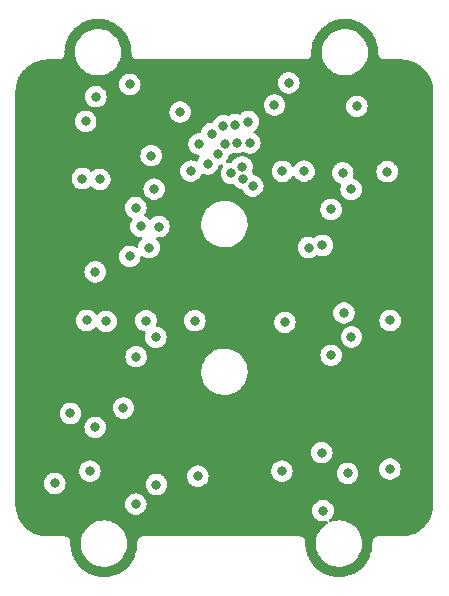
<source format=gbr>
%TF.GenerationSoftware,KiCad,Pcbnew,(5.99.0-10573-gc33b2cfa8d)*%
%TF.CreationDate,2021-05-20T09:22:53+02:00*%
%TF.ProjectId,sucker-one-ui-board,7375636b-6572-42d6-9f6e-652d75692d62,rev?*%
%TF.SameCoordinates,Original*%
%TF.FileFunction,Copper,L3,Inr*%
%TF.FilePolarity,Positive*%
%FSLAX46Y46*%
G04 Gerber Fmt 4.6, Leading zero omitted, Abs format (unit mm)*
G04 Created by KiCad (PCBNEW (5.99.0-10573-gc33b2cfa8d)) date 2021-05-20 09:22:53*
%MOMM*%
%LPD*%
G01*
G04 APERTURE LIST*
%TA.AperFunction,ViaPad*%
%ADD10C,0.800000*%
%TD*%
G04 APERTURE END LIST*
D10*
%TO.N,+3V3*%
X68884800Y-96418400D03*
%TO.N,REVERSE_BTN*%
X67564000Y-102336600D03*
%TO.N,LOW_BTN*%
X71907400Y-88620600D03*
%TO.N,DROP_BTN*%
X91948000Y-76047600D03*
%TO.N,LIFT_BTN*%
X71374000Y-76606400D03*
%TO.N,GND*%
X93141800Y-70408800D03*
%TO.N,TRIGGER_BTN*%
X89052400Y-82372200D03*
X83947000Y-71704200D03*
X84328000Y-77165200D03*
X84074000Y-73507600D03*
X90170000Y-99745800D03*
%TO.N,REVERSE_BTN*%
X83540600Y-76530200D03*
X74853800Y-80568800D03*
X76377800Y-80594200D03*
X82837036Y-71961472D03*
X83007200Y-73482200D03*
%TO.N,HIGH_BTN*%
X81838800Y-72059800D03*
X82014161Y-73646490D03*
X90220800Y-82194400D03*
X92049600Y-87909400D03*
X83413499Y-75538811D03*
%TO.N,LOW_BTN*%
X81356200Y-74472800D03*
X75539600Y-82372200D03*
X80837556Y-72726234D03*
X82524600Y-76098400D03*
X75285600Y-88569800D03*
%TO.N,DROP_BTN*%
X80518000Y-75285600D03*
X79781400Y-73609200D03*
X88671400Y-75895200D03*
%TO.N,LIFT_BTN*%
X75717400Y-74599800D03*
%TO.N,DO_HIGH*%
X73380600Y-95961200D03*
X70993000Y-97586800D03*
%TO.N,DO_DROP*%
X73914000Y-83108800D03*
X70993000Y-84429600D03*
%TO.N,LED_DATA*%
X70180200Y-71678800D03*
%TO.N,+3V3*%
X78181200Y-70891400D03*
%TO.N,GND*%
X73914000Y-68554600D03*
X87376000Y-68427600D03*
X86156800Y-70307200D03*
%TO.N,+5V*%
X71678800Y-78384400D03*
X88341200Y-78257400D03*
X88036400Y-90297000D03*
X71526400Y-90474800D03*
X71628000Y-103047800D03*
X88341200Y-101473000D03*
%TO.N,GND*%
X95935800Y-101117400D03*
%TO.N,+5V*%
X93548200Y-96926400D03*
%TO.N,GND*%
X86791800Y-101295200D03*
%TO.N,+5V*%
X84683600Y-97155000D03*
%TO.N,GND*%
X79679800Y-101727000D03*
%TO.N,+5V*%
X77063600Y-97155000D03*
%TO.N,GND*%
X70535800Y-101295200D03*
%TO.N,+5V*%
X67487800Y-97231200D03*
%TO.N,GND*%
X95961200Y-88544400D03*
%TO.N,+5V*%
X93624400Y-84404200D03*
%TO.N,GND*%
X87045800Y-88696800D03*
%TO.N,+5V*%
X84607400Y-84632800D03*
%TO.N,GND*%
X79425800Y-88569800D03*
%TO.N,+5V*%
X77089000Y-84632800D03*
%TO.N,GND*%
X70256400Y-88544400D03*
%TO.N,+5V*%
X68351400Y-84582000D03*
X93345000Y-72263000D03*
%TO.N,GND*%
X95707200Y-75946000D03*
X86842600Y-75920600D03*
%TO.N,+5V*%
X85185000Y-72563058D03*
%TO.N,GND*%
X79086158Y-75897278D03*
%TO.N,+5V*%
X77165200Y-72313800D03*
%TO.N,GND*%
X69900800Y-76530200D03*
%TO.N,+5V*%
X67906226Y-72577470D03*
%TO.N,GND*%
X74447400Y-91617800D03*
X76123800Y-89966800D03*
X90271600Y-104648000D03*
X92354400Y-101498400D03*
X92659200Y-77444600D03*
X74422000Y-104089200D03*
X74422000Y-78994000D03*
X75971400Y-77419200D03*
X76174600Y-102438200D03*
X92684600Y-89941400D03*
X90957400Y-79146400D03*
X90957400Y-91490800D03*
%TO.N,+5V*%
X75996800Y-68402200D03*
X77165200Y-70129400D03*
X66929000Y-75463400D03*
%TO.N,+3V3*%
X71043800Y-69596000D03*
%TD*%
%TA.AperFunction,Conductor*%
%TO.N,+5V*%
G36*
X71261379Y-62998729D02*
G01*
X71501357Y-63011988D01*
X71508282Y-63012563D01*
X71520427Y-63013909D01*
X71566772Y-63019046D01*
X71573659Y-63020002D01*
X71810714Y-63059617D01*
X71817538Y-63060952D01*
X71874971Y-63073842D01*
X71881713Y-63075552D01*
X72112941Y-63141037D01*
X72119575Y-63143115D01*
X72175249Y-63162257D01*
X72181761Y-63164699D01*
X72404370Y-63255259D01*
X72410736Y-63258056D01*
X72463953Y-63283211D01*
X72470155Y-63286355D01*
X72598641Y-63356006D01*
X72681441Y-63400891D01*
X72687453Y-63404369D01*
X72737588Y-63435242D01*
X72743399Y-63439045D01*
X72940794Y-63576169D01*
X72946373Y-63580278D01*
X72992787Y-63616475D01*
X72998148Y-63620898D01*
X73179233Y-63778934D01*
X73179251Y-63778950D01*
X73184338Y-63783643D01*
X73226507Y-63824757D01*
X73231325Y-63829722D01*
X73351720Y-63960817D01*
X73393883Y-64006728D01*
X73398438Y-64011970D01*
X73410858Y-64027090D01*
X73435815Y-64057472D01*
X73440078Y-64062964D01*
X73514349Y-64164298D01*
X73582159Y-64256818D01*
X73586102Y-64262522D01*
X73609605Y-64298608D01*
X73618223Y-64311840D01*
X73621855Y-64317768D01*
X73647861Y-64362968D01*
X73741723Y-64526108D01*
X73745013Y-64532212D01*
X73747405Y-64536956D01*
X73771507Y-64584774D01*
X73774463Y-64591065D01*
X73870640Y-64811320D01*
X73873246Y-64817768D01*
X73893790Y-64872932D01*
X73896036Y-64879512D01*
X73967360Y-65109015D01*
X73969240Y-65115710D01*
X73983579Y-65172790D01*
X73985086Y-65179578D01*
X74030692Y-65415535D01*
X74031822Y-65422393D01*
X74038607Y-65472067D01*
X74039788Y-65480717D01*
X74040538Y-65487621D01*
X74059038Y-65716835D01*
X74059874Y-65727191D01*
X74060241Y-65734124D01*
X74062258Y-65813670D01*
X74062282Y-65818819D01*
X74060020Y-65962257D01*
X74065263Y-66003484D01*
X74065253Y-66005058D01*
X74065631Y-66006380D01*
X74065953Y-66008914D01*
X74065953Y-66008916D01*
X74070631Y-66045697D01*
X74074098Y-66072965D01*
X74077683Y-66081192D01*
X74087867Y-66104561D01*
X74104790Y-66143397D01*
X74105223Y-66144910D01*
X74105957Y-66146073D01*
X74132771Y-66207605D01*
X74181999Y-66266593D01*
X74182838Y-66267922D01*
X74183867Y-66268831D01*
X74198792Y-66286714D01*
X74221125Y-66313476D01*
X74221128Y-66313479D01*
X74226875Y-66320365D01*
X74290680Y-66363165D01*
X74291858Y-66364205D01*
X74293101Y-66364789D01*
X74295212Y-66366205D01*
X74295213Y-66366206D01*
X74322874Y-66384760D01*
X74348845Y-66402181D01*
X74357406Y-66404889D01*
X74416475Y-66423574D01*
X74416477Y-66423574D01*
X74422097Y-66425352D01*
X74423520Y-66426020D01*
X74424877Y-66426231D01*
X74488875Y-66446475D01*
X74568199Y-66448211D01*
X74626736Y-66449492D01*
X74626738Y-66449492D01*
X74635708Y-66449688D01*
X74644375Y-66447358D01*
X74653287Y-66446280D01*
X74653299Y-66446382D01*
X74675605Y-66443436D01*
X88671248Y-66443436D01*
X88690366Y-66446080D01*
X88690474Y-66445267D01*
X88699376Y-66446454D01*
X88708012Y-66448889D01*
X88780597Y-66448188D01*
X88845902Y-66447558D01*
X88845905Y-66447558D01*
X88854874Y-66447471D01*
X88873240Y-66441907D01*
X88915497Y-66429107D01*
X88915498Y-66429106D01*
X88919114Y-66428011D01*
X88920474Y-66427816D01*
X88921906Y-66427165D01*
X88995434Y-66404891D01*
X89002946Y-66399984D01*
X89002948Y-66399983D01*
X89048445Y-66370263D01*
X89051629Y-66368183D01*
X89052881Y-66367614D01*
X89054074Y-66366586D01*
X89118394Y-66324571D01*
X89162024Y-66273571D01*
X89163070Y-66272670D01*
X89163930Y-66271344D01*
X89166952Y-66267812D01*
X89166953Y-66267811D01*
X89208034Y-66219790D01*
X89208035Y-66219789D01*
X89213869Y-66212969D01*
X89241432Y-66151772D01*
X89242182Y-66150615D01*
X89242634Y-66149104D01*
X89274183Y-66079057D01*
X89283462Y-66012584D01*
X89283857Y-66011262D01*
X89283867Y-66009683D01*
X89290029Y-65965535D01*
X89287716Y-65818827D01*
X89287740Y-65813670D01*
X89287741Y-65813665D01*
X89288752Y-65773777D01*
X90162968Y-65773777D01*
X90164536Y-65813670D01*
X90165391Y-65835435D01*
X90165391Y-65835436D01*
X90173127Y-66032328D01*
X90173854Y-66050844D01*
X90223670Y-66323614D01*
X90249882Y-66402181D01*
X90303591Y-66563167D01*
X90311423Y-66586644D01*
X90360970Y-66685802D01*
X90418283Y-66800503D01*
X90435362Y-66834684D01*
X90593014Y-67062787D01*
X90596036Y-67066056D01*
X90778217Y-67263139D01*
X90778222Y-67263144D01*
X90781233Y-67266401D01*
X90996264Y-67441464D01*
X91000082Y-67443763D01*
X91000084Y-67443764D01*
X91225659Y-67579571D01*
X91233816Y-67584482D01*
X91290827Y-67608623D01*
X91485046Y-67690865D01*
X91485051Y-67690867D01*
X91489149Y-67692602D01*
X91493446Y-67693741D01*
X91493451Y-67693743D01*
X91623159Y-67728134D01*
X91757169Y-67763666D01*
X92032529Y-67796257D01*
X92309734Y-67789724D01*
X92314132Y-67788992D01*
X92578862Y-67744929D01*
X92578866Y-67744928D01*
X92583252Y-67744198D01*
X92587493Y-67742857D01*
X92587496Y-67742856D01*
X92843381Y-67661930D01*
X92843383Y-67661929D01*
X92847627Y-67660587D01*
X92851638Y-67658661D01*
X92851643Y-67658659D01*
X93093565Y-67542490D01*
X93093566Y-67542489D01*
X93097584Y-67540560D01*
X93213500Y-67463107D01*
X93324428Y-67388988D01*
X93324432Y-67388985D01*
X93328136Y-67386510D01*
X93331453Y-67383539D01*
X93331457Y-67383536D01*
X93531363Y-67204485D01*
X93531364Y-67204484D01*
X93534681Y-67201513D01*
X93713099Y-66989258D01*
X93849481Y-66770577D01*
X93857473Y-66757763D01*
X93857473Y-66757762D01*
X93859831Y-66753982D01*
X93971948Y-66500379D01*
X94047213Y-66233507D01*
X94049055Y-66219790D01*
X94083698Y-65961876D01*
X94083699Y-65961868D01*
X94084125Y-65958694D01*
X94086509Y-65882835D01*
X94087898Y-65838658D01*
X94087898Y-65838653D01*
X94087999Y-65835436D01*
X94086458Y-65813665D01*
X94078552Y-65702015D01*
X94068415Y-65558847D01*
X94051595Y-65480717D01*
X94010992Y-65292123D01*
X94010991Y-65292121D01*
X94010056Y-65287776D01*
X93914084Y-65027633D01*
X93826614Y-64865522D01*
X93784528Y-64787524D01*
X93782415Y-64783608D01*
X93617676Y-64560569D01*
X93575582Y-64517808D01*
X93426285Y-64366149D01*
X93423154Y-64362968D01*
X93419614Y-64360267D01*
X93419608Y-64360261D01*
X93206271Y-64197448D01*
X93202731Y-64194746D01*
X93198842Y-64192568D01*
X92964690Y-64061436D01*
X92964687Y-64061435D01*
X92960804Y-64059260D01*
X92956665Y-64057659D01*
X92956657Y-64057655D01*
X92765014Y-63983515D01*
X92702200Y-63959214D01*
X92697879Y-63958212D01*
X92697871Y-63958210D01*
X92519929Y-63916966D01*
X92432080Y-63896604D01*
X92155832Y-63872678D01*
X92151397Y-63872922D01*
X92151393Y-63872922D01*
X91883413Y-63887670D01*
X91883406Y-63887671D01*
X91878970Y-63887915D01*
X91607016Y-63942010D01*
X91602806Y-63943488D01*
X91602804Y-63943489D01*
X91449557Y-63997306D01*
X91345398Y-64033884D01*
X91099334Y-64161703D01*
X91095707Y-64164295D01*
X91095702Y-64164298D01*
X91056143Y-64192568D01*
X90873736Y-64322919D01*
X90831754Y-64362968D01*
X90709269Y-64479812D01*
X90673103Y-64514312D01*
X90501440Y-64732066D01*
X90455417Y-64811300D01*
X90364405Y-64967988D01*
X90364402Y-64967994D01*
X90362171Y-64971835D01*
X90360501Y-64975958D01*
X90278027Y-65179578D01*
X90258075Y-65228836D01*
X90257004Y-65233149D01*
X90257002Y-65233154D01*
X90193787Y-65487640D01*
X90191229Y-65497939D01*
X90190775Y-65502367D01*
X90190775Y-65502369D01*
X90171295Y-65692500D01*
X90162968Y-65773777D01*
X89288752Y-65773777D01*
X89288864Y-65769345D01*
X89289757Y-65734126D01*
X89290125Y-65727184D01*
X89309458Y-65487640D01*
X89310209Y-65480727D01*
X89318175Y-65422397D01*
X89319306Y-65415535D01*
X89364913Y-65179574D01*
X89366420Y-65172786D01*
X89380758Y-65115711D01*
X89382638Y-65109016D01*
X89453961Y-64879516D01*
X89456206Y-64872938D01*
X89468583Y-64839702D01*
X89476764Y-64817734D01*
X89479357Y-64811320D01*
X89575537Y-64591059D01*
X89578494Y-64584767D01*
X89604976Y-64532230D01*
X89608276Y-64526108D01*
X89728148Y-64317760D01*
X89731781Y-64311831D01*
X89763884Y-64262540D01*
X89767838Y-64256820D01*
X89866706Y-64121924D01*
X89909940Y-64062936D01*
X89914165Y-64057492D01*
X89951572Y-64011955D01*
X89956070Y-64006778D01*
X90078871Y-63873062D01*
X90118674Y-63829722D01*
X90123516Y-63824733D01*
X90165654Y-63783649D01*
X90170765Y-63778934D01*
X90351846Y-63620901D01*
X90357211Y-63616474D01*
X90403613Y-63580288D01*
X90409211Y-63576166D01*
X90606599Y-63439045D01*
X90612419Y-63435236D01*
X90662540Y-63404373D01*
X90668557Y-63400892D01*
X90879851Y-63286350D01*
X90886044Y-63283211D01*
X90939298Y-63258038D01*
X90945614Y-63255264D01*
X91069751Y-63204763D01*
X91168214Y-63164708D01*
X91174724Y-63162267D01*
X91230440Y-63143110D01*
X91237076Y-63141031D01*
X91468282Y-63075553D01*
X91475021Y-63073844D01*
X91532459Y-63060952D01*
X91539261Y-63059621D01*
X91776371Y-63019997D01*
X91783220Y-63019046D01*
X91841722Y-63012562D01*
X91848624Y-63011989D01*
X92088621Y-62998729D01*
X92095572Y-62998537D01*
X92154428Y-62998537D01*
X92161379Y-62998729D01*
X92401357Y-63011988D01*
X92408282Y-63012563D01*
X92420427Y-63013909D01*
X92466772Y-63019046D01*
X92473659Y-63020002D01*
X92710714Y-63059617D01*
X92717538Y-63060952D01*
X92774971Y-63073842D01*
X92781713Y-63075552D01*
X93012941Y-63141037D01*
X93019575Y-63143115D01*
X93075249Y-63162257D01*
X93081761Y-63164699D01*
X93304370Y-63255259D01*
X93310736Y-63258056D01*
X93363953Y-63283211D01*
X93370155Y-63286355D01*
X93498641Y-63356006D01*
X93581441Y-63400891D01*
X93587453Y-63404369D01*
X93637588Y-63435242D01*
X93643399Y-63439045D01*
X93840794Y-63576169D01*
X93846373Y-63580278D01*
X93892787Y-63616475D01*
X93898148Y-63620898D01*
X94079233Y-63778934D01*
X94079251Y-63778950D01*
X94084338Y-63783643D01*
X94126507Y-63824757D01*
X94131325Y-63829722D01*
X94251720Y-63960817D01*
X94293883Y-64006728D01*
X94298438Y-64011970D01*
X94310858Y-64027090D01*
X94335815Y-64057472D01*
X94340078Y-64062964D01*
X94414349Y-64164298D01*
X94482159Y-64256818D01*
X94486102Y-64262522D01*
X94509605Y-64298608D01*
X94518223Y-64311840D01*
X94521855Y-64317768D01*
X94547861Y-64362968D01*
X94641723Y-64526108D01*
X94645013Y-64532212D01*
X94647405Y-64536956D01*
X94671507Y-64584774D01*
X94674463Y-64591065D01*
X94770640Y-64811320D01*
X94773246Y-64817768D01*
X94793790Y-64872932D01*
X94796036Y-64879512D01*
X94867360Y-65109015D01*
X94869240Y-65115710D01*
X94883579Y-65172790D01*
X94885086Y-65179578D01*
X94930692Y-65415535D01*
X94931822Y-65422393D01*
X94938607Y-65472067D01*
X94939788Y-65480717D01*
X94940538Y-65487621D01*
X94959038Y-65716835D01*
X94959874Y-65727191D01*
X94960241Y-65734124D01*
X94962258Y-65813670D01*
X94962282Y-65818819D01*
X94960020Y-65962257D01*
X94965263Y-66003484D01*
X94965253Y-66005058D01*
X94965631Y-66006380D01*
X94965953Y-66008914D01*
X94965953Y-66008916D01*
X94970631Y-66045697D01*
X94974098Y-66072965D01*
X94977683Y-66081192D01*
X94987867Y-66104561D01*
X95004790Y-66143397D01*
X95005223Y-66144910D01*
X95005957Y-66146073D01*
X95032771Y-66207605D01*
X95081999Y-66266593D01*
X95082838Y-66267922D01*
X95083867Y-66268831D01*
X95098792Y-66286714D01*
X95121125Y-66313476D01*
X95121128Y-66313479D01*
X95126875Y-66320365D01*
X95190680Y-66363165D01*
X95191858Y-66364205D01*
X95193101Y-66364789D01*
X95195212Y-66366205D01*
X95195213Y-66366206D01*
X95222874Y-66384760D01*
X95248845Y-66402181D01*
X95257406Y-66404889D01*
X95316475Y-66423574D01*
X95316477Y-66423574D01*
X95322097Y-66425352D01*
X95323520Y-66426020D01*
X95324877Y-66426231D01*
X95388875Y-66446475D01*
X95468199Y-66448211D01*
X95526736Y-66449492D01*
X95526738Y-66449492D01*
X95535708Y-66449688D01*
X95544375Y-66447358D01*
X95553287Y-66446280D01*
X95553299Y-66446382D01*
X95575605Y-66443436D01*
X96843009Y-66443436D01*
X96864151Y-66445222D01*
X96874766Y-66447029D01*
X96874770Y-66447029D01*
X96879562Y-66447845D01*
X96884430Y-66447914D01*
X96884432Y-66447914D01*
X96952256Y-66448872D01*
X97023489Y-66449879D01*
X97028756Y-66450064D01*
X97052233Y-66451382D01*
X97102828Y-66454224D01*
X97109869Y-66454818D01*
X97341261Y-66480889D01*
X97348259Y-66481877D01*
X97376618Y-66486695D01*
X97401908Y-66490992D01*
X97408824Y-66492368D01*
X97443924Y-66500379D01*
X97635853Y-66544186D01*
X97642696Y-66545951D01*
X97695002Y-66561020D01*
X97701736Y-66563167D01*
X97836184Y-66610212D01*
X97921542Y-66640080D01*
X97928117Y-66642590D01*
X97949174Y-66651312D01*
X97978380Y-66663410D01*
X97984829Y-66666296D01*
X98194626Y-66767328D01*
X98200905Y-66770572D01*
X98248564Y-66796912D01*
X98254652Y-66800503D01*
X98451812Y-66924388D01*
X98457688Y-66928314D01*
X98502033Y-66959778D01*
X98507680Y-66964028D01*
X98689776Y-67109244D01*
X98695154Y-67113784D01*
X98735744Y-67150058D01*
X98740871Y-67154906D01*
X98905521Y-67319556D01*
X98910377Y-67324692D01*
X98946641Y-67365272D01*
X98951201Y-67370671D01*
X99096399Y-67552743D01*
X99100648Y-67558390D01*
X99132120Y-67602745D01*
X99136042Y-67608615D01*
X99188815Y-67692602D01*
X99259938Y-67805794D01*
X99263529Y-67811881D01*
X99289858Y-67859519D01*
X99293089Y-67865773D01*
X99394149Y-68075624D01*
X99397024Y-68082051D01*
X99417841Y-68132309D01*
X99420359Y-68138904D01*
X99497279Y-68358729D01*
X99499418Y-68365440D01*
X99514486Y-68417745D01*
X99516251Y-68424588D01*
X99568066Y-68651606D01*
X99569444Y-68658533D01*
X99578563Y-68712204D01*
X99579541Y-68719131D01*
X99589203Y-68804877D01*
X99605617Y-68950559D01*
X99606211Y-68957601D01*
X99610371Y-69031671D01*
X99610556Y-69036954D01*
X99612544Y-69177596D01*
X99613242Y-69182023D01*
X99615462Y-69196104D01*
X99616999Y-69215727D01*
X99616999Y-104053447D01*
X99615213Y-104074589D01*
X99613844Y-104082635D01*
X99612590Y-104090000D01*
X99612521Y-104094868D01*
X99612521Y-104094870D01*
X99610556Y-104233919D01*
X99610371Y-104239204D01*
X99606211Y-104313266D01*
X99605617Y-104320307D01*
X99579546Y-104551700D01*
X99578558Y-104558698D01*
X99569445Y-104612335D01*
X99568069Y-104619252D01*
X99536414Y-104757944D01*
X99516246Y-104846305D01*
X99514481Y-104853146D01*
X99499415Y-104905443D01*
X99497283Y-104912132D01*
X99420361Y-105131963D01*
X99417840Y-105138566D01*
X99397021Y-105188826D01*
X99394135Y-105195276D01*
X99293100Y-105405078D01*
X99289857Y-105411356D01*
X99263521Y-105459008D01*
X99259947Y-105465066D01*
X99222067Y-105525352D01*
X99136053Y-105662242D01*
X99132126Y-105668119D01*
X99100645Y-105712487D01*
X99096396Y-105718134D01*
X98951201Y-105900202D01*
X98946641Y-105905601D01*
X98910377Y-105946181D01*
X98905521Y-105951317D01*
X98740881Y-106115957D01*
X98735744Y-106120814D01*
X98695150Y-106157090D01*
X98689752Y-106161648D01*
X98507719Y-106306816D01*
X98502073Y-106311066D01*
X98477404Y-106328570D01*
X98457666Y-106342575D01*
X98451814Y-106346485D01*
X98254611Y-106470395D01*
X98248568Y-106473960D01*
X98200931Y-106500288D01*
X98194653Y-106503531D01*
X97984820Y-106604581D01*
X97978371Y-106607467D01*
X97961158Y-106614597D01*
X97928130Y-106628278D01*
X97921563Y-106630785D01*
X97760023Y-106687311D01*
X97701724Y-106707710D01*
X97694990Y-106709857D01*
X97642695Y-106724923D01*
X97635851Y-106726688D01*
X97408829Y-106778504D01*
X97401900Y-106779882D01*
X97390802Y-106781768D01*
X97348246Y-106788998D01*
X97341294Y-106789981D01*
X97150308Y-106811500D01*
X97109877Y-106816055D01*
X97102835Y-106816649D01*
X97059742Y-106819069D01*
X97028761Y-106820809D01*
X97023481Y-106820994D01*
X96882839Y-106822982D01*
X96878411Y-106823680D01*
X96878412Y-106823680D01*
X96864331Y-106825900D01*
X96844708Y-106827437D01*
X96163855Y-106827437D01*
X95078749Y-106827436D01*
X95059631Y-106824792D01*
X95059523Y-106825605D01*
X95050621Y-106824418D01*
X95041985Y-106821983D01*
X94964932Y-106822727D01*
X94904100Y-106823314D01*
X94904098Y-106823314D01*
X94895123Y-106823401D01*
X94886531Y-106826004D01*
X94886530Y-106826004D01*
X94881803Y-106827436D01*
X94830875Y-106842864D01*
X94829525Y-106843057D01*
X94828104Y-106843703D01*
X94754563Y-106865981D01*
X94698358Y-106902695D01*
X94697118Y-106903259D01*
X94695937Y-106904277D01*
X94692086Y-106906793D01*
X94692085Y-106906793D01*
X94685968Y-106910789D01*
X94631603Y-106946301D01*
X94587964Y-106997311D01*
X94586929Y-106998203D01*
X94586078Y-106999515D01*
X94536128Y-107057903D01*
X94508559Y-107119114D01*
X94507817Y-107120258D01*
X94507370Y-107121753D01*
X94475814Y-107191815D01*
X94474573Y-107200703D01*
X94474573Y-107200704D01*
X94472270Y-107217206D01*
X94466533Y-107258302D01*
X94466142Y-107259611D01*
X94466132Y-107261174D01*
X94459968Y-107305337D01*
X94462020Y-107435436D01*
X94462281Y-107452021D01*
X94462257Y-107457180D01*
X94461745Y-107477386D01*
X94460240Y-107536746D01*
X94459872Y-107543688D01*
X94440539Y-107783234D01*
X94439789Y-107790141D01*
X94431821Y-107848485D01*
X94430697Y-107855305D01*
X94405185Y-107987304D01*
X94385086Y-108091289D01*
X94383579Y-108098076D01*
X94369237Y-108155169D01*
X94367358Y-108161861D01*
X94296033Y-108391368D01*
X94293791Y-108397934D01*
X94293790Y-108397939D01*
X94273241Y-108453115D01*
X94270643Y-108459542D01*
X94215651Y-108585481D01*
X94174466Y-108679800D01*
X94171509Y-108686092D01*
X94145013Y-108738657D01*
X94141724Y-108744759D01*
X94021844Y-108953120D01*
X94018232Y-108959016D01*
X93986099Y-109008353D01*
X93982158Y-109014052D01*
X93840071Y-109207913D01*
X93835808Y-109213406D01*
X93798453Y-109258881D01*
X93793893Y-109264130D01*
X93631331Y-109441142D01*
X93626487Y-109446132D01*
X93584332Y-109487232D01*
X93579232Y-109491938D01*
X93508109Y-109554009D01*
X93398167Y-109649957D01*
X93392833Y-109654360D01*
X93346342Y-109690616D01*
X93340762Y-109694724D01*
X93143380Y-109831839D01*
X93137583Y-109835634D01*
X93087472Y-109866492D01*
X93081470Y-109869963D01*
X92870155Y-109984517D01*
X92863952Y-109987661D01*
X92810741Y-110012813D01*
X92804375Y-110015610D01*
X92581760Y-110106172D01*
X92575248Y-110108614D01*
X92519562Y-110127760D01*
X92512927Y-110129838D01*
X92341478Y-110178393D01*
X92281700Y-110195322D01*
X92274984Y-110197026D01*
X92217538Y-110209919D01*
X92210725Y-110211252D01*
X91973659Y-110250869D01*
X91966772Y-110251825D01*
X91908275Y-110258309D01*
X91901345Y-110258884D01*
X91661379Y-110272142D01*
X91654428Y-110272334D01*
X91595570Y-110272334D01*
X91588619Y-110272142D01*
X91348646Y-110258883D01*
X91341716Y-110258308D01*
X91283225Y-110251825D01*
X91276338Y-110250869D01*
X91039284Y-110211254D01*
X91032459Y-110209919D01*
X91032450Y-110209917D01*
X90975014Y-110197026D01*
X90968282Y-110195318D01*
X90737055Y-110129834D01*
X90730421Y-110127756D01*
X90710679Y-110120968D01*
X90674747Y-110108614D01*
X90668267Y-110106184D01*
X90445592Y-110015597D01*
X90439250Y-110012811D01*
X90386071Y-109987673D01*
X90379871Y-109984530D01*
X90168553Y-109869977D01*
X90162533Y-109866495D01*
X90112422Y-109835637D01*
X90106605Y-109831830D01*
X90019933Y-109771622D01*
X89909211Y-109694707D01*
X89903624Y-109690592D01*
X89857210Y-109654394D01*
X89851848Y-109649970D01*
X89670767Y-109491938D01*
X89665656Y-109487222D01*
X89623502Y-109446122D01*
X89618660Y-109441134D01*
X89528402Y-109342856D01*
X89456092Y-109264119D01*
X89451570Y-109258913D01*
X89414170Y-109213384D01*
X89409939Y-109207934D01*
X89267827Y-109014035D01*
X89263908Y-109008366D01*
X89231777Y-108959032D01*
X89231767Y-108959016D01*
X89228135Y-108953089D01*
X89131302Y-108784785D01*
X89108279Y-108744768D01*
X89104984Y-108738656D01*
X89078491Y-108686097D01*
X89075534Y-108679805D01*
X88979363Y-108459563D01*
X88979355Y-108459544D01*
X88976755Y-108453111D01*
X88956208Y-108397939D01*
X88953962Y-108391359D01*
X88952637Y-108387093D01*
X88882640Y-108161862D01*
X88880760Y-108155166D01*
X88866420Y-108098081D01*
X88864913Y-108091294D01*
X88819308Y-107855347D01*
X88818177Y-107848485D01*
X88818176Y-107848474D01*
X88810208Y-107790135D01*
X88809458Y-107783228D01*
X88790124Y-107543671D01*
X88789758Y-107536757D01*
X88787741Y-107457180D01*
X88787717Y-107452054D01*
X88789979Y-107308616D01*
X88784736Y-107267389D01*
X88784746Y-107265815D01*
X88784368Y-107264493D01*
X88783753Y-107259651D01*
X88777033Y-107206812D01*
X88775901Y-107197908D01*
X88769680Y-107183631D01*
X88747572Y-107132898D01*
X88747571Y-107132897D01*
X88745209Y-107127476D01*
X88744776Y-107125963D01*
X88744042Y-107124800D01*
X88717228Y-107063268D01*
X88668000Y-107004280D01*
X88667161Y-107002951D01*
X88666132Y-107002042D01*
X88651207Y-106984159D01*
X88628874Y-106957397D01*
X88628871Y-106957394D01*
X88623124Y-106950508D01*
X88559319Y-106907708D01*
X88558141Y-106906668D01*
X88556898Y-106906084D01*
X88554205Y-106904277D01*
X88508611Y-106873694D01*
X88501154Y-106868692D01*
X88484355Y-106863378D01*
X88433524Y-106847299D01*
X88433522Y-106847299D01*
X88427902Y-106845521D01*
X88426479Y-106844853D01*
X88425122Y-106844642D01*
X88361124Y-106824398D01*
X88281800Y-106822662D01*
X88223263Y-106821381D01*
X88223261Y-106821381D01*
X88214291Y-106821185D01*
X88205624Y-106823515D01*
X88196712Y-106824593D01*
X88196700Y-106824491D01*
X88174394Y-106827437D01*
X81775101Y-106827437D01*
X75178748Y-106827436D01*
X75159631Y-106824793D01*
X75159523Y-106825606D01*
X75150626Y-106824420D01*
X75141985Y-106821983D01*
X75068554Y-106822692D01*
X75004100Y-106823314D01*
X75004098Y-106823314D01*
X74995123Y-106823401D01*
X74986531Y-106826004D01*
X74986530Y-106826004D01*
X74981803Y-106827436D01*
X74930875Y-106842864D01*
X74929525Y-106843057D01*
X74928104Y-106843703D01*
X74854563Y-106865981D01*
X74798358Y-106902695D01*
X74797118Y-106903259D01*
X74795937Y-106904277D01*
X74792086Y-106906793D01*
X74792085Y-106906793D01*
X74785968Y-106910789D01*
X74731603Y-106946301D01*
X74687964Y-106997311D01*
X74686929Y-106998203D01*
X74686078Y-106999515D01*
X74636128Y-107057903D01*
X74608559Y-107119114D01*
X74607817Y-107120258D01*
X74607370Y-107121753D01*
X74575814Y-107191815D01*
X74574573Y-107200703D01*
X74574573Y-107200704D01*
X74572270Y-107217206D01*
X74566533Y-107258302D01*
X74566142Y-107259611D01*
X74566132Y-107261174D01*
X74559968Y-107305337D01*
X74562020Y-107435436D01*
X74562281Y-107452021D01*
X74562257Y-107457180D01*
X74561745Y-107477386D01*
X74560240Y-107536746D01*
X74559872Y-107543688D01*
X74540539Y-107783234D01*
X74539789Y-107790141D01*
X74531821Y-107848485D01*
X74530697Y-107855305D01*
X74505185Y-107987304D01*
X74485086Y-108091289D01*
X74483579Y-108098076D01*
X74469237Y-108155169D01*
X74467358Y-108161861D01*
X74396033Y-108391368D01*
X74393791Y-108397934D01*
X74393790Y-108397939D01*
X74373241Y-108453115D01*
X74370643Y-108459542D01*
X74315651Y-108585481D01*
X74274466Y-108679800D01*
X74271509Y-108686092D01*
X74245013Y-108738657D01*
X74241724Y-108744759D01*
X74121844Y-108953120D01*
X74118232Y-108959016D01*
X74086099Y-109008353D01*
X74082158Y-109014052D01*
X73940071Y-109207913D01*
X73935808Y-109213406D01*
X73898453Y-109258881D01*
X73893893Y-109264130D01*
X73731331Y-109441142D01*
X73726487Y-109446132D01*
X73684332Y-109487232D01*
X73679232Y-109491938D01*
X73608109Y-109554009D01*
X73498167Y-109649957D01*
X73492833Y-109654360D01*
X73446342Y-109690616D01*
X73440762Y-109694724D01*
X73243380Y-109831839D01*
X73237583Y-109835634D01*
X73187472Y-109866492D01*
X73181470Y-109869963D01*
X72970155Y-109984517D01*
X72963952Y-109987661D01*
X72910741Y-110012813D01*
X72904375Y-110015610D01*
X72681760Y-110106172D01*
X72675248Y-110108614D01*
X72619562Y-110127760D01*
X72612927Y-110129838D01*
X72441478Y-110178393D01*
X72381700Y-110195322D01*
X72374984Y-110197026D01*
X72317538Y-110209919D01*
X72310725Y-110211252D01*
X72073659Y-110250869D01*
X72066772Y-110251825D01*
X72008275Y-110258309D01*
X72001345Y-110258884D01*
X71761379Y-110272142D01*
X71754428Y-110272334D01*
X71695570Y-110272334D01*
X71688619Y-110272142D01*
X71448646Y-110258883D01*
X71441716Y-110258308D01*
X71383225Y-110251825D01*
X71376338Y-110250869D01*
X71139284Y-110211254D01*
X71132459Y-110209919D01*
X71132450Y-110209917D01*
X71075014Y-110197026D01*
X71068282Y-110195318D01*
X70837055Y-110129834D01*
X70830421Y-110127756D01*
X70810679Y-110120968D01*
X70774747Y-110108614D01*
X70768267Y-110106184D01*
X70545592Y-110015597D01*
X70539250Y-110012811D01*
X70486071Y-109987673D01*
X70479871Y-109984530D01*
X70268553Y-109869977D01*
X70262533Y-109866495D01*
X70212422Y-109835637D01*
X70206605Y-109831830D01*
X70119933Y-109771622D01*
X70009211Y-109694707D01*
X70003624Y-109690592D01*
X69957210Y-109654394D01*
X69951848Y-109649970D01*
X69770767Y-109491938D01*
X69765656Y-109487222D01*
X69723502Y-109446122D01*
X69718660Y-109441134D01*
X69628402Y-109342856D01*
X69556092Y-109264119D01*
X69551570Y-109258913D01*
X69514170Y-109213384D01*
X69509939Y-109207934D01*
X69367827Y-109014035D01*
X69363908Y-109008366D01*
X69331777Y-108959032D01*
X69331767Y-108959016D01*
X69328135Y-108953089D01*
X69231302Y-108784785D01*
X69208279Y-108744768D01*
X69204984Y-108738656D01*
X69178491Y-108686097D01*
X69175534Y-108679805D01*
X69079363Y-108459563D01*
X69079355Y-108459544D01*
X69076755Y-108453111D01*
X69056208Y-108397939D01*
X69053962Y-108391359D01*
X69052637Y-108387093D01*
X68982640Y-108161862D01*
X68980760Y-108155166D01*
X68966420Y-108098081D01*
X68964913Y-108091294D01*
X68919308Y-107855347D01*
X68918177Y-107848485D01*
X68918176Y-107848474D01*
X68910208Y-107790135D01*
X68909458Y-107783228D01*
X68890124Y-107543671D01*
X68889758Y-107536757D01*
X68887741Y-107457180D01*
X68887717Y-107452054D01*
X68888951Y-107373777D01*
X69762968Y-107373777D01*
X69764111Y-107402863D01*
X69765391Y-107435435D01*
X69765391Y-107435436D01*
X69773127Y-107632328D01*
X69773854Y-107650844D01*
X69823670Y-107923614D01*
X69846508Y-107992069D01*
X69895593Y-108139194D01*
X69911423Y-108186644D01*
X69973655Y-108311189D01*
X70031103Y-108426160D01*
X70035362Y-108434684D01*
X70193014Y-108662787D01*
X70196036Y-108666056D01*
X70378217Y-108863139D01*
X70378222Y-108863144D01*
X70381233Y-108866401D01*
X70596264Y-109041464D01*
X70600082Y-109043763D01*
X70600084Y-109043764D01*
X70809810Y-109170029D01*
X70833816Y-109184482D01*
X70889150Y-109207913D01*
X71085046Y-109290865D01*
X71085051Y-109290867D01*
X71089149Y-109292602D01*
X71093446Y-109293741D01*
X71093451Y-109293743D01*
X71223159Y-109328134D01*
X71357169Y-109363666D01*
X71632529Y-109396257D01*
X71909734Y-109389724D01*
X71914132Y-109388992D01*
X72178862Y-109344929D01*
X72178866Y-109344928D01*
X72183252Y-109344198D01*
X72187493Y-109342857D01*
X72187496Y-109342856D01*
X72443381Y-109261930D01*
X72443383Y-109261929D01*
X72447627Y-109260587D01*
X72451638Y-109258661D01*
X72451643Y-109258659D01*
X72693565Y-109142490D01*
X72693566Y-109142489D01*
X72697584Y-109140560D01*
X72813500Y-109063107D01*
X72924428Y-108988988D01*
X72924432Y-108988985D01*
X72928136Y-108986510D01*
X72931453Y-108983539D01*
X72931457Y-108983536D01*
X73131363Y-108804485D01*
X73131364Y-108804484D01*
X73134681Y-108801513D01*
X73313099Y-108589258D01*
X73459831Y-108353982D01*
X73571948Y-108100379D01*
X73647213Y-107833507D01*
X73651536Y-107801325D01*
X73683698Y-107561876D01*
X73683699Y-107561868D01*
X73684125Y-107558694D01*
X73684226Y-107555483D01*
X73687898Y-107438658D01*
X73687898Y-107438653D01*
X73687999Y-107435436D01*
X73668415Y-107158847D01*
X73666157Y-107148356D01*
X73610992Y-106892123D01*
X73610991Y-106892121D01*
X73610056Y-106887776D01*
X73514084Y-106627633D01*
X73505535Y-106611788D01*
X73384528Y-106387524D01*
X73382415Y-106383608D01*
X73217676Y-106160569D01*
X73214252Y-106157090D01*
X73026285Y-105966149D01*
X73023154Y-105962968D01*
X73019614Y-105960267D01*
X73019608Y-105960261D01*
X72806271Y-105797448D01*
X72802731Y-105794746D01*
X72798842Y-105792568D01*
X72564690Y-105661436D01*
X72564687Y-105661435D01*
X72560804Y-105659260D01*
X72556665Y-105657659D01*
X72556657Y-105657655D01*
X72335653Y-105572156D01*
X72302200Y-105559214D01*
X72297879Y-105558212D01*
X72297871Y-105558210D01*
X72107585Y-105514105D01*
X72032080Y-105496604D01*
X71755832Y-105472678D01*
X71751397Y-105472922D01*
X71751393Y-105472922D01*
X71483413Y-105487670D01*
X71483406Y-105487671D01*
X71478970Y-105487915D01*
X71207016Y-105542010D01*
X71202806Y-105543488D01*
X71202804Y-105543489D01*
X71137384Y-105566463D01*
X70945398Y-105633884D01*
X70699334Y-105761703D01*
X70695707Y-105764295D01*
X70695702Y-105764298D01*
X70656143Y-105792568D01*
X70473736Y-105922919D01*
X70273103Y-106114312D01*
X70101440Y-106332066D01*
X70038687Y-106440102D01*
X69964405Y-106567988D01*
X69964402Y-106567994D01*
X69962171Y-106571835D01*
X69960501Y-106575958D01*
X69859794Y-106824593D01*
X69858075Y-106828836D01*
X69857004Y-106833149D01*
X69857002Y-106833154D01*
X69802869Y-107051080D01*
X69791229Y-107097939D01*
X69790775Y-107102367D01*
X69790775Y-107102369D01*
X69773269Y-107273238D01*
X69762968Y-107373777D01*
X68888951Y-107373777D01*
X68889979Y-107308616D01*
X68884736Y-107267389D01*
X68884746Y-107265815D01*
X68884368Y-107264493D01*
X68883753Y-107259651D01*
X68877033Y-107206812D01*
X68875901Y-107197908D01*
X68869680Y-107183631D01*
X68847572Y-107132898D01*
X68847571Y-107132897D01*
X68845209Y-107127476D01*
X68844776Y-107125963D01*
X68844042Y-107124800D01*
X68817228Y-107063268D01*
X68768000Y-107004280D01*
X68767161Y-107002951D01*
X68766132Y-107002042D01*
X68751207Y-106984159D01*
X68728874Y-106957397D01*
X68728871Y-106957394D01*
X68723124Y-106950508D01*
X68659319Y-106907708D01*
X68658141Y-106906668D01*
X68656898Y-106906084D01*
X68654205Y-106904277D01*
X68608611Y-106873694D01*
X68601154Y-106868692D01*
X68584355Y-106863378D01*
X68533524Y-106847299D01*
X68533522Y-106847299D01*
X68527902Y-106845521D01*
X68526479Y-106844853D01*
X68525122Y-106844642D01*
X68461124Y-106824398D01*
X68381800Y-106822662D01*
X68323263Y-106821381D01*
X68323261Y-106821381D01*
X68314291Y-106821185D01*
X68305624Y-106823515D01*
X68296712Y-106824593D01*
X68296700Y-106824491D01*
X68274394Y-106827437D01*
X67006989Y-106827437D01*
X66985847Y-106825651D01*
X66975232Y-106823844D01*
X66975228Y-106823844D01*
X66970436Y-106823028D01*
X66965568Y-106822959D01*
X66965566Y-106822959D01*
X66897742Y-106822001D01*
X66826509Y-106820994D01*
X66821242Y-106820809D01*
X66797765Y-106819491D01*
X66747170Y-106816649D01*
X66740129Y-106816055D01*
X66567387Y-106796592D01*
X66508730Y-106789983D01*
X66501738Y-106788996D01*
X66500164Y-106788729D01*
X66448090Y-106779881D01*
X66441184Y-106778507D01*
X66214131Y-106726684D01*
X66207290Y-106724919D01*
X66189991Y-106719936D01*
X66154993Y-106709853D01*
X66148304Y-106707721D01*
X65928466Y-106630796D01*
X65921870Y-106628278D01*
X65871610Y-106607459D01*
X65865160Y-106604573D01*
X65655358Y-106503538D01*
X65649080Y-106500295D01*
X65645661Y-106498405D01*
X65601428Y-106473959D01*
X65595358Y-106470378D01*
X65398194Y-106346491D01*
X65392317Y-106342564D01*
X65347949Y-106311083D01*
X65342302Y-106306834D01*
X65160234Y-106161639D01*
X65154835Y-106157079D01*
X65114255Y-106120815D01*
X65109119Y-106115959D01*
X64944479Y-105951319D01*
X64939622Y-105946182D01*
X64903346Y-105905588D01*
X64898788Y-105900190D01*
X64753620Y-105718157D01*
X64749370Y-105712511D01*
X64730346Y-105685701D01*
X64717861Y-105668104D01*
X64713945Y-105662242D01*
X64590041Y-105465049D01*
X64586476Y-105459006D01*
X64560141Y-105411356D01*
X64556905Y-105405091D01*
X64455855Y-105195258D01*
X64452969Y-105188809D01*
X64445839Y-105171596D01*
X64432156Y-105138564D01*
X64429651Y-105132001D01*
X64352726Y-104912162D01*
X64350579Y-104905428D01*
X64335513Y-104853133D01*
X64333748Y-104846289D01*
X64281932Y-104619267D01*
X64280554Y-104612339D01*
X64280478Y-104611893D01*
X64271435Y-104558669D01*
X64270457Y-104551742D01*
X64244380Y-104320307D01*
X64243787Y-104313272D01*
X64239627Y-104239202D01*
X64239442Y-104233918D01*
X64237636Y-104106150D01*
X64237454Y-104093277D01*
X64236811Y-104089200D01*
X73508500Y-104089200D01*
X73509190Y-104095765D01*
X73510453Y-104107777D01*
X73528462Y-104279127D01*
X73530502Y-104285405D01*
X73530502Y-104285406D01*
X73541842Y-104320307D01*
X73587476Y-104460754D01*
X73682963Y-104626142D01*
X73810749Y-104768063D01*
X73816091Y-104771944D01*
X73816093Y-104771946D01*
X73835474Y-104786027D01*
X73965250Y-104880314D01*
X73971278Y-104882998D01*
X73971280Y-104882999D01*
X74133682Y-104955305D01*
X74139713Y-104957990D01*
X74233113Y-104977843D01*
X74320056Y-104996324D01*
X74320061Y-104996324D01*
X74326513Y-104997696D01*
X74517487Y-104997696D01*
X74523939Y-104996324D01*
X74523944Y-104996324D01*
X74610887Y-104977843D01*
X74704287Y-104957990D01*
X74710318Y-104955305D01*
X74872720Y-104882999D01*
X74872722Y-104882998D01*
X74878750Y-104880314D01*
X75008526Y-104786027D01*
X75027907Y-104771946D01*
X75027909Y-104771944D01*
X75033251Y-104768063D01*
X75141356Y-104648000D01*
X89358100Y-104648000D01*
X89358790Y-104654565D01*
X89369656Y-104757944D01*
X89378062Y-104837927D01*
X89437076Y-105019554D01*
X89532563Y-105184942D01*
X89536981Y-105189849D01*
X89536982Y-105189850D01*
X89655927Y-105321952D01*
X89660349Y-105326863D01*
X89665691Y-105330744D01*
X89665693Y-105330746D01*
X89746614Y-105389538D01*
X89814850Y-105439114D01*
X89820878Y-105441798D01*
X89820880Y-105441799D01*
X89946234Y-105497610D01*
X89989313Y-105516790D01*
X90053451Y-105530423D01*
X90169656Y-105555124D01*
X90169661Y-105555124D01*
X90176113Y-105556496D01*
X90367087Y-105556496D01*
X90373540Y-105555124D01*
X90373553Y-105555123D01*
X90520262Y-105523938D01*
X90591052Y-105529339D01*
X90647685Y-105572156D01*
X90672179Y-105638793D01*
X90656758Y-105708095D01*
X90606780Y-105756818D01*
X90607088Y-105757321D01*
X90604870Y-105758680D01*
X90604547Y-105758995D01*
X90599334Y-105761703D01*
X90595707Y-105764295D01*
X90595702Y-105764298D01*
X90556143Y-105792568D01*
X90373736Y-105922919D01*
X90173103Y-106114312D01*
X90001440Y-106332066D01*
X89938687Y-106440102D01*
X89864405Y-106567988D01*
X89864402Y-106567994D01*
X89862171Y-106571835D01*
X89860501Y-106575958D01*
X89759794Y-106824593D01*
X89758075Y-106828836D01*
X89757004Y-106833149D01*
X89757002Y-106833154D01*
X89702869Y-107051080D01*
X89691229Y-107097939D01*
X89690775Y-107102367D01*
X89690775Y-107102369D01*
X89673269Y-107273238D01*
X89662968Y-107373777D01*
X89664111Y-107402863D01*
X89665391Y-107435435D01*
X89665391Y-107435436D01*
X89673127Y-107632328D01*
X89673854Y-107650844D01*
X89723670Y-107923614D01*
X89746508Y-107992069D01*
X89795593Y-108139194D01*
X89811423Y-108186644D01*
X89873655Y-108311189D01*
X89931103Y-108426160D01*
X89935362Y-108434684D01*
X90093014Y-108662787D01*
X90096036Y-108666056D01*
X90278217Y-108863139D01*
X90278222Y-108863144D01*
X90281233Y-108866401D01*
X90496264Y-109041464D01*
X90500082Y-109043763D01*
X90500084Y-109043764D01*
X90709810Y-109170029D01*
X90733816Y-109184482D01*
X90789150Y-109207913D01*
X90985046Y-109290865D01*
X90985051Y-109290867D01*
X90989149Y-109292602D01*
X90993446Y-109293741D01*
X90993451Y-109293743D01*
X91123159Y-109328134D01*
X91257169Y-109363666D01*
X91532529Y-109396257D01*
X91809734Y-109389724D01*
X91814132Y-109388992D01*
X92078862Y-109344929D01*
X92078866Y-109344928D01*
X92083252Y-109344198D01*
X92087493Y-109342857D01*
X92087496Y-109342856D01*
X92343381Y-109261930D01*
X92343383Y-109261929D01*
X92347627Y-109260587D01*
X92351638Y-109258661D01*
X92351643Y-109258659D01*
X92593565Y-109142490D01*
X92593566Y-109142489D01*
X92597584Y-109140560D01*
X92713500Y-109063107D01*
X92824428Y-108988988D01*
X92824432Y-108988985D01*
X92828136Y-108986510D01*
X92831453Y-108983539D01*
X92831457Y-108983536D01*
X93031363Y-108804485D01*
X93031364Y-108804484D01*
X93034681Y-108801513D01*
X93213099Y-108589258D01*
X93359831Y-108353982D01*
X93471948Y-108100379D01*
X93547213Y-107833507D01*
X93551536Y-107801325D01*
X93583698Y-107561876D01*
X93583699Y-107561868D01*
X93584125Y-107558694D01*
X93584226Y-107555483D01*
X93587898Y-107438658D01*
X93587898Y-107438653D01*
X93587999Y-107435436D01*
X93568415Y-107158847D01*
X93566157Y-107148356D01*
X93510992Y-106892123D01*
X93510991Y-106892121D01*
X93510056Y-106887776D01*
X93414084Y-106627633D01*
X93405535Y-106611788D01*
X93284528Y-106387524D01*
X93282415Y-106383608D01*
X93117676Y-106160569D01*
X93114252Y-106157090D01*
X92926285Y-105966149D01*
X92923154Y-105962968D01*
X92919614Y-105960267D01*
X92919608Y-105960261D01*
X92706271Y-105797448D01*
X92702731Y-105794746D01*
X92698842Y-105792568D01*
X92464690Y-105661436D01*
X92464687Y-105661435D01*
X92460804Y-105659260D01*
X92456665Y-105657659D01*
X92456657Y-105657655D01*
X92235653Y-105572156D01*
X92202200Y-105559214D01*
X92197879Y-105558212D01*
X92197871Y-105558210D01*
X92007585Y-105514105D01*
X91932080Y-105496604D01*
X91655832Y-105472678D01*
X91651397Y-105472922D01*
X91651393Y-105472922D01*
X91383413Y-105487670D01*
X91383406Y-105487671D01*
X91378970Y-105487915D01*
X91107016Y-105542010D01*
X91102806Y-105543488D01*
X91102804Y-105543489D01*
X90912396Y-105610356D01*
X90841496Y-105614055D01*
X90779851Y-105578836D01*
X90747033Y-105515879D01*
X90753462Y-105445174D01*
X90796586Y-105389538D01*
X90877507Y-105330746D01*
X90877509Y-105330744D01*
X90882851Y-105326863D01*
X90887273Y-105321952D01*
X91006218Y-105189850D01*
X91006219Y-105189849D01*
X91010637Y-105184942D01*
X91106124Y-105019554D01*
X91165138Y-104837927D01*
X91173545Y-104757944D01*
X91184410Y-104654565D01*
X91185100Y-104648000D01*
X91184410Y-104641435D01*
X91165828Y-104464637D01*
X91165828Y-104464636D01*
X91165138Y-104458073D01*
X91106124Y-104276446D01*
X91010637Y-104111058D01*
X90969744Y-104065641D01*
X90887273Y-103974048D01*
X90887272Y-103974047D01*
X90882851Y-103969137D01*
X90877509Y-103965256D01*
X90877507Y-103965254D01*
X90733692Y-103860767D01*
X90733691Y-103860766D01*
X90728350Y-103856886D01*
X90722322Y-103854202D01*
X90722320Y-103854201D01*
X90559918Y-103781895D01*
X90559917Y-103781895D01*
X90553887Y-103779210D01*
X90460487Y-103759357D01*
X90373544Y-103740876D01*
X90373539Y-103740876D01*
X90367087Y-103739504D01*
X90176113Y-103739504D01*
X90169661Y-103740876D01*
X90169656Y-103740876D01*
X90082713Y-103759357D01*
X89989313Y-103779210D01*
X89983283Y-103781895D01*
X89983282Y-103781895D01*
X89820880Y-103854201D01*
X89820878Y-103854202D01*
X89814850Y-103856886D01*
X89809509Y-103860766D01*
X89809508Y-103860767D01*
X89665693Y-103965254D01*
X89665691Y-103965256D01*
X89660349Y-103969137D01*
X89655928Y-103974047D01*
X89655927Y-103974048D01*
X89573457Y-104065641D01*
X89532563Y-104111058D01*
X89437076Y-104276446D01*
X89378062Y-104458073D01*
X89377372Y-104464636D01*
X89377372Y-104464637D01*
X89358790Y-104641435D01*
X89358100Y-104648000D01*
X75141356Y-104648000D01*
X75161037Y-104626142D01*
X75256524Y-104460754D01*
X75302158Y-104320307D01*
X75313498Y-104285406D01*
X75313498Y-104285405D01*
X75315538Y-104279127D01*
X75333548Y-104107777D01*
X75334810Y-104095765D01*
X75335500Y-104089200D01*
X75315538Y-103899273D01*
X75256524Y-103717646D01*
X75161037Y-103552258D01*
X75033251Y-103410337D01*
X75027909Y-103406456D01*
X75027907Y-103406454D01*
X74884092Y-103301967D01*
X74884091Y-103301966D01*
X74878750Y-103298086D01*
X74872722Y-103295402D01*
X74872720Y-103295401D01*
X74710318Y-103223095D01*
X74710317Y-103223095D01*
X74704287Y-103220410D01*
X74610887Y-103200557D01*
X74523944Y-103182076D01*
X74523939Y-103182076D01*
X74517487Y-103180704D01*
X74326513Y-103180704D01*
X74320061Y-103182076D01*
X74320056Y-103182076D01*
X74233113Y-103200557D01*
X74139713Y-103220410D01*
X74133683Y-103223095D01*
X74133682Y-103223095D01*
X73971280Y-103295401D01*
X73971278Y-103295402D01*
X73965250Y-103298086D01*
X73959909Y-103301966D01*
X73959908Y-103301967D01*
X73816093Y-103406454D01*
X73816091Y-103406456D01*
X73810749Y-103410337D01*
X73682963Y-103552258D01*
X73587476Y-103717646D01*
X73528462Y-103899273D01*
X73508500Y-104089200D01*
X64236811Y-104089200D01*
X64234536Y-104074769D01*
X64232999Y-104055146D01*
X64232999Y-102336600D01*
X66650500Y-102336600D01*
X66651190Y-102343165D01*
X66661869Y-102444765D01*
X66670462Y-102526527D01*
X66729476Y-102708154D01*
X66824963Y-102873542D01*
X66952749Y-103015463D01*
X66958091Y-103019344D01*
X66958093Y-103019346D01*
X67101908Y-103123833D01*
X67107250Y-103127714D01*
X67113278Y-103130398D01*
X67113280Y-103130399D01*
X67275682Y-103202705D01*
X67281713Y-103205390D01*
X67352376Y-103220410D01*
X67462056Y-103243724D01*
X67462061Y-103243724D01*
X67468513Y-103245096D01*
X67659487Y-103245096D01*
X67665939Y-103243724D01*
X67665944Y-103243724D01*
X67775624Y-103220410D01*
X67846287Y-103205390D01*
X67852318Y-103202705D01*
X68014720Y-103130399D01*
X68014722Y-103130398D01*
X68020750Y-103127714D01*
X68026092Y-103123833D01*
X68169907Y-103019346D01*
X68169909Y-103019344D01*
X68175251Y-103015463D01*
X68303037Y-102873542D01*
X68398524Y-102708154D01*
X68457538Y-102526527D01*
X68466132Y-102444765D01*
X68466822Y-102438200D01*
X75261100Y-102438200D01*
X75281062Y-102628127D01*
X75340076Y-102809754D01*
X75435563Y-102975142D01*
X75563349Y-103117063D01*
X75568691Y-103120944D01*
X75568693Y-103120946D01*
X75709290Y-103223095D01*
X75717850Y-103229314D01*
X75723878Y-103231998D01*
X75723880Y-103231999D01*
X75872314Y-103298086D01*
X75892313Y-103306990D01*
X75985713Y-103326843D01*
X76072656Y-103345324D01*
X76072661Y-103345324D01*
X76079113Y-103346696D01*
X76270087Y-103346696D01*
X76276539Y-103345324D01*
X76276544Y-103345324D01*
X76363487Y-103326843D01*
X76456887Y-103306990D01*
X76476886Y-103298086D01*
X76625320Y-103231999D01*
X76625322Y-103231998D01*
X76631350Y-103229314D01*
X76639910Y-103223095D01*
X76780507Y-103120946D01*
X76780509Y-103120944D01*
X76785851Y-103117063D01*
X76913637Y-102975142D01*
X77009124Y-102809754D01*
X77068138Y-102628127D01*
X77088100Y-102438200D01*
X77080354Y-102364505D01*
X77068828Y-102254837D01*
X77068828Y-102254836D01*
X77068138Y-102248273D01*
X77039881Y-102161305D01*
X77021351Y-102104277D01*
X77009124Y-102066646D01*
X76913637Y-101901258D01*
X76814678Y-101791352D01*
X76790273Y-101764248D01*
X76790272Y-101764247D01*
X76785851Y-101759337D01*
X76780509Y-101755456D01*
X76780507Y-101755454D01*
X76741343Y-101727000D01*
X78766300Y-101727000D01*
X78786262Y-101916927D01*
X78788302Y-101923205D01*
X78788302Y-101923206D01*
X78806088Y-101977946D01*
X78845276Y-102098554D01*
X78940763Y-102263942D01*
X78945181Y-102268849D01*
X78945182Y-102268850D01*
X79031310Y-102364505D01*
X79068549Y-102405863D01*
X79073891Y-102409744D01*
X79073893Y-102409746D01*
X79104021Y-102431635D01*
X79223050Y-102518114D01*
X79229078Y-102520798D01*
X79229080Y-102520799D01*
X79391482Y-102593105D01*
X79397513Y-102595790D01*
X79490913Y-102615643D01*
X79577856Y-102634124D01*
X79577861Y-102634124D01*
X79584313Y-102635496D01*
X79775287Y-102635496D01*
X79781739Y-102634124D01*
X79781744Y-102634124D01*
X79868687Y-102615643D01*
X79962087Y-102595790D01*
X79968118Y-102593105D01*
X80130520Y-102520799D01*
X80130522Y-102520798D01*
X80136550Y-102518114D01*
X80255579Y-102431635D01*
X80285707Y-102409746D01*
X80285709Y-102409744D01*
X80291051Y-102405863D01*
X80328290Y-102364505D01*
X80414418Y-102268850D01*
X80414419Y-102268849D01*
X80418837Y-102263942D01*
X80514324Y-102098554D01*
X80553512Y-101977946D01*
X80571298Y-101923206D01*
X80571298Y-101923205D01*
X80573338Y-101916927D01*
X80593300Y-101727000D01*
X80573338Y-101537073D01*
X80560773Y-101498400D01*
X80516366Y-101361731D01*
X80514324Y-101355446D01*
X80479541Y-101295200D01*
X85878300Y-101295200D01*
X85898262Y-101485127D01*
X85900302Y-101491405D01*
X85900302Y-101491406D01*
X85932757Y-101591293D01*
X85957276Y-101666754D01*
X86052763Y-101832142D01*
X86057181Y-101837049D01*
X86057182Y-101837050D01*
X86134757Y-101923206D01*
X86180549Y-101974063D01*
X86185891Y-101977944D01*
X86185893Y-101977946D01*
X86271648Y-102040250D01*
X86335050Y-102086314D01*
X86341078Y-102088998D01*
X86341080Y-102088999D01*
X86470618Y-102146673D01*
X86509513Y-102163990D01*
X86590225Y-102181146D01*
X86689856Y-102202324D01*
X86689861Y-102202324D01*
X86696313Y-102203696D01*
X86887287Y-102203696D01*
X86893739Y-102202324D01*
X86893744Y-102202324D01*
X86993375Y-102181146D01*
X87074087Y-102163990D01*
X87112982Y-102146673D01*
X87242520Y-102088999D01*
X87242522Y-102088998D01*
X87248550Y-102086314D01*
X87311952Y-102040250D01*
X87397707Y-101977946D01*
X87397709Y-101977944D01*
X87403051Y-101974063D01*
X87448843Y-101923206D01*
X87526418Y-101837050D01*
X87526419Y-101837049D01*
X87530837Y-101832142D01*
X87626324Y-101666754D01*
X87650843Y-101591293D01*
X87681026Y-101498400D01*
X91440900Y-101498400D01*
X91460862Y-101688327D01*
X91462902Y-101694605D01*
X91462902Y-101694606D01*
X91475561Y-101733565D01*
X91519876Y-101869954D01*
X91615363Y-102035342D01*
X91743149Y-102177263D01*
X91748491Y-102181144D01*
X91748493Y-102181146D01*
X91862453Y-102263942D01*
X91897650Y-102289514D01*
X91903678Y-102292198D01*
X91903680Y-102292199D01*
X92018152Y-102343165D01*
X92072113Y-102367190D01*
X92165513Y-102387043D01*
X92252456Y-102405524D01*
X92252461Y-102405524D01*
X92258913Y-102406896D01*
X92449887Y-102406896D01*
X92456339Y-102405524D01*
X92456344Y-102405524D01*
X92543287Y-102387043D01*
X92636687Y-102367190D01*
X92690648Y-102343165D01*
X92805120Y-102292199D01*
X92805122Y-102292198D01*
X92811150Y-102289514D01*
X92846347Y-102263942D01*
X92960307Y-102181146D01*
X92960309Y-102181144D01*
X92965651Y-102177263D01*
X93093437Y-102035342D01*
X93188924Y-101869954D01*
X93233239Y-101733565D01*
X93245898Y-101694606D01*
X93245898Y-101694605D01*
X93247938Y-101688327D01*
X93267900Y-101498400D01*
X93247938Y-101308473D01*
X93245759Y-101301765D01*
X93190966Y-101133131D01*
X93188924Y-101126846D01*
X93183471Y-101117400D01*
X95022300Y-101117400D01*
X95042262Y-101307327D01*
X95101276Y-101488954D01*
X95104579Y-101494676D01*
X95104580Y-101494677D01*
X95110520Y-101504965D01*
X95196763Y-101654342D01*
X95201181Y-101659249D01*
X95201182Y-101659250D01*
X95320127Y-101791352D01*
X95324549Y-101796263D01*
X95329891Y-101800144D01*
X95329893Y-101800146D01*
X95469063Y-101901258D01*
X95479050Y-101908514D01*
X95485078Y-101911198D01*
X95485080Y-101911199D01*
X95647482Y-101983505D01*
X95653513Y-101986190D01*
X95746913Y-102006043D01*
X95833856Y-102024524D01*
X95833861Y-102024524D01*
X95840313Y-102025896D01*
X96031287Y-102025896D01*
X96037739Y-102024524D01*
X96037744Y-102024524D01*
X96124687Y-102006043D01*
X96218087Y-101986190D01*
X96224118Y-101983505D01*
X96386520Y-101911199D01*
X96386522Y-101911198D01*
X96392550Y-101908514D01*
X96402537Y-101901258D01*
X96541707Y-101800146D01*
X96541709Y-101800144D01*
X96547051Y-101796263D01*
X96551473Y-101791352D01*
X96670418Y-101659250D01*
X96670419Y-101659249D01*
X96674837Y-101654342D01*
X96761080Y-101504965D01*
X96767020Y-101494677D01*
X96767021Y-101494676D01*
X96770324Y-101488954D01*
X96829338Y-101307327D01*
X96849300Y-101117400D01*
X96829338Y-100927473D01*
X96770324Y-100745846D01*
X96674837Y-100580458D01*
X96638048Y-100539599D01*
X96551473Y-100443448D01*
X96551472Y-100443447D01*
X96547051Y-100438537D01*
X96541709Y-100434656D01*
X96541707Y-100434654D01*
X96397892Y-100330167D01*
X96397891Y-100330166D01*
X96392550Y-100326286D01*
X96386522Y-100323602D01*
X96386520Y-100323601D01*
X96224118Y-100251295D01*
X96224117Y-100251295D01*
X96218087Y-100248610D01*
X96124687Y-100228757D01*
X96037744Y-100210276D01*
X96037739Y-100210276D01*
X96031287Y-100208904D01*
X95840313Y-100208904D01*
X95833861Y-100210276D01*
X95833856Y-100210276D01*
X95746913Y-100228757D01*
X95653513Y-100248610D01*
X95647483Y-100251295D01*
X95647482Y-100251295D01*
X95485080Y-100323601D01*
X95485078Y-100323602D01*
X95479050Y-100326286D01*
X95473709Y-100330166D01*
X95473708Y-100330167D01*
X95329893Y-100434654D01*
X95329891Y-100434656D01*
X95324549Y-100438537D01*
X95320128Y-100443447D01*
X95320127Y-100443448D01*
X95233553Y-100539599D01*
X95196763Y-100580458D01*
X95101276Y-100745846D01*
X95042262Y-100927473D01*
X95022300Y-101117400D01*
X93183471Y-101117400D01*
X93096738Y-100967176D01*
X93093437Y-100961458D01*
X93073907Y-100939767D01*
X92970073Y-100824448D01*
X92970072Y-100824447D01*
X92965651Y-100819537D01*
X92960309Y-100815656D01*
X92960307Y-100815654D01*
X92816492Y-100711167D01*
X92816491Y-100711166D01*
X92811150Y-100707286D01*
X92805122Y-100704602D01*
X92805120Y-100704601D01*
X92642718Y-100632295D01*
X92642717Y-100632295D01*
X92636687Y-100629610D01*
X92543287Y-100609757D01*
X92456344Y-100591276D01*
X92456339Y-100591276D01*
X92449887Y-100589904D01*
X92258913Y-100589904D01*
X92252461Y-100591276D01*
X92252456Y-100591276D01*
X92165513Y-100609757D01*
X92072113Y-100629610D01*
X92066083Y-100632295D01*
X92066082Y-100632295D01*
X91903680Y-100704601D01*
X91903678Y-100704602D01*
X91897650Y-100707286D01*
X91892309Y-100711166D01*
X91892308Y-100711167D01*
X91748493Y-100815654D01*
X91748491Y-100815656D01*
X91743149Y-100819537D01*
X91738728Y-100824447D01*
X91738727Y-100824448D01*
X91634894Y-100939767D01*
X91615363Y-100961458D01*
X91612062Y-100967176D01*
X91525330Y-101117400D01*
X91519876Y-101126846D01*
X91517834Y-101133131D01*
X91463042Y-101301765D01*
X91460862Y-101308473D01*
X91440900Y-101498400D01*
X87681026Y-101498400D01*
X87683298Y-101491406D01*
X87683298Y-101491405D01*
X87685338Y-101485127D01*
X87705300Y-101295200D01*
X87685338Y-101105273D01*
X87666774Y-101048137D01*
X87629700Y-100934037D01*
X87626324Y-100923646D01*
X87530837Y-100758258D01*
X87437230Y-100654296D01*
X87407473Y-100621248D01*
X87407472Y-100621247D01*
X87403051Y-100616337D01*
X87397709Y-100612456D01*
X87397707Y-100612454D01*
X87253892Y-100507967D01*
X87253891Y-100507966D01*
X87248550Y-100504086D01*
X87242522Y-100501402D01*
X87242520Y-100501401D01*
X87080118Y-100429095D01*
X87080117Y-100429095D01*
X87074087Y-100426410D01*
X86980687Y-100406557D01*
X86893744Y-100388076D01*
X86893739Y-100388076D01*
X86887287Y-100386704D01*
X86696313Y-100386704D01*
X86689861Y-100388076D01*
X86689856Y-100388076D01*
X86602913Y-100406557D01*
X86509513Y-100426410D01*
X86503483Y-100429095D01*
X86503482Y-100429095D01*
X86341080Y-100501401D01*
X86341078Y-100501402D01*
X86335050Y-100504086D01*
X86329709Y-100507966D01*
X86329708Y-100507967D01*
X86185893Y-100612454D01*
X86185891Y-100612456D01*
X86180549Y-100616337D01*
X86176128Y-100621247D01*
X86176127Y-100621248D01*
X86146371Y-100654296D01*
X86052763Y-100758258D01*
X85957276Y-100923646D01*
X85953900Y-100934037D01*
X85916827Y-101048137D01*
X85898262Y-101105273D01*
X85878300Y-101295200D01*
X80479541Y-101295200D01*
X80418837Y-101190058D01*
X80347505Y-101110835D01*
X80295473Y-101053048D01*
X80295472Y-101053047D01*
X80291051Y-101048137D01*
X80285709Y-101044256D01*
X80285707Y-101044254D01*
X80141892Y-100939767D01*
X80141891Y-100939766D01*
X80136550Y-100935886D01*
X80130522Y-100933202D01*
X80130520Y-100933201D01*
X79968118Y-100860895D01*
X79968117Y-100860895D01*
X79962087Y-100858210D01*
X79868687Y-100838357D01*
X79781744Y-100819876D01*
X79781739Y-100819876D01*
X79775287Y-100818504D01*
X79584313Y-100818504D01*
X79577861Y-100819876D01*
X79577856Y-100819876D01*
X79490913Y-100838357D01*
X79397513Y-100858210D01*
X79391483Y-100860895D01*
X79391482Y-100860895D01*
X79229080Y-100933201D01*
X79229078Y-100933202D01*
X79223050Y-100935886D01*
X79217709Y-100939766D01*
X79217708Y-100939767D01*
X79073893Y-101044254D01*
X79073891Y-101044256D01*
X79068549Y-101048137D01*
X79064128Y-101053047D01*
X79064127Y-101053048D01*
X79012096Y-101110835D01*
X78940763Y-101190058D01*
X78845276Y-101355446D01*
X78843234Y-101361731D01*
X78798828Y-101498400D01*
X78786262Y-101537073D01*
X78766300Y-101727000D01*
X76741343Y-101727000D01*
X76636692Y-101650967D01*
X76636691Y-101650966D01*
X76631350Y-101647086D01*
X76625322Y-101644402D01*
X76625320Y-101644401D01*
X76462918Y-101572095D01*
X76462917Y-101572095D01*
X76456887Y-101569410D01*
X76344335Y-101545486D01*
X76276544Y-101531076D01*
X76276539Y-101531076D01*
X76270087Y-101529704D01*
X76079113Y-101529704D01*
X76072661Y-101531076D01*
X76072656Y-101531076D01*
X76004865Y-101545486D01*
X75892313Y-101569410D01*
X75886283Y-101572095D01*
X75886282Y-101572095D01*
X75723880Y-101644401D01*
X75723878Y-101644402D01*
X75717850Y-101647086D01*
X75712509Y-101650966D01*
X75712508Y-101650967D01*
X75568693Y-101755454D01*
X75568691Y-101755456D01*
X75563349Y-101759337D01*
X75558928Y-101764247D01*
X75558927Y-101764248D01*
X75534523Y-101791352D01*
X75435563Y-101901258D01*
X75340076Y-102066646D01*
X75327849Y-102104277D01*
X75309320Y-102161305D01*
X75281062Y-102248273D01*
X75280372Y-102254836D01*
X75280372Y-102254837D01*
X75268846Y-102364505D01*
X75261100Y-102438200D01*
X68466822Y-102438200D01*
X68476810Y-102343165D01*
X68477500Y-102336600D01*
X68457538Y-102146673D01*
X68398524Y-101965046D01*
X68303037Y-101799658D01*
X68231705Y-101720435D01*
X68179673Y-101662648D01*
X68179672Y-101662647D01*
X68175251Y-101657737D01*
X68169909Y-101653856D01*
X68169907Y-101653854D01*
X68026092Y-101549367D01*
X68026091Y-101549366D01*
X68020750Y-101545486D01*
X68014722Y-101542802D01*
X68014720Y-101542801D01*
X67852318Y-101470495D01*
X67852317Y-101470495D01*
X67846287Y-101467810D01*
X67752887Y-101447957D01*
X67665944Y-101429476D01*
X67665939Y-101429476D01*
X67659487Y-101428104D01*
X67468513Y-101428104D01*
X67462061Y-101429476D01*
X67462056Y-101429476D01*
X67375113Y-101447957D01*
X67281713Y-101467810D01*
X67275683Y-101470495D01*
X67275682Y-101470495D01*
X67113280Y-101542801D01*
X67113278Y-101542802D01*
X67107250Y-101545486D01*
X67101909Y-101549366D01*
X67101908Y-101549367D01*
X66958093Y-101653854D01*
X66958091Y-101653856D01*
X66952749Y-101657737D01*
X66948328Y-101662647D01*
X66948327Y-101662648D01*
X66896296Y-101720435D01*
X66824963Y-101799658D01*
X66729476Y-101965046D01*
X66670462Y-102146673D01*
X66650500Y-102336600D01*
X64232999Y-102336600D01*
X64232999Y-101295200D01*
X69622300Y-101295200D01*
X69642262Y-101485127D01*
X69644302Y-101491405D01*
X69644302Y-101491406D01*
X69676757Y-101591293D01*
X69701276Y-101666754D01*
X69796763Y-101832142D01*
X69801181Y-101837049D01*
X69801182Y-101837050D01*
X69878757Y-101923206D01*
X69924549Y-101974063D01*
X69929891Y-101977944D01*
X69929893Y-101977946D01*
X70015648Y-102040250D01*
X70079050Y-102086314D01*
X70085078Y-102088998D01*
X70085080Y-102088999D01*
X70214618Y-102146673D01*
X70253513Y-102163990D01*
X70334225Y-102181146D01*
X70433856Y-102202324D01*
X70433861Y-102202324D01*
X70440313Y-102203696D01*
X70631287Y-102203696D01*
X70637739Y-102202324D01*
X70637744Y-102202324D01*
X70737375Y-102181146D01*
X70818087Y-102163990D01*
X70856982Y-102146673D01*
X70986520Y-102088999D01*
X70986522Y-102088998D01*
X70992550Y-102086314D01*
X71055952Y-102040250D01*
X71141707Y-101977946D01*
X71141709Y-101977944D01*
X71147051Y-101974063D01*
X71192843Y-101923206D01*
X71270418Y-101837050D01*
X71270419Y-101837049D01*
X71274837Y-101832142D01*
X71370324Y-101666754D01*
X71394843Y-101591293D01*
X71427298Y-101491406D01*
X71427298Y-101491405D01*
X71429338Y-101485127D01*
X71449300Y-101295200D01*
X71429338Y-101105273D01*
X71410774Y-101048137D01*
X71373700Y-100934037D01*
X71370324Y-100923646D01*
X71274837Y-100758258D01*
X71181230Y-100654296D01*
X71151473Y-100621248D01*
X71151472Y-100621247D01*
X71147051Y-100616337D01*
X71141709Y-100612456D01*
X71141707Y-100612454D01*
X70997892Y-100507967D01*
X70997891Y-100507966D01*
X70992550Y-100504086D01*
X70986522Y-100501402D01*
X70986520Y-100501401D01*
X70824118Y-100429095D01*
X70824117Y-100429095D01*
X70818087Y-100426410D01*
X70724687Y-100406557D01*
X70637744Y-100388076D01*
X70637739Y-100388076D01*
X70631287Y-100386704D01*
X70440313Y-100386704D01*
X70433861Y-100388076D01*
X70433856Y-100388076D01*
X70346913Y-100406557D01*
X70253513Y-100426410D01*
X70247483Y-100429095D01*
X70247482Y-100429095D01*
X70085080Y-100501401D01*
X70085078Y-100501402D01*
X70079050Y-100504086D01*
X70073709Y-100507966D01*
X70073708Y-100507967D01*
X69929893Y-100612454D01*
X69929891Y-100612456D01*
X69924549Y-100616337D01*
X69920128Y-100621247D01*
X69920127Y-100621248D01*
X69890371Y-100654296D01*
X69796763Y-100758258D01*
X69701276Y-100923646D01*
X69697900Y-100934037D01*
X69660827Y-101048137D01*
X69642262Y-101105273D01*
X69622300Y-101295200D01*
X64232999Y-101295200D01*
X64232999Y-99745800D01*
X89256500Y-99745800D01*
X89276462Y-99935727D01*
X89335476Y-100117354D01*
X89430963Y-100282742D01*
X89435381Y-100287649D01*
X89435382Y-100287650D01*
X89525806Y-100388076D01*
X89558749Y-100424663D01*
X89564091Y-100428544D01*
X89564093Y-100428546D01*
X89707908Y-100533033D01*
X89713250Y-100536914D01*
X89719278Y-100539598D01*
X89719280Y-100539599D01*
X89881682Y-100611905D01*
X89887713Y-100614590D01*
X89958376Y-100629610D01*
X90068056Y-100652924D01*
X90068061Y-100652924D01*
X90074513Y-100654296D01*
X90265487Y-100654296D01*
X90271939Y-100652924D01*
X90271944Y-100652924D01*
X90381624Y-100629610D01*
X90452287Y-100614590D01*
X90458318Y-100611905D01*
X90620720Y-100539599D01*
X90620722Y-100539598D01*
X90626750Y-100536914D01*
X90632092Y-100533033D01*
X90775907Y-100428546D01*
X90775909Y-100428544D01*
X90781251Y-100424663D01*
X90814194Y-100388076D01*
X90904618Y-100287650D01*
X90904619Y-100287649D01*
X90909037Y-100282742D01*
X91004524Y-100117354D01*
X91063538Y-99935727D01*
X91083500Y-99745800D01*
X91063538Y-99555873D01*
X91004524Y-99374246D01*
X90909037Y-99208858D01*
X90781251Y-99066937D01*
X90775909Y-99063056D01*
X90775907Y-99063054D01*
X90632092Y-98958567D01*
X90632091Y-98958566D01*
X90626750Y-98954686D01*
X90620722Y-98952002D01*
X90620720Y-98952001D01*
X90458318Y-98879695D01*
X90458317Y-98879695D01*
X90452287Y-98877010D01*
X90358887Y-98857157D01*
X90271944Y-98838676D01*
X90271939Y-98838676D01*
X90265487Y-98837304D01*
X90074513Y-98837304D01*
X90068061Y-98838676D01*
X90068056Y-98838676D01*
X89981113Y-98857157D01*
X89887713Y-98877010D01*
X89881683Y-98879695D01*
X89881682Y-98879695D01*
X89719280Y-98952001D01*
X89719278Y-98952002D01*
X89713250Y-98954686D01*
X89707909Y-98958566D01*
X89707908Y-98958567D01*
X89564093Y-99063054D01*
X89564091Y-99063056D01*
X89558749Y-99066937D01*
X89430963Y-99208858D01*
X89335476Y-99374246D01*
X89276462Y-99555873D01*
X89256500Y-99745800D01*
X64232999Y-99745800D01*
X64232999Y-97586800D01*
X70079500Y-97586800D01*
X70099462Y-97776727D01*
X70158476Y-97958354D01*
X70253963Y-98123742D01*
X70381749Y-98265663D01*
X70387091Y-98269544D01*
X70387093Y-98269546D01*
X70530908Y-98374033D01*
X70536250Y-98377914D01*
X70542278Y-98380598D01*
X70542280Y-98380599D01*
X70704682Y-98452905D01*
X70710713Y-98455590D01*
X70804113Y-98475443D01*
X70891056Y-98493924D01*
X70891061Y-98493924D01*
X70897513Y-98495296D01*
X71088487Y-98495296D01*
X71094939Y-98493924D01*
X71094944Y-98493924D01*
X71181887Y-98475443D01*
X71275287Y-98455590D01*
X71281318Y-98452905D01*
X71443720Y-98380599D01*
X71443722Y-98380598D01*
X71449750Y-98377914D01*
X71455092Y-98374033D01*
X71598907Y-98269546D01*
X71598909Y-98269544D01*
X71604251Y-98265663D01*
X71732037Y-98123742D01*
X71827524Y-97958354D01*
X71886538Y-97776727D01*
X71906500Y-97586800D01*
X71886538Y-97396873D01*
X71827524Y-97215246D01*
X71732037Y-97049858D01*
X71604251Y-96907937D01*
X71598909Y-96904056D01*
X71598907Y-96904054D01*
X71455092Y-96799567D01*
X71455091Y-96799566D01*
X71449750Y-96795686D01*
X71443722Y-96793002D01*
X71443720Y-96793001D01*
X71281318Y-96720695D01*
X71281317Y-96720695D01*
X71275287Y-96718010D01*
X71181887Y-96698157D01*
X71094944Y-96679676D01*
X71094939Y-96679676D01*
X71088487Y-96678304D01*
X70897513Y-96678304D01*
X70891061Y-96679676D01*
X70891056Y-96679676D01*
X70804113Y-96698157D01*
X70710713Y-96718010D01*
X70704683Y-96720695D01*
X70704682Y-96720695D01*
X70542280Y-96793001D01*
X70542278Y-96793002D01*
X70536250Y-96795686D01*
X70530909Y-96799566D01*
X70530908Y-96799567D01*
X70387093Y-96904054D01*
X70387091Y-96904056D01*
X70381749Y-96907937D01*
X70253963Y-97049858D01*
X70158476Y-97215246D01*
X70099462Y-97396873D01*
X70079500Y-97586800D01*
X64232999Y-97586800D01*
X64232999Y-96418400D01*
X67971300Y-96418400D01*
X67991262Y-96608327D01*
X67993302Y-96614605D01*
X67993302Y-96614606D01*
X68002835Y-96643946D01*
X68050276Y-96789954D01*
X68145763Y-96955342D01*
X68273549Y-97097263D01*
X68278891Y-97101144D01*
X68278893Y-97101146D01*
X68422708Y-97205633D01*
X68428050Y-97209514D01*
X68434078Y-97212198D01*
X68434080Y-97212199D01*
X68596482Y-97284505D01*
X68602513Y-97287190D01*
X68695913Y-97307043D01*
X68782856Y-97325524D01*
X68782861Y-97325524D01*
X68789313Y-97326896D01*
X68980287Y-97326896D01*
X68986739Y-97325524D01*
X68986744Y-97325524D01*
X69073687Y-97307043D01*
X69167087Y-97287190D01*
X69173118Y-97284505D01*
X69335520Y-97212199D01*
X69335522Y-97212198D01*
X69341550Y-97209514D01*
X69346892Y-97205633D01*
X69490707Y-97101146D01*
X69490709Y-97101144D01*
X69496051Y-97097263D01*
X69623837Y-96955342D01*
X69719324Y-96789954D01*
X69766765Y-96643946D01*
X69776298Y-96614606D01*
X69776298Y-96614605D01*
X69778338Y-96608327D01*
X69798300Y-96418400D01*
X69778338Y-96228473D01*
X69719324Y-96046846D01*
X69669876Y-95961200D01*
X72467100Y-95961200D01*
X72487062Y-96151127D01*
X72546076Y-96332754D01*
X72641563Y-96498142D01*
X72645981Y-96503049D01*
X72645982Y-96503050D01*
X72740774Y-96608327D01*
X72769349Y-96640063D01*
X72774691Y-96643944D01*
X72774693Y-96643946D01*
X72874746Y-96716638D01*
X72923850Y-96752314D01*
X72929878Y-96754998D01*
X72929880Y-96754999D01*
X73092282Y-96827305D01*
X73098313Y-96829990D01*
X73191713Y-96849843D01*
X73278656Y-96868324D01*
X73278661Y-96868324D01*
X73285113Y-96869696D01*
X73476087Y-96869696D01*
X73482539Y-96868324D01*
X73482544Y-96868324D01*
X73569487Y-96849843D01*
X73662887Y-96829990D01*
X73668918Y-96827305D01*
X73831320Y-96754999D01*
X73831322Y-96754998D01*
X73837350Y-96752314D01*
X73886454Y-96716638D01*
X73986507Y-96643946D01*
X73986509Y-96643944D01*
X73991851Y-96640063D01*
X74020426Y-96608327D01*
X74115218Y-96503050D01*
X74115219Y-96503049D01*
X74119637Y-96498142D01*
X74215124Y-96332754D01*
X74274138Y-96151127D01*
X74294100Y-95961200D01*
X74274138Y-95771273D01*
X74263827Y-95739537D01*
X74227354Y-95627286D01*
X74215124Y-95589646D01*
X74119637Y-95424258D01*
X73991851Y-95282337D01*
X73986509Y-95278456D01*
X73986507Y-95278454D01*
X73842692Y-95173967D01*
X73842691Y-95173966D01*
X73837350Y-95170086D01*
X73831322Y-95167402D01*
X73831320Y-95167401D01*
X73668918Y-95095095D01*
X73668917Y-95095095D01*
X73662887Y-95092410D01*
X73569487Y-95072557D01*
X73482544Y-95054076D01*
X73482539Y-95054076D01*
X73476087Y-95052704D01*
X73285113Y-95052704D01*
X73278661Y-95054076D01*
X73278656Y-95054076D01*
X73191713Y-95072557D01*
X73098313Y-95092410D01*
X73092283Y-95095095D01*
X73092282Y-95095095D01*
X72929880Y-95167401D01*
X72929878Y-95167402D01*
X72923850Y-95170086D01*
X72918509Y-95173966D01*
X72918508Y-95173967D01*
X72774693Y-95278454D01*
X72774691Y-95278456D01*
X72769349Y-95282337D01*
X72641563Y-95424258D01*
X72546076Y-95589646D01*
X72533846Y-95627286D01*
X72497374Y-95739537D01*
X72487062Y-95771273D01*
X72467100Y-95961200D01*
X69669876Y-95961200D01*
X69623837Y-95881458D01*
X69530537Y-95777837D01*
X69500473Y-95744448D01*
X69500472Y-95744447D01*
X69496051Y-95739537D01*
X69490709Y-95735656D01*
X69490707Y-95735654D01*
X69346892Y-95631167D01*
X69346891Y-95631166D01*
X69341550Y-95627286D01*
X69335522Y-95624602D01*
X69335520Y-95624601D01*
X69173118Y-95552295D01*
X69173117Y-95552295D01*
X69167087Y-95549610D01*
X69073687Y-95529757D01*
X68986744Y-95511276D01*
X68986739Y-95511276D01*
X68980287Y-95509904D01*
X68789313Y-95509904D01*
X68782861Y-95511276D01*
X68782856Y-95511276D01*
X68695913Y-95529757D01*
X68602513Y-95549610D01*
X68596483Y-95552295D01*
X68596482Y-95552295D01*
X68434080Y-95624601D01*
X68434078Y-95624602D01*
X68428050Y-95627286D01*
X68422709Y-95631166D01*
X68422708Y-95631167D01*
X68278893Y-95735654D01*
X68278891Y-95735656D01*
X68273549Y-95739537D01*
X68269128Y-95744447D01*
X68269127Y-95744448D01*
X68239064Y-95777837D01*
X68145763Y-95881458D01*
X68050276Y-96046846D01*
X67991262Y-96228473D01*
X67971300Y-96418400D01*
X64232999Y-96418400D01*
X64232999Y-92823777D01*
X79962968Y-92823777D01*
X79963143Y-92828229D01*
X79965391Y-92885435D01*
X79965391Y-92885436D01*
X79973127Y-93082328D01*
X79973854Y-93100844D01*
X80023670Y-93373614D01*
X80025079Y-93377837D01*
X80095593Y-93589194D01*
X80111423Y-93636644D01*
X80235362Y-93884684D01*
X80393014Y-94112787D01*
X80396036Y-94116056D01*
X80578217Y-94313139D01*
X80578222Y-94313144D01*
X80581233Y-94316401D01*
X80796264Y-94491464D01*
X80800082Y-94493763D01*
X80800084Y-94493764D01*
X80964068Y-94592490D01*
X81033816Y-94634482D01*
X81132521Y-94676279D01*
X81285046Y-94740865D01*
X81285051Y-94740867D01*
X81289149Y-94742602D01*
X81293446Y-94743741D01*
X81293451Y-94743743D01*
X81423159Y-94778134D01*
X81557169Y-94813666D01*
X81832529Y-94846257D01*
X82109734Y-94839724D01*
X82114132Y-94838992D01*
X82378862Y-94794929D01*
X82378866Y-94794928D01*
X82383252Y-94794198D01*
X82387493Y-94792857D01*
X82387496Y-94792856D01*
X82643381Y-94711930D01*
X82643383Y-94711929D01*
X82647627Y-94710587D01*
X82651638Y-94708661D01*
X82651643Y-94708659D01*
X82893565Y-94592490D01*
X82893566Y-94592489D01*
X82897584Y-94590560D01*
X83013500Y-94513107D01*
X83124428Y-94438988D01*
X83124432Y-94438985D01*
X83128136Y-94436510D01*
X83131453Y-94433539D01*
X83131457Y-94433536D01*
X83331363Y-94254485D01*
X83331364Y-94254484D01*
X83334681Y-94251513D01*
X83513099Y-94039258D01*
X83659831Y-93803982D01*
X83771948Y-93550379D01*
X83847213Y-93283507D01*
X83848944Y-93270616D01*
X83883698Y-93011876D01*
X83883699Y-93011868D01*
X83884125Y-93008694D01*
X83887999Y-92885436D01*
X83868415Y-92608847D01*
X83845037Y-92500256D01*
X83810992Y-92342123D01*
X83810991Y-92342121D01*
X83810056Y-92337776D01*
X83714084Y-92077633D01*
X83601014Y-91868077D01*
X83584528Y-91837524D01*
X83582415Y-91833608D01*
X83417676Y-91610569D01*
X83375582Y-91567808D01*
X83299773Y-91490800D01*
X90043900Y-91490800D01*
X90063862Y-91680727D01*
X90122876Y-91862354D01*
X90218363Y-92027742D01*
X90222781Y-92032649D01*
X90222782Y-92032650D01*
X90332714Y-92154742D01*
X90346149Y-92169663D01*
X90351491Y-92173544D01*
X90351493Y-92173546D01*
X90362686Y-92181678D01*
X90500650Y-92281914D01*
X90506678Y-92284598D01*
X90506680Y-92284599D01*
X90669082Y-92356905D01*
X90675113Y-92359590D01*
X90768513Y-92379443D01*
X90855456Y-92397924D01*
X90855461Y-92397924D01*
X90861913Y-92399296D01*
X91052887Y-92399296D01*
X91059339Y-92397924D01*
X91059344Y-92397924D01*
X91146287Y-92379443D01*
X91239687Y-92359590D01*
X91245718Y-92356905D01*
X91408120Y-92284599D01*
X91408122Y-92284598D01*
X91414150Y-92281914D01*
X91552114Y-92181678D01*
X91563307Y-92173546D01*
X91563309Y-92173544D01*
X91568651Y-92169663D01*
X91582086Y-92154742D01*
X91692018Y-92032650D01*
X91692019Y-92032649D01*
X91696437Y-92027742D01*
X91791924Y-91862354D01*
X91850938Y-91680727D01*
X91870900Y-91490800D01*
X91850938Y-91300873D01*
X91791924Y-91119246D01*
X91696437Y-90953858D01*
X91689906Y-90946604D01*
X91573073Y-90816848D01*
X91573072Y-90816847D01*
X91568651Y-90811937D01*
X91563309Y-90808056D01*
X91563307Y-90808054D01*
X91419492Y-90703567D01*
X91419491Y-90703566D01*
X91414150Y-90699686D01*
X91408122Y-90697002D01*
X91408120Y-90697001D01*
X91245718Y-90624695D01*
X91245717Y-90624695D01*
X91239687Y-90622010D01*
X91146287Y-90602157D01*
X91059344Y-90583676D01*
X91059339Y-90583676D01*
X91052887Y-90582304D01*
X90861913Y-90582304D01*
X90855461Y-90583676D01*
X90855456Y-90583676D01*
X90768513Y-90602157D01*
X90675113Y-90622010D01*
X90669083Y-90624695D01*
X90669082Y-90624695D01*
X90506680Y-90697001D01*
X90506678Y-90697002D01*
X90500650Y-90699686D01*
X90495309Y-90703566D01*
X90495308Y-90703567D01*
X90351493Y-90808054D01*
X90351491Y-90808056D01*
X90346149Y-90811937D01*
X90341728Y-90816847D01*
X90341727Y-90816848D01*
X90224895Y-90946604D01*
X90218363Y-90953858D01*
X90122876Y-91119246D01*
X90063862Y-91300873D01*
X90043900Y-91490800D01*
X83299773Y-91490800D01*
X83223154Y-91412968D01*
X83219614Y-91410267D01*
X83219608Y-91410261D01*
X83068047Y-91294594D01*
X83002731Y-91244746D01*
X82995190Y-91240523D01*
X82764690Y-91111436D01*
X82764687Y-91111435D01*
X82760804Y-91109260D01*
X82756665Y-91107659D01*
X82756657Y-91107655D01*
X82565014Y-91033515D01*
X82502200Y-91009214D01*
X82497879Y-91008212D01*
X82497871Y-91008210D01*
X82288045Y-90959576D01*
X82232080Y-90946604D01*
X81955832Y-90922678D01*
X81951397Y-90922922D01*
X81951393Y-90922922D01*
X81683413Y-90937670D01*
X81683406Y-90937671D01*
X81678970Y-90937915D01*
X81407016Y-90992010D01*
X81402806Y-90993488D01*
X81402804Y-90993489D01*
X81249557Y-91047306D01*
X81145398Y-91083884D01*
X80899334Y-91211703D01*
X80895707Y-91214295D01*
X80895702Y-91214298D01*
X80856143Y-91242568D01*
X80673736Y-91372919D01*
X80473103Y-91564312D01*
X80301440Y-91782066D01*
X80258456Y-91856069D01*
X80164405Y-92017988D01*
X80164402Y-92017994D01*
X80162171Y-92021835D01*
X80160501Y-92025958D01*
X80102295Y-92169663D01*
X80058075Y-92278836D01*
X80057004Y-92283149D01*
X80057002Y-92283154D01*
X79996946Y-92524924D01*
X79991229Y-92547939D01*
X79990775Y-92552367D01*
X79990775Y-92552369D01*
X79976823Y-92688544D01*
X79962968Y-92823777D01*
X64232999Y-92823777D01*
X64232999Y-91617800D01*
X73533900Y-91617800D01*
X73553862Y-91807727D01*
X73555902Y-91814005D01*
X73555902Y-91814006D01*
X73569569Y-91856069D01*
X73612876Y-91989354D01*
X73708363Y-92154742D01*
X73712781Y-92159649D01*
X73712782Y-92159650D01*
X73831727Y-92291752D01*
X73836149Y-92296663D01*
X73841491Y-92300544D01*
X73841493Y-92300546D01*
X73919065Y-92356905D01*
X73990650Y-92408914D01*
X73996678Y-92411598D01*
X73996680Y-92411599D01*
X74159082Y-92483905D01*
X74165113Y-92486590D01*
X74258513Y-92506443D01*
X74345456Y-92524924D01*
X74345461Y-92524924D01*
X74351913Y-92526296D01*
X74542887Y-92526296D01*
X74549339Y-92524924D01*
X74549344Y-92524924D01*
X74636287Y-92506443D01*
X74729687Y-92486590D01*
X74735718Y-92483905D01*
X74898120Y-92411599D01*
X74898122Y-92411598D01*
X74904150Y-92408914D01*
X74975735Y-92356905D01*
X75053307Y-92300546D01*
X75053309Y-92300544D01*
X75058651Y-92296663D01*
X75063073Y-92291752D01*
X75182018Y-92159650D01*
X75182019Y-92159649D01*
X75186437Y-92154742D01*
X75281924Y-91989354D01*
X75325231Y-91856069D01*
X75338898Y-91814006D01*
X75338898Y-91814005D01*
X75340938Y-91807727D01*
X75360900Y-91617800D01*
X75340938Y-91427873D01*
X75323083Y-91372919D01*
X75283966Y-91252531D01*
X75281924Y-91246246D01*
X75186437Y-91080858D01*
X75077235Y-90959576D01*
X75063073Y-90943848D01*
X75063072Y-90943847D01*
X75058651Y-90938937D01*
X75053309Y-90935056D01*
X75053307Y-90935054D01*
X74909492Y-90830567D01*
X74909491Y-90830566D01*
X74904150Y-90826686D01*
X74898122Y-90824002D01*
X74898120Y-90824001D01*
X74735718Y-90751695D01*
X74735717Y-90751695D01*
X74729687Y-90749010D01*
X74633822Y-90728633D01*
X74549344Y-90710676D01*
X74549339Y-90710676D01*
X74542887Y-90709304D01*
X74351913Y-90709304D01*
X74345461Y-90710676D01*
X74345456Y-90710676D01*
X74260978Y-90728633D01*
X74165113Y-90749010D01*
X74159083Y-90751695D01*
X74159082Y-90751695D01*
X73996680Y-90824001D01*
X73996678Y-90824002D01*
X73990650Y-90826686D01*
X73985309Y-90830566D01*
X73985308Y-90830567D01*
X73841493Y-90935054D01*
X73841491Y-90935056D01*
X73836149Y-90938937D01*
X73831728Y-90943847D01*
X73831727Y-90943848D01*
X73817566Y-90959576D01*
X73708363Y-91080858D01*
X73612876Y-91246246D01*
X73610834Y-91252531D01*
X73571718Y-91372919D01*
X73553862Y-91427873D01*
X73533900Y-91617800D01*
X64232999Y-91617800D01*
X64232999Y-88544400D01*
X69342900Y-88544400D01*
X69362862Y-88734327D01*
X69364902Y-88740605D01*
X69364902Y-88740606D01*
X69377114Y-88778190D01*
X69421876Y-88915954D01*
X69517363Y-89081342D01*
X69521781Y-89086249D01*
X69521782Y-89086250D01*
X69605805Y-89179567D01*
X69645149Y-89223263D01*
X69650491Y-89227144D01*
X69650493Y-89227146D01*
X69755374Y-89303346D01*
X69799650Y-89335514D01*
X69805678Y-89338198D01*
X69805680Y-89338199D01*
X69962081Y-89407833D01*
X69974113Y-89413190D01*
X70052529Y-89429858D01*
X70154456Y-89451524D01*
X70154461Y-89451524D01*
X70160913Y-89452896D01*
X70351887Y-89452896D01*
X70358339Y-89451524D01*
X70358344Y-89451524D01*
X70460271Y-89429858D01*
X70538687Y-89413190D01*
X70550719Y-89407833D01*
X70707120Y-89338199D01*
X70707122Y-89338198D01*
X70713150Y-89335514D01*
X70757426Y-89303346D01*
X70862307Y-89227146D01*
X70862309Y-89227144D01*
X70867651Y-89223263D01*
X70957954Y-89122972D01*
X71018399Y-89085733D01*
X71089383Y-89087085D01*
X71148367Y-89126599D01*
X71160706Y-89144280D01*
X71168363Y-89157542D01*
X71172781Y-89162449D01*
X71172782Y-89162450D01*
X71282275Y-89284054D01*
X71296149Y-89299463D01*
X71301491Y-89303344D01*
X71301493Y-89303346D01*
X71440663Y-89404458D01*
X71450650Y-89411714D01*
X71456678Y-89414398D01*
X71456680Y-89414399D01*
X71543146Y-89452896D01*
X71625113Y-89489390D01*
X71718513Y-89509243D01*
X71805456Y-89527724D01*
X71805461Y-89527724D01*
X71811913Y-89529096D01*
X72002887Y-89529096D01*
X72009339Y-89527724D01*
X72009344Y-89527724D01*
X72096287Y-89509243D01*
X72189687Y-89489390D01*
X72271654Y-89452896D01*
X72358120Y-89414399D01*
X72358122Y-89414398D01*
X72364150Y-89411714D01*
X72374137Y-89404458D01*
X72513307Y-89303346D01*
X72513309Y-89303344D01*
X72518651Y-89299463D01*
X72532525Y-89284054D01*
X72642018Y-89162450D01*
X72642019Y-89162449D01*
X72646437Y-89157542D01*
X72741924Y-88992154D01*
X72800938Y-88810527D01*
X72820900Y-88620600D01*
X72815561Y-88569800D01*
X74372100Y-88569800D01*
X74372790Y-88576365D01*
X74385839Y-88700514D01*
X74392062Y-88759727D01*
X74394102Y-88766005D01*
X74394102Y-88766006D01*
X74398061Y-88778190D01*
X74451076Y-88941354D01*
X74454379Y-88947076D01*
X74454380Y-88947077D01*
X74464294Y-88964248D01*
X74546563Y-89106742D01*
X74550981Y-89111649D01*
X74550982Y-89111650D01*
X74660914Y-89233742D01*
X74674349Y-89248663D01*
X74679691Y-89252544D01*
X74679693Y-89252546D01*
X74797585Y-89338199D01*
X74828850Y-89360914D01*
X74834878Y-89363598D01*
X74834880Y-89363599D01*
X74996543Y-89435576D01*
X75003313Y-89438590D01*
X75009774Y-89439963D01*
X75009779Y-89439965D01*
X75181535Y-89476474D01*
X75244009Y-89510202D01*
X75278330Y-89572352D01*
X75275171Y-89638656D01*
X75230262Y-89776873D01*
X75210300Y-89966800D01*
X75230262Y-90156727D01*
X75289276Y-90338354D01*
X75384763Y-90503742D01*
X75512549Y-90645663D01*
X75517891Y-90649544D01*
X75517893Y-90649546D01*
X75658490Y-90751695D01*
X75667050Y-90757914D01*
X75673078Y-90760598D01*
X75673080Y-90760599D01*
X75821514Y-90826686D01*
X75841513Y-90835590D01*
X75908817Y-90849896D01*
X76021856Y-90873924D01*
X76021861Y-90873924D01*
X76028313Y-90875296D01*
X76219287Y-90875296D01*
X76225739Y-90873924D01*
X76225744Y-90873924D01*
X76338783Y-90849896D01*
X76406087Y-90835590D01*
X76426086Y-90826686D01*
X76574520Y-90760599D01*
X76574522Y-90760598D01*
X76580550Y-90757914D01*
X76589110Y-90751695D01*
X76729707Y-90649546D01*
X76729709Y-90649544D01*
X76735051Y-90645663D01*
X76862837Y-90503742D01*
X76958324Y-90338354D01*
X77017338Y-90156727D01*
X77037300Y-89966800D01*
X77034630Y-89941400D01*
X91771100Y-89941400D01*
X91791062Y-90131327D01*
X91850076Y-90312954D01*
X91945563Y-90478342D01*
X91949981Y-90483249D01*
X91949982Y-90483250D01*
X92040406Y-90583676D01*
X92073349Y-90620263D01*
X92078691Y-90624144D01*
X92078693Y-90624146D01*
X92195904Y-90709304D01*
X92227850Y-90732514D01*
X92233878Y-90735198D01*
X92233880Y-90735199D01*
X92396282Y-90807505D01*
X92402313Y-90810190D01*
X92479920Y-90826686D01*
X92582656Y-90848524D01*
X92582661Y-90848524D01*
X92589113Y-90849896D01*
X92780087Y-90849896D01*
X92786539Y-90848524D01*
X92786544Y-90848524D01*
X92889280Y-90826686D01*
X92966887Y-90810190D01*
X92972918Y-90807505D01*
X93135320Y-90735199D01*
X93135322Y-90735198D01*
X93141350Y-90732514D01*
X93173296Y-90709304D01*
X93290507Y-90624146D01*
X93290509Y-90624144D01*
X93295851Y-90620263D01*
X93328794Y-90583676D01*
X93419218Y-90483250D01*
X93419219Y-90483249D01*
X93423637Y-90478342D01*
X93519124Y-90312954D01*
X93578138Y-90131327D01*
X93598100Y-89941400D01*
X93578138Y-89751473D01*
X93519124Y-89569846D01*
X93423637Y-89404458D01*
X93386848Y-89363599D01*
X93300273Y-89267448D01*
X93300272Y-89267447D01*
X93295851Y-89262537D01*
X93290509Y-89258656D01*
X93290507Y-89258654D01*
X93146692Y-89154167D01*
X93146691Y-89154166D01*
X93141350Y-89150286D01*
X93135322Y-89147602D01*
X93135320Y-89147601D01*
X92972918Y-89075295D01*
X92972917Y-89075295D01*
X92966887Y-89072610D01*
X92873487Y-89052757D01*
X92786544Y-89034276D01*
X92786539Y-89034276D01*
X92780087Y-89032904D01*
X92589113Y-89032904D01*
X92582661Y-89034276D01*
X92582656Y-89034276D01*
X92495713Y-89052757D01*
X92402313Y-89072610D01*
X92396283Y-89075295D01*
X92396282Y-89075295D01*
X92233880Y-89147601D01*
X92233878Y-89147602D01*
X92227850Y-89150286D01*
X92222509Y-89154166D01*
X92222508Y-89154167D01*
X92078693Y-89258654D01*
X92078691Y-89258656D01*
X92073349Y-89262537D01*
X92068928Y-89267447D01*
X92068927Y-89267448D01*
X91982353Y-89363599D01*
X91945563Y-89404458D01*
X91850076Y-89569846D01*
X91791062Y-89751473D01*
X91771100Y-89941400D01*
X77034630Y-89941400D01*
X77017338Y-89776873D01*
X76958324Y-89595246D01*
X76862837Y-89429858D01*
X76849065Y-89414562D01*
X76739473Y-89292848D01*
X76739472Y-89292847D01*
X76735051Y-89287937D01*
X76729709Y-89284056D01*
X76729707Y-89284054D01*
X76585892Y-89179567D01*
X76585891Y-89179566D01*
X76580550Y-89175686D01*
X76574522Y-89173002D01*
X76574520Y-89173001D01*
X76412118Y-89100695D01*
X76412117Y-89100695D01*
X76406087Y-89098010D01*
X76399626Y-89096637D01*
X76399621Y-89096635D01*
X76227865Y-89060126D01*
X76165391Y-89026398D01*
X76131070Y-88964248D01*
X76134229Y-88897944D01*
X76177098Y-88766006D01*
X76177098Y-88766005D01*
X76179138Y-88759727D01*
X76185362Y-88700514D01*
X76198410Y-88576365D01*
X76199100Y-88569800D01*
X78512300Y-88569800D01*
X78512990Y-88576365D01*
X78526039Y-88700514D01*
X78532262Y-88759727D01*
X78534302Y-88766005D01*
X78534302Y-88766006D01*
X78538261Y-88778190D01*
X78591276Y-88941354D01*
X78594579Y-88947076D01*
X78594580Y-88947077D01*
X78604494Y-88964248D01*
X78686763Y-89106742D01*
X78691181Y-89111649D01*
X78691182Y-89111650D01*
X78801114Y-89233742D01*
X78814549Y-89248663D01*
X78819891Y-89252544D01*
X78819893Y-89252546D01*
X78937785Y-89338199D01*
X78969050Y-89360914D01*
X78975078Y-89363598D01*
X78975080Y-89363599D01*
X79136743Y-89435576D01*
X79143513Y-89438590D01*
X79210817Y-89452896D01*
X79323856Y-89476924D01*
X79323861Y-89476924D01*
X79330313Y-89478296D01*
X79521287Y-89478296D01*
X79527739Y-89476924D01*
X79527744Y-89476924D01*
X79640783Y-89452896D01*
X79708087Y-89438590D01*
X79714857Y-89435576D01*
X79876520Y-89363599D01*
X79876522Y-89363598D01*
X79882550Y-89360914D01*
X79913815Y-89338199D01*
X80031707Y-89252546D01*
X80031709Y-89252544D01*
X80037051Y-89248663D01*
X80050486Y-89233742D01*
X80160418Y-89111650D01*
X80160419Y-89111649D01*
X80164837Y-89106742D01*
X80247106Y-88964248D01*
X80257020Y-88947077D01*
X80257021Y-88947076D01*
X80260324Y-88941354D01*
X80313339Y-88778190D01*
X80317298Y-88766006D01*
X80317298Y-88766005D01*
X80319338Y-88759727D01*
X80325562Y-88700514D01*
X80325952Y-88696800D01*
X86132300Y-88696800D01*
X86152262Y-88886727D01*
X86154302Y-88893005D01*
X86154302Y-88893006D01*
X86177450Y-88964248D01*
X86211276Y-89068354D01*
X86214579Y-89074076D01*
X86214580Y-89074077D01*
X86221310Y-89085733D01*
X86306763Y-89233742D01*
X86311181Y-89238649D01*
X86311182Y-89238650D01*
X86430127Y-89370752D01*
X86434549Y-89375663D01*
X86439891Y-89379544D01*
X86439893Y-89379546D01*
X86573304Y-89476474D01*
X86589050Y-89487914D01*
X86595078Y-89490598D01*
X86595080Y-89490599D01*
X86681546Y-89529096D01*
X86763513Y-89565590D01*
X86856913Y-89585443D01*
X86943856Y-89603924D01*
X86943861Y-89603924D01*
X86950313Y-89605296D01*
X87141287Y-89605296D01*
X87147739Y-89603924D01*
X87147744Y-89603924D01*
X87234687Y-89585443D01*
X87328087Y-89565590D01*
X87410054Y-89529096D01*
X87496520Y-89490599D01*
X87496522Y-89490598D01*
X87502550Y-89487914D01*
X87518296Y-89476474D01*
X87651707Y-89379546D01*
X87651709Y-89379544D01*
X87657051Y-89375663D01*
X87661473Y-89370752D01*
X87780418Y-89238650D01*
X87780419Y-89238649D01*
X87784837Y-89233742D01*
X87870290Y-89085733D01*
X87877020Y-89074077D01*
X87877021Y-89074076D01*
X87880324Y-89068354D01*
X87914150Y-88964248D01*
X87937298Y-88893006D01*
X87937298Y-88893005D01*
X87939338Y-88886727D01*
X87959300Y-88696800D01*
X87950601Y-88614035D01*
X87940028Y-88513437D01*
X87940028Y-88513436D01*
X87939338Y-88506873D01*
X87917813Y-88440624D01*
X87882366Y-88331531D01*
X87880324Y-88325246D01*
X87784837Y-88159858D01*
X87735989Y-88105606D01*
X87661473Y-88022848D01*
X87661472Y-88022847D01*
X87657051Y-88017937D01*
X87651709Y-88014056D01*
X87651707Y-88014054D01*
X87507892Y-87909567D01*
X87507891Y-87909566D01*
X87507662Y-87909400D01*
X91136100Y-87909400D01*
X91136790Y-87915965D01*
X91153812Y-88077915D01*
X91156062Y-88099327D01*
X91158102Y-88105605D01*
X91158102Y-88105606D01*
X91178090Y-88167123D01*
X91215076Y-88280954D01*
X91310563Y-88446342D01*
X91314981Y-88451249D01*
X91314982Y-88451250D01*
X91398855Y-88544400D01*
X91438349Y-88588263D01*
X91443691Y-88592144D01*
X91443693Y-88592146D01*
X91473821Y-88614035D01*
X91592850Y-88700514D01*
X91598878Y-88703198D01*
X91598880Y-88703199D01*
X91599253Y-88703365D01*
X91767313Y-88778190D01*
X91860713Y-88798043D01*
X91947656Y-88816524D01*
X91947661Y-88816524D01*
X91954113Y-88817896D01*
X92145087Y-88817896D01*
X92151539Y-88816524D01*
X92151544Y-88816524D01*
X92238487Y-88798043D01*
X92331887Y-88778190D01*
X92499947Y-88703365D01*
X92500320Y-88703199D01*
X92500322Y-88703198D01*
X92506350Y-88700514D01*
X92625379Y-88614035D01*
X92655507Y-88592146D01*
X92655509Y-88592144D01*
X92660851Y-88588263D01*
X92700345Y-88544400D01*
X95047700Y-88544400D01*
X95067662Y-88734327D01*
X95069702Y-88740605D01*
X95069702Y-88740606D01*
X95081914Y-88778190D01*
X95126676Y-88915954D01*
X95222163Y-89081342D01*
X95226581Y-89086249D01*
X95226582Y-89086250D01*
X95310605Y-89179567D01*
X95349949Y-89223263D01*
X95355291Y-89227144D01*
X95355293Y-89227146D01*
X95460174Y-89303346D01*
X95504450Y-89335514D01*
X95510478Y-89338198D01*
X95510480Y-89338199D01*
X95666881Y-89407833D01*
X95678913Y-89413190D01*
X95757329Y-89429858D01*
X95859256Y-89451524D01*
X95859261Y-89451524D01*
X95865713Y-89452896D01*
X96056687Y-89452896D01*
X96063139Y-89451524D01*
X96063144Y-89451524D01*
X96165071Y-89429858D01*
X96243487Y-89413190D01*
X96255519Y-89407833D01*
X96411920Y-89338199D01*
X96411922Y-89338198D01*
X96417950Y-89335514D01*
X96462226Y-89303346D01*
X96567107Y-89227146D01*
X96567109Y-89227144D01*
X96572451Y-89223263D01*
X96611795Y-89179567D01*
X96695818Y-89086250D01*
X96695819Y-89086249D01*
X96700237Y-89081342D01*
X96795724Y-88915954D01*
X96840486Y-88778190D01*
X96852698Y-88740606D01*
X96852698Y-88740605D01*
X96854738Y-88734327D01*
X96874700Y-88544400D01*
X96854738Y-88354473D01*
X96795724Y-88172846D01*
X96788226Y-88159858D01*
X96741696Y-88079267D01*
X96700237Y-88007458D01*
X96637566Y-87937854D01*
X96576873Y-87870448D01*
X96576872Y-87870447D01*
X96572451Y-87865537D01*
X96567109Y-87861656D01*
X96567107Y-87861654D01*
X96423292Y-87757167D01*
X96423291Y-87757166D01*
X96417950Y-87753286D01*
X96411922Y-87750602D01*
X96411920Y-87750601D01*
X96249518Y-87678295D01*
X96249517Y-87678295D01*
X96243487Y-87675610D01*
X96150087Y-87655757D01*
X96063144Y-87637276D01*
X96063139Y-87637276D01*
X96056687Y-87635904D01*
X95865713Y-87635904D01*
X95859261Y-87637276D01*
X95859256Y-87637276D01*
X95772313Y-87655757D01*
X95678913Y-87675610D01*
X95672883Y-87678295D01*
X95672882Y-87678295D01*
X95510480Y-87750601D01*
X95510478Y-87750602D01*
X95504450Y-87753286D01*
X95499109Y-87757166D01*
X95499108Y-87757167D01*
X95355293Y-87861654D01*
X95355291Y-87861656D01*
X95349949Y-87865537D01*
X95345528Y-87870447D01*
X95345527Y-87870448D01*
X95284835Y-87937854D01*
X95222163Y-88007458D01*
X95180704Y-88079267D01*
X95134175Y-88159858D01*
X95126676Y-88172846D01*
X95067662Y-88354473D01*
X95047700Y-88544400D01*
X92700345Y-88544400D01*
X92784218Y-88451250D01*
X92784219Y-88451249D01*
X92788637Y-88446342D01*
X92884124Y-88280954D01*
X92921110Y-88167123D01*
X92941098Y-88105606D01*
X92941098Y-88105605D01*
X92943138Y-88099327D01*
X92945389Y-88077915D01*
X92962410Y-87915965D01*
X92963100Y-87909400D01*
X92949769Y-87782567D01*
X92943828Y-87726037D01*
X92943828Y-87726036D01*
X92943138Y-87719473D01*
X92938012Y-87703695D01*
X92886166Y-87544131D01*
X92884124Y-87537846D01*
X92788637Y-87372458D01*
X92660851Y-87230537D01*
X92655509Y-87226656D01*
X92655507Y-87226654D01*
X92511692Y-87122167D01*
X92511691Y-87122166D01*
X92506350Y-87118286D01*
X92500322Y-87115602D01*
X92500320Y-87115601D01*
X92337918Y-87043295D01*
X92337917Y-87043295D01*
X92331887Y-87040610D01*
X92238487Y-87020757D01*
X92151544Y-87002276D01*
X92151539Y-87002276D01*
X92145087Y-87000904D01*
X91954113Y-87000904D01*
X91947661Y-87002276D01*
X91947656Y-87002276D01*
X91860713Y-87020757D01*
X91767313Y-87040610D01*
X91761283Y-87043295D01*
X91761282Y-87043295D01*
X91598880Y-87115601D01*
X91598878Y-87115602D01*
X91592850Y-87118286D01*
X91587509Y-87122166D01*
X91587508Y-87122167D01*
X91443693Y-87226654D01*
X91443691Y-87226656D01*
X91438349Y-87230537D01*
X91310563Y-87372458D01*
X91215076Y-87537846D01*
X91213034Y-87544131D01*
X91161189Y-87703695D01*
X91156062Y-87719473D01*
X91155372Y-87726036D01*
X91155372Y-87726037D01*
X91149431Y-87782567D01*
X91136100Y-87909400D01*
X87507662Y-87909400D01*
X87502550Y-87905686D01*
X87496522Y-87903002D01*
X87496520Y-87903001D01*
X87334118Y-87830695D01*
X87334117Y-87830695D01*
X87328087Y-87828010D01*
X87234687Y-87808157D01*
X87147744Y-87789676D01*
X87147739Y-87789676D01*
X87141287Y-87788304D01*
X86950313Y-87788304D01*
X86943861Y-87789676D01*
X86943856Y-87789676D01*
X86856913Y-87808157D01*
X86763513Y-87828010D01*
X86757483Y-87830695D01*
X86757482Y-87830695D01*
X86595080Y-87903001D01*
X86595078Y-87903002D01*
X86589050Y-87905686D01*
X86583709Y-87909566D01*
X86583708Y-87909567D01*
X86439893Y-88014054D01*
X86439891Y-88014056D01*
X86434549Y-88017937D01*
X86430128Y-88022847D01*
X86430127Y-88022848D01*
X86355612Y-88105606D01*
X86306763Y-88159858D01*
X86211276Y-88325246D01*
X86209234Y-88331531D01*
X86173788Y-88440624D01*
X86152262Y-88506873D01*
X86151572Y-88513436D01*
X86151572Y-88513437D01*
X86140999Y-88614035D01*
X86132300Y-88696800D01*
X80325952Y-88696800D01*
X80338610Y-88576365D01*
X80339300Y-88569800D01*
X80319338Y-88379873D01*
X80260324Y-88198246D01*
X80164837Y-88032858D01*
X80082792Y-87941737D01*
X80041473Y-87895848D01*
X80041472Y-87895847D01*
X80037051Y-87890937D01*
X80031709Y-87887056D01*
X80031707Y-87887054D01*
X79887892Y-87782567D01*
X79887891Y-87782566D01*
X79882550Y-87778686D01*
X79876522Y-87776002D01*
X79876520Y-87776001D01*
X79714118Y-87703695D01*
X79714117Y-87703695D01*
X79708087Y-87701010D01*
X79614687Y-87681157D01*
X79527744Y-87662676D01*
X79527739Y-87662676D01*
X79521287Y-87661304D01*
X79330313Y-87661304D01*
X79323861Y-87662676D01*
X79323856Y-87662676D01*
X79236913Y-87681157D01*
X79143513Y-87701010D01*
X79137483Y-87703695D01*
X79137482Y-87703695D01*
X78975080Y-87776001D01*
X78975078Y-87776002D01*
X78969050Y-87778686D01*
X78963709Y-87782566D01*
X78963708Y-87782567D01*
X78819893Y-87887054D01*
X78819891Y-87887056D01*
X78814549Y-87890937D01*
X78810128Y-87895847D01*
X78810127Y-87895848D01*
X78768809Y-87941737D01*
X78686763Y-88032858D01*
X78591276Y-88198246D01*
X78532262Y-88379873D01*
X78512300Y-88569800D01*
X76199100Y-88569800D01*
X76179138Y-88379873D01*
X76120124Y-88198246D01*
X76024637Y-88032858D01*
X75942592Y-87941737D01*
X75901273Y-87895848D01*
X75901272Y-87895847D01*
X75896851Y-87890937D01*
X75891509Y-87887056D01*
X75891507Y-87887054D01*
X75747692Y-87782567D01*
X75747691Y-87782566D01*
X75742350Y-87778686D01*
X75736322Y-87776002D01*
X75736320Y-87776001D01*
X75573918Y-87703695D01*
X75573917Y-87703695D01*
X75567887Y-87701010D01*
X75474487Y-87681157D01*
X75387544Y-87662676D01*
X75387539Y-87662676D01*
X75381087Y-87661304D01*
X75190113Y-87661304D01*
X75183661Y-87662676D01*
X75183656Y-87662676D01*
X75096713Y-87681157D01*
X75003313Y-87701010D01*
X74997283Y-87703695D01*
X74997282Y-87703695D01*
X74834880Y-87776001D01*
X74834878Y-87776002D01*
X74828850Y-87778686D01*
X74823509Y-87782566D01*
X74823508Y-87782567D01*
X74679693Y-87887054D01*
X74679691Y-87887056D01*
X74674349Y-87890937D01*
X74669928Y-87895847D01*
X74669927Y-87895848D01*
X74628609Y-87941737D01*
X74546563Y-88032858D01*
X74451076Y-88198246D01*
X74392062Y-88379873D01*
X74372100Y-88569800D01*
X72815561Y-88569800D01*
X72800938Y-88430673D01*
X72741924Y-88249046D01*
X72646437Y-88083658D01*
X72605688Y-88038401D01*
X72523073Y-87946648D01*
X72523069Y-87946644D01*
X72518651Y-87941737D01*
X72513309Y-87937856D01*
X72513307Y-87937854D01*
X72369492Y-87833367D01*
X72369491Y-87833366D01*
X72364150Y-87829486D01*
X72358122Y-87826802D01*
X72358120Y-87826801D01*
X72195718Y-87754495D01*
X72195717Y-87754495D01*
X72189687Y-87751810D01*
X72096287Y-87731957D01*
X72009344Y-87713476D01*
X72009339Y-87713476D01*
X72002887Y-87712104D01*
X71811913Y-87712104D01*
X71805461Y-87713476D01*
X71805456Y-87713476D01*
X71718513Y-87731957D01*
X71625113Y-87751810D01*
X71619083Y-87754495D01*
X71619082Y-87754495D01*
X71456680Y-87826801D01*
X71456678Y-87826802D01*
X71450650Y-87829486D01*
X71445309Y-87833366D01*
X71445308Y-87833367D01*
X71301493Y-87937854D01*
X71301491Y-87937856D01*
X71296149Y-87941737D01*
X71209113Y-88038401D01*
X71205847Y-88042028D01*
X71145401Y-88079267D01*
X71074417Y-88077915D01*
X71015433Y-88038401D01*
X71003094Y-88020720D01*
X70995437Y-88007458D01*
X70932766Y-87937854D01*
X70872073Y-87870448D01*
X70872072Y-87870447D01*
X70867651Y-87865537D01*
X70862309Y-87861656D01*
X70862307Y-87861654D01*
X70718492Y-87757167D01*
X70718491Y-87757166D01*
X70713150Y-87753286D01*
X70707122Y-87750602D01*
X70707120Y-87750601D01*
X70544718Y-87678295D01*
X70544717Y-87678295D01*
X70538687Y-87675610D01*
X70445287Y-87655757D01*
X70358344Y-87637276D01*
X70358339Y-87637276D01*
X70351887Y-87635904D01*
X70160913Y-87635904D01*
X70154461Y-87637276D01*
X70154456Y-87637276D01*
X70067513Y-87655757D01*
X69974113Y-87675610D01*
X69968083Y-87678295D01*
X69968082Y-87678295D01*
X69805680Y-87750601D01*
X69805678Y-87750602D01*
X69799650Y-87753286D01*
X69794309Y-87757166D01*
X69794308Y-87757167D01*
X69650493Y-87861654D01*
X69650491Y-87861656D01*
X69645149Y-87865537D01*
X69640728Y-87870447D01*
X69640727Y-87870448D01*
X69580035Y-87937854D01*
X69517363Y-88007458D01*
X69475904Y-88079267D01*
X69429375Y-88159858D01*
X69421876Y-88172846D01*
X69362862Y-88354473D01*
X69342900Y-88544400D01*
X64232999Y-88544400D01*
X64232999Y-84429600D01*
X70079500Y-84429600D01*
X70099462Y-84619527D01*
X70158476Y-84801154D01*
X70253963Y-84966542D01*
X70381749Y-85108463D01*
X70387091Y-85112344D01*
X70387093Y-85112346D01*
X70530908Y-85216833D01*
X70536250Y-85220714D01*
X70542278Y-85223398D01*
X70542280Y-85223399D01*
X70704682Y-85295705D01*
X70710713Y-85298390D01*
X70804113Y-85318243D01*
X70891056Y-85336724D01*
X70891061Y-85336724D01*
X70897513Y-85338096D01*
X71088487Y-85338096D01*
X71094939Y-85336724D01*
X71094944Y-85336724D01*
X71181887Y-85318243D01*
X71275287Y-85298390D01*
X71281318Y-85295705D01*
X71443720Y-85223399D01*
X71443722Y-85223398D01*
X71449750Y-85220714D01*
X71455092Y-85216833D01*
X71598907Y-85112346D01*
X71598909Y-85112344D01*
X71604251Y-85108463D01*
X71732037Y-84966542D01*
X71827524Y-84801154D01*
X71886538Y-84619527D01*
X71906500Y-84429600D01*
X71886538Y-84239673D01*
X71827524Y-84058046D01*
X71732037Y-83892658D01*
X71633078Y-83782752D01*
X71608673Y-83755648D01*
X71608672Y-83755647D01*
X71604251Y-83750737D01*
X71598909Y-83746856D01*
X71598907Y-83746854D01*
X71455092Y-83642367D01*
X71455091Y-83642366D01*
X71449750Y-83638486D01*
X71443722Y-83635802D01*
X71443720Y-83635801D01*
X71281318Y-83563495D01*
X71281317Y-83563495D01*
X71275287Y-83560810D01*
X71181887Y-83540957D01*
X71094944Y-83522476D01*
X71094939Y-83522476D01*
X71088487Y-83521104D01*
X70897513Y-83521104D01*
X70891061Y-83522476D01*
X70891056Y-83522476D01*
X70804113Y-83540957D01*
X70710713Y-83560810D01*
X70704683Y-83563495D01*
X70704682Y-83563495D01*
X70542280Y-83635801D01*
X70542278Y-83635802D01*
X70536250Y-83638486D01*
X70530909Y-83642366D01*
X70530908Y-83642367D01*
X70387093Y-83746854D01*
X70387091Y-83746856D01*
X70381749Y-83750737D01*
X70377328Y-83755647D01*
X70377327Y-83755648D01*
X70352923Y-83782752D01*
X70253963Y-83892658D01*
X70158476Y-84058046D01*
X70099462Y-84239673D01*
X70079500Y-84429600D01*
X64232999Y-84429600D01*
X64232999Y-83108800D01*
X73000500Y-83108800D01*
X73020462Y-83298727D01*
X73079476Y-83480354D01*
X73174963Y-83645742D01*
X73179381Y-83650649D01*
X73179382Y-83650650D01*
X73298327Y-83782752D01*
X73302749Y-83787663D01*
X73308091Y-83791544D01*
X73308093Y-83791546D01*
X73447263Y-83892658D01*
X73457250Y-83899914D01*
X73463278Y-83902598D01*
X73463280Y-83902599D01*
X73625682Y-83974905D01*
X73631713Y-83977590D01*
X73725113Y-83997443D01*
X73812056Y-84015924D01*
X73812061Y-84015924D01*
X73818513Y-84017296D01*
X74009487Y-84017296D01*
X74015939Y-84015924D01*
X74015944Y-84015924D01*
X74102887Y-83997443D01*
X74196287Y-83977590D01*
X74202318Y-83974905D01*
X74364720Y-83902599D01*
X74364722Y-83902598D01*
X74370750Y-83899914D01*
X74380737Y-83892658D01*
X74519907Y-83791546D01*
X74519909Y-83791544D01*
X74525251Y-83787663D01*
X74529673Y-83782752D01*
X74648618Y-83650650D01*
X74648619Y-83650649D01*
X74653037Y-83645742D01*
X74748524Y-83480354D01*
X74807538Y-83298727D01*
X74813462Y-83242362D01*
X74817481Y-83204129D01*
X74844495Y-83138472D01*
X74902716Y-83097843D01*
X74973661Y-83095140D01*
X75016852Y-83115364D01*
X75082850Y-83163314D01*
X75088878Y-83165998D01*
X75088880Y-83165999D01*
X75251282Y-83238305D01*
X75257313Y-83240990D01*
X75350713Y-83260843D01*
X75437656Y-83279324D01*
X75437661Y-83279324D01*
X75444113Y-83280696D01*
X75635087Y-83280696D01*
X75641539Y-83279324D01*
X75641544Y-83279324D01*
X75728487Y-83260843D01*
X75821887Y-83240990D01*
X75827918Y-83238305D01*
X75990320Y-83165999D01*
X75990322Y-83165998D01*
X75996350Y-83163314D01*
X76001692Y-83159433D01*
X76145507Y-83054946D01*
X76145509Y-83054944D01*
X76150851Y-83051063D01*
X76192769Y-83004508D01*
X76274218Y-82914050D01*
X76274219Y-82914049D01*
X76278637Y-82909142D01*
X76374124Y-82743754D01*
X76433138Y-82562127D01*
X76446516Y-82434848D01*
X76452410Y-82378765D01*
X76453100Y-82372200D01*
X88138900Y-82372200D01*
X88139590Y-82378765D01*
X88145485Y-82434848D01*
X88158862Y-82562127D01*
X88217876Y-82743754D01*
X88313363Y-82909142D01*
X88317781Y-82914049D01*
X88317782Y-82914050D01*
X88399231Y-83004508D01*
X88441149Y-83051063D01*
X88446491Y-83054944D01*
X88446493Y-83054946D01*
X88590308Y-83159433D01*
X88595650Y-83163314D01*
X88601678Y-83165998D01*
X88601680Y-83165999D01*
X88764082Y-83238305D01*
X88770113Y-83240990D01*
X88863513Y-83260843D01*
X88950456Y-83279324D01*
X88950461Y-83279324D01*
X88956913Y-83280696D01*
X89147887Y-83280696D01*
X89154339Y-83279324D01*
X89154344Y-83279324D01*
X89241287Y-83260843D01*
X89334687Y-83240990D01*
X89340718Y-83238305D01*
X89503120Y-83165999D01*
X89503122Y-83165998D01*
X89509150Y-83163314D01*
X89514492Y-83159433D01*
X89658307Y-83054946D01*
X89658309Y-83054944D01*
X89663651Y-83051063D01*
X89668073Y-83046152D01*
X89673260Y-83040392D01*
X89733707Y-83003154D01*
X89804691Y-83004508D01*
X89818143Y-83009598D01*
X89932482Y-83060505D01*
X89938513Y-83063190D01*
X90031913Y-83083043D01*
X90118856Y-83101524D01*
X90118861Y-83101524D01*
X90125313Y-83102896D01*
X90316287Y-83102896D01*
X90322739Y-83101524D01*
X90322744Y-83101524D01*
X90409687Y-83083043D01*
X90503087Y-83063190D01*
X90509118Y-83060505D01*
X90671520Y-82988199D01*
X90671522Y-82988198D01*
X90677550Y-82985514D01*
X90682892Y-82981633D01*
X90826707Y-82877146D01*
X90826709Y-82877144D01*
X90832051Y-82873263D01*
X90959837Y-82731342D01*
X91055324Y-82565954D01*
X91097923Y-82434848D01*
X91112298Y-82390606D01*
X91112298Y-82390605D01*
X91114338Y-82384327D01*
X91116303Y-82365636D01*
X91133610Y-82200965D01*
X91134300Y-82194400D01*
X91114338Y-82004473D01*
X91110859Y-81993764D01*
X91057366Y-81829131D01*
X91055324Y-81822846D01*
X90959837Y-81657458D01*
X90927216Y-81621228D01*
X90836473Y-81520448D01*
X90836472Y-81520447D01*
X90832051Y-81515537D01*
X90826709Y-81511656D01*
X90826707Y-81511654D01*
X90682892Y-81407167D01*
X90682891Y-81407166D01*
X90677550Y-81403286D01*
X90671522Y-81400602D01*
X90671520Y-81400601D01*
X90509118Y-81328295D01*
X90509117Y-81328295D01*
X90503087Y-81325610D01*
X90409687Y-81305757D01*
X90322744Y-81287276D01*
X90322739Y-81287276D01*
X90316287Y-81285904D01*
X90125313Y-81285904D01*
X90118861Y-81287276D01*
X90118856Y-81287276D01*
X90031913Y-81305757D01*
X89938513Y-81325610D01*
X89932483Y-81328295D01*
X89932482Y-81328295D01*
X89770080Y-81400601D01*
X89770078Y-81400602D01*
X89764050Y-81403286D01*
X89758709Y-81407166D01*
X89758708Y-81407167D01*
X89614893Y-81511654D01*
X89614891Y-81511656D01*
X89609549Y-81515537D01*
X89605128Y-81520447D01*
X89605127Y-81520448D01*
X89599940Y-81526208D01*
X89539493Y-81563446D01*
X89468509Y-81562092D01*
X89455057Y-81557002D01*
X89340718Y-81506095D01*
X89340717Y-81506095D01*
X89334687Y-81503410D01*
X89211832Y-81477296D01*
X89154344Y-81465076D01*
X89154339Y-81465076D01*
X89147887Y-81463704D01*
X88956913Y-81463704D01*
X88950461Y-81465076D01*
X88950456Y-81465076D01*
X88892968Y-81477296D01*
X88770113Y-81503410D01*
X88764083Y-81506095D01*
X88764082Y-81506095D01*
X88601680Y-81578401D01*
X88601678Y-81578402D01*
X88595650Y-81581086D01*
X88590309Y-81584966D01*
X88590308Y-81584967D01*
X88446493Y-81689454D01*
X88446491Y-81689456D01*
X88441149Y-81693337D01*
X88313363Y-81835258D01*
X88217876Y-82000646D01*
X88158862Y-82182273D01*
X88138900Y-82372200D01*
X76453100Y-82372200D01*
X76433138Y-82182273D01*
X76374124Y-82000646D01*
X76278637Y-81835258D01*
X76166459Y-81710671D01*
X76135741Y-81646664D01*
X76144506Y-81576210D01*
X76189969Y-81521679D01*
X76257696Y-81500384D01*
X76273264Y-81501051D01*
X76275855Y-81501323D01*
X76282313Y-81502696D01*
X76473287Y-81502696D01*
X76479739Y-81501324D01*
X76479744Y-81501324D01*
X76592783Y-81477296D01*
X76660087Y-81462990D01*
X76714055Y-81438962D01*
X76828520Y-81387999D01*
X76828522Y-81387998D01*
X76834550Y-81385314D01*
X76865815Y-81362599D01*
X76983707Y-81276946D01*
X76983709Y-81276944D01*
X76989051Y-81273063D01*
X77015159Y-81244067D01*
X77112418Y-81136050D01*
X77112419Y-81136049D01*
X77116837Y-81131142D01*
X77212324Y-80965754D01*
X77271338Y-80784127D01*
X77291300Y-80594200D01*
X77287940Y-80562235D01*
X77272028Y-80410837D01*
X77272028Y-80410836D01*
X77271338Y-80404273D01*
X77266265Y-80388658D01*
X77245184Y-80323777D01*
X79962968Y-80323777D01*
X79963143Y-80328229D01*
X79965391Y-80385435D01*
X79965391Y-80385436D01*
X79973127Y-80582328D01*
X79973854Y-80600844D01*
X80023670Y-80873614D01*
X80025079Y-80877837D01*
X80095593Y-81089194D01*
X80111423Y-81136644D01*
X80170658Y-81255192D01*
X80224327Y-81362599D01*
X80235362Y-81384684D01*
X80393014Y-81612787D01*
X80396036Y-81616056D01*
X80578217Y-81813139D01*
X80578222Y-81813144D01*
X80581233Y-81816401D01*
X80796264Y-81991464D01*
X80800082Y-81993763D01*
X80800084Y-81993764D01*
X80964068Y-82092490D01*
X81033816Y-82134482D01*
X81131850Y-82175994D01*
X81285046Y-82240865D01*
X81285051Y-82240867D01*
X81289149Y-82242602D01*
X81293446Y-82243741D01*
X81293451Y-82243743D01*
X81418396Y-82276871D01*
X81557169Y-82313666D01*
X81832529Y-82346257D01*
X82109734Y-82339724D01*
X82114132Y-82338992D01*
X82378862Y-82294929D01*
X82378866Y-82294928D01*
X82383252Y-82294198D01*
X82387493Y-82292857D01*
X82387496Y-82292856D01*
X82643381Y-82211930D01*
X82643383Y-82211929D01*
X82647627Y-82210587D01*
X82651638Y-82208661D01*
X82651643Y-82208659D01*
X82893565Y-82092490D01*
X82893566Y-82092489D01*
X82897584Y-82090560D01*
X83032150Y-82000646D01*
X83124428Y-81938988D01*
X83124432Y-81938985D01*
X83128136Y-81936510D01*
X83131453Y-81933539D01*
X83131457Y-81933536D01*
X83331363Y-81754485D01*
X83331364Y-81754484D01*
X83334681Y-81751513D01*
X83513099Y-81539258D01*
X83659831Y-81303982D01*
X83771948Y-81050379D01*
X83847213Y-80783507D01*
X83851423Y-80752163D01*
X83883698Y-80511876D01*
X83883699Y-80511868D01*
X83884125Y-80508694D01*
X83887407Y-80404273D01*
X83887898Y-80388658D01*
X83887898Y-80388653D01*
X83887999Y-80385436D01*
X83868415Y-80108847D01*
X83858540Y-80062976D01*
X83810992Y-79842123D01*
X83810991Y-79842121D01*
X83810056Y-79837776D01*
X83714084Y-79577633D01*
X83698022Y-79547864D01*
X83584528Y-79337524D01*
X83582415Y-79333608D01*
X83444141Y-79146400D01*
X90043900Y-79146400D01*
X90044590Y-79152965D01*
X90057792Y-79278570D01*
X90063862Y-79336327D01*
X90122876Y-79517954D01*
X90126179Y-79523676D01*
X90126180Y-79523677D01*
X90150217Y-79565310D01*
X90218363Y-79683342D01*
X90222781Y-79688249D01*
X90222782Y-79688250D01*
X90304346Y-79778836D01*
X90346149Y-79825263D01*
X90351491Y-79829144D01*
X90351493Y-79829146D01*
X90441918Y-79894843D01*
X90500650Y-79937514D01*
X90506678Y-79940198D01*
X90506680Y-79940199D01*
X90669082Y-80012505D01*
X90675113Y-80015190D01*
X90753529Y-80031858D01*
X90855456Y-80053524D01*
X90855461Y-80053524D01*
X90861913Y-80054896D01*
X91052887Y-80054896D01*
X91059339Y-80053524D01*
X91059344Y-80053524D01*
X91161271Y-80031858D01*
X91239687Y-80015190D01*
X91245718Y-80012505D01*
X91408120Y-79940199D01*
X91408122Y-79940198D01*
X91414150Y-79937514D01*
X91472882Y-79894843D01*
X91563307Y-79829146D01*
X91563309Y-79829144D01*
X91568651Y-79825263D01*
X91610454Y-79778836D01*
X91692018Y-79688250D01*
X91692019Y-79688249D01*
X91696437Y-79683342D01*
X91764583Y-79565310D01*
X91788620Y-79523677D01*
X91788621Y-79523676D01*
X91791924Y-79517954D01*
X91850938Y-79336327D01*
X91857009Y-79278570D01*
X91870210Y-79152965D01*
X91870900Y-79146400D01*
X91850938Y-78956473D01*
X91836803Y-78912968D01*
X91793966Y-78781131D01*
X91791924Y-78774846D01*
X91696437Y-78609458D01*
X91607621Y-78510817D01*
X91573073Y-78472448D01*
X91573072Y-78472447D01*
X91568651Y-78467537D01*
X91563309Y-78463656D01*
X91563307Y-78463654D01*
X91419492Y-78359167D01*
X91419491Y-78359166D01*
X91414150Y-78355286D01*
X91408122Y-78352602D01*
X91408120Y-78352601D01*
X91245718Y-78280295D01*
X91245717Y-78280295D01*
X91239687Y-78277610D01*
X91146287Y-78257757D01*
X91059344Y-78239276D01*
X91059339Y-78239276D01*
X91052887Y-78237904D01*
X90861913Y-78237904D01*
X90855461Y-78239276D01*
X90855456Y-78239276D01*
X90768513Y-78257757D01*
X90675113Y-78277610D01*
X90669083Y-78280295D01*
X90669082Y-78280295D01*
X90506680Y-78352601D01*
X90506678Y-78352602D01*
X90500650Y-78355286D01*
X90495309Y-78359166D01*
X90495308Y-78359167D01*
X90351493Y-78463654D01*
X90351491Y-78463656D01*
X90346149Y-78467537D01*
X90341728Y-78472447D01*
X90341727Y-78472448D01*
X90307180Y-78510817D01*
X90218363Y-78609458D01*
X90122876Y-78774846D01*
X90120834Y-78781131D01*
X90077998Y-78912968D01*
X90063862Y-78956473D01*
X90043900Y-79146400D01*
X83444141Y-79146400D01*
X83417676Y-79110569D01*
X83375582Y-79067808D01*
X83226285Y-78916149D01*
X83223154Y-78912968D01*
X83219614Y-78910267D01*
X83219608Y-78910261D01*
X83072240Y-78797794D01*
X83002731Y-78744746D01*
X82998842Y-78742568D01*
X82764690Y-78611436D01*
X82764687Y-78611435D01*
X82760804Y-78609260D01*
X82756665Y-78607659D01*
X82756657Y-78607655D01*
X82565014Y-78533515D01*
X82502200Y-78509214D01*
X82497879Y-78508212D01*
X82497871Y-78508210D01*
X82301851Y-78462776D01*
X82232080Y-78446604D01*
X81955832Y-78422678D01*
X81951397Y-78422922D01*
X81951393Y-78422922D01*
X81683413Y-78437670D01*
X81683406Y-78437671D01*
X81678970Y-78437915D01*
X81407016Y-78492010D01*
X81402806Y-78493488D01*
X81402804Y-78493489D01*
X81249557Y-78547306D01*
X81145398Y-78583884D01*
X80899334Y-78711703D01*
X80895707Y-78714295D01*
X80895702Y-78714298D01*
X80856143Y-78742568D01*
X80673736Y-78872919D01*
X80586148Y-78956473D01*
X80539928Y-79000565D01*
X80473103Y-79064312D01*
X80301440Y-79282066D01*
X80266276Y-79342606D01*
X80164405Y-79517988D01*
X80164402Y-79517994D01*
X80162171Y-79521835D01*
X80160501Y-79525958D01*
X80095242Y-79687076D01*
X80058075Y-79778836D01*
X80057004Y-79783149D01*
X80057002Y-79783154D01*
X79993802Y-80037580D01*
X79991229Y-80047939D01*
X79990775Y-80052367D01*
X79990775Y-80052369D01*
X79976823Y-80188544D01*
X79962968Y-80323777D01*
X77245184Y-80323777D01*
X77214366Y-80228931D01*
X77212324Y-80222646D01*
X77116837Y-80057258D01*
X77084993Y-80021891D01*
X76993473Y-79920248D01*
X76993472Y-79920247D01*
X76989051Y-79915337D01*
X76983709Y-79911456D01*
X76983707Y-79911454D01*
X76839892Y-79806967D01*
X76839891Y-79806966D01*
X76834550Y-79803086D01*
X76828522Y-79800402D01*
X76828520Y-79800401D01*
X76666118Y-79728095D01*
X76666117Y-79728095D01*
X76660087Y-79725410D01*
X76540591Y-79700010D01*
X76479744Y-79687076D01*
X76479739Y-79687076D01*
X76473287Y-79685704D01*
X76282313Y-79685704D01*
X76275861Y-79687076D01*
X76275856Y-79687076D01*
X76215009Y-79700010D01*
X76095513Y-79725410D01*
X76089483Y-79728095D01*
X76089482Y-79728095D01*
X75927080Y-79800401D01*
X75927078Y-79800402D01*
X75921050Y-79803086D01*
X75915709Y-79806966D01*
X75915708Y-79806967D01*
X75771893Y-79911454D01*
X75771891Y-79911456D01*
X75766549Y-79915337D01*
X75720869Y-79966070D01*
X75660426Y-80003308D01*
X75589442Y-80001957D01*
X75533602Y-79966070D01*
X75465051Y-79889937D01*
X75459709Y-79886056D01*
X75459707Y-79886054D01*
X75315892Y-79781567D01*
X75315891Y-79781566D01*
X75310550Y-79777686D01*
X75304522Y-79775002D01*
X75304520Y-79775001D01*
X75203626Y-79730080D01*
X75149530Y-79684099D01*
X75128881Y-79616172D01*
X75148234Y-79547864D01*
X75152941Y-79540909D01*
X75156613Y-79535855D01*
X75161037Y-79530942D01*
X75165232Y-79523677D01*
X75253220Y-79371277D01*
X75253221Y-79371276D01*
X75256524Y-79365554D01*
X75315538Y-79183927D01*
X75335500Y-78994000D01*
X75315538Y-78804073D01*
X75297140Y-78747448D01*
X75258566Y-78628731D01*
X75256524Y-78622446D01*
X75250168Y-78611436D01*
X75182070Y-78493489D01*
X75161037Y-78457058D01*
X75151279Y-78446220D01*
X75037673Y-78320048D01*
X75037672Y-78320047D01*
X75033251Y-78315137D01*
X75027909Y-78311256D01*
X75027907Y-78311254D01*
X74884092Y-78206767D01*
X74884091Y-78206766D01*
X74878750Y-78202886D01*
X74872722Y-78200202D01*
X74872720Y-78200201D01*
X74710318Y-78127895D01*
X74710317Y-78127895D01*
X74704287Y-78125210D01*
X74594840Y-78101946D01*
X74523944Y-78086876D01*
X74523939Y-78086876D01*
X74517487Y-78085504D01*
X74326513Y-78085504D01*
X74320061Y-78086876D01*
X74320056Y-78086876D01*
X74249160Y-78101946D01*
X74139713Y-78125210D01*
X74133683Y-78127895D01*
X74133682Y-78127895D01*
X73971280Y-78200201D01*
X73971278Y-78200202D01*
X73965250Y-78202886D01*
X73959909Y-78206766D01*
X73959908Y-78206767D01*
X73816093Y-78311254D01*
X73816091Y-78311256D01*
X73810749Y-78315137D01*
X73806328Y-78320047D01*
X73806327Y-78320048D01*
X73692722Y-78446220D01*
X73682963Y-78457058D01*
X73661930Y-78493489D01*
X73593833Y-78611436D01*
X73587476Y-78622446D01*
X73585434Y-78628731D01*
X73546861Y-78747448D01*
X73528462Y-78804073D01*
X73508500Y-78994000D01*
X73528462Y-79183927D01*
X73587476Y-79365554D01*
X73682963Y-79530942D01*
X73687381Y-79535849D01*
X73687382Y-79535850D01*
X73713908Y-79565310D01*
X73810749Y-79672863D01*
X73816091Y-79676744D01*
X73816093Y-79676746D01*
X73955026Y-79777686D01*
X73965250Y-79785114D01*
X73971278Y-79787798D01*
X73971280Y-79787799D01*
X74072174Y-79832720D01*
X74126270Y-79878701D01*
X74146919Y-79946628D01*
X74127566Y-80014936D01*
X74122859Y-80021891D01*
X74119187Y-80026945D01*
X74114763Y-80031858D01*
X74111461Y-80037577D01*
X74111459Y-80037580D01*
X74072829Y-80104489D01*
X74019276Y-80197246D01*
X73960262Y-80378873D01*
X73959572Y-80385434D01*
X73959572Y-80385436D01*
X73958252Y-80397994D01*
X73940300Y-80568800D01*
X73960262Y-80758727D01*
X74019276Y-80940354D01*
X74114763Y-81105742D01*
X74242549Y-81247663D01*
X74247891Y-81251544D01*
X74247893Y-81251546D01*
X74325270Y-81307763D01*
X74397050Y-81359914D01*
X74403078Y-81362598D01*
X74403080Y-81362599D01*
X74565482Y-81434905D01*
X74571513Y-81437590D01*
X74664913Y-81457443D01*
X74751856Y-81475924D01*
X74751861Y-81475924D01*
X74758313Y-81477296D01*
X74841078Y-81477296D01*
X74909199Y-81497298D01*
X74955692Y-81550954D01*
X74965796Y-81621228D01*
X74936302Y-81685808D01*
X74930322Y-81691903D01*
X74928349Y-81693337D01*
X74800563Y-81835258D01*
X74705076Y-82000646D01*
X74646062Y-82182273D01*
X74645372Y-82188836D01*
X74645372Y-82188837D01*
X74636119Y-82276871D01*
X74609105Y-82342528D01*
X74550884Y-82383157D01*
X74479939Y-82385860D01*
X74436748Y-82365636D01*
X74376092Y-82321567D01*
X74376091Y-82321566D01*
X74370750Y-82317686D01*
X74364722Y-82315002D01*
X74364720Y-82315001D01*
X74202318Y-82242695D01*
X74202317Y-82242695D01*
X74196287Y-82240010D01*
X74102887Y-82220157D01*
X74015944Y-82201676D01*
X74015939Y-82201676D01*
X74009487Y-82200304D01*
X73818513Y-82200304D01*
X73812061Y-82201676D01*
X73812056Y-82201676D01*
X73725113Y-82220157D01*
X73631713Y-82240010D01*
X73625683Y-82242695D01*
X73625682Y-82242695D01*
X73463280Y-82315001D01*
X73463278Y-82315002D01*
X73457250Y-82317686D01*
X73451909Y-82321566D01*
X73451908Y-82321567D01*
X73308093Y-82426054D01*
X73308091Y-82426056D01*
X73302749Y-82429937D01*
X73174963Y-82571858D01*
X73079476Y-82737246D01*
X73075502Y-82749477D01*
X73035282Y-82873263D01*
X73020462Y-82918873D01*
X73019772Y-82925436D01*
X73019772Y-82925437D01*
X73006568Y-83051063D01*
X73000500Y-83108800D01*
X64232999Y-83108800D01*
X64232999Y-76530200D01*
X68987300Y-76530200D01*
X68987990Y-76536765D01*
X69003927Y-76688392D01*
X69007262Y-76720127D01*
X69009302Y-76726405D01*
X69009302Y-76726406D01*
X69035090Y-76805774D01*
X69066276Y-76901754D01*
X69161763Y-77067142D01*
X69166181Y-77072049D01*
X69166182Y-77072050D01*
X69250055Y-77165200D01*
X69289549Y-77209063D01*
X69294891Y-77212944D01*
X69294893Y-77212946D01*
X69399774Y-77289146D01*
X69444050Y-77321314D01*
X69450078Y-77323998D01*
X69450080Y-77323999D01*
X69505252Y-77348563D01*
X69618513Y-77398990D01*
X69711913Y-77418843D01*
X69798856Y-77437324D01*
X69798861Y-77437324D01*
X69805313Y-77438696D01*
X69996287Y-77438696D01*
X70002739Y-77437324D01*
X70002744Y-77437324D01*
X70089687Y-77418843D01*
X70183087Y-77398990D01*
X70296348Y-77348563D01*
X70351520Y-77323999D01*
X70351522Y-77323998D01*
X70357550Y-77321314D01*
X70401826Y-77289146D01*
X70506707Y-77212946D01*
X70506709Y-77212944D01*
X70512051Y-77209063D01*
X70516469Y-77204156D01*
X70518515Y-77202314D01*
X70582523Y-77171598D01*
X70652977Y-77180364D01*
X70696459Y-77211640D01*
X70762749Y-77285263D01*
X70768091Y-77289144D01*
X70768093Y-77289146D01*
X70849874Y-77348563D01*
X70917250Y-77397514D01*
X70923278Y-77400198D01*
X70923280Y-77400199D01*
X71037752Y-77451165D01*
X71091713Y-77475190D01*
X71185113Y-77495043D01*
X71272056Y-77513524D01*
X71272061Y-77513524D01*
X71278513Y-77514896D01*
X71469487Y-77514896D01*
X71475939Y-77513524D01*
X71475944Y-77513524D01*
X71562887Y-77495043D01*
X71656287Y-77475190D01*
X71710248Y-77451165D01*
X71782043Y-77419200D01*
X75057900Y-77419200D01*
X75077862Y-77609127D01*
X75136876Y-77790754D01*
X75232363Y-77956142D01*
X75236781Y-77961049D01*
X75236782Y-77961050D01*
X75338209Y-78073696D01*
X75360149Y-78098063D01*
X75365491Y-78101944D01*
X75365493Y-78101946D01*
X75504426Y-78202886D01*
X75514650Y-78210314D01*
X75520678Y-78212998D01*
X75520680Y-78212999D01*
X75683082Y-78285305D01*
X75689113Y-78287990D01*
X75782513Y-78307843D01*
X75869456Y-78326324D01*
X75869461Y-78326324D01*
X75875913Y-78327696D01*
X76066887Y-78327696D01*
X76073339Y-78326324D01*
X76073344Y-78326324D01*
X76160287Y-78307843D01*
X76253687Y-78287990D01*
X76259718Y-78285305D01*
X76422120Y-78212999D01*
X76422122Y-78212998D01*
X76428150Y-78210314D01*
X76438374Y-78202886D01*
X76577307Y-78101946D01*
X76577309Y-78101944D01*
X76582651Y-78098063D01*
X76604591Y-78073696D01*
X76706018Y-77961050D01*
X76706019Y-77961049D01*
X76710437Y-77956142D01*
X76805924Y-77790754D01*
X76864938Y-77609127D01*
X76884900Y-77419200D01*
X76864938Y-77229273D01*
X76858372Y-77209063D01*
X76810400Y-77061421D01*
X76805924Y-77047646D01*
X76777352Y-76998157D01*
X76728403Y-76913376D01*
X76710437Y-76882258D01*
X76673648Y-76841399D01*
X76587073Y-76745248D01*
X76587072Y-76745247D01*
X76582651Y-76740337D01*
X76577309Y-76736456D01*
X76577307Y-76736454D01*
X76433492Y-76631967D01*
X76433491Y-76631966D01*
X76428150Y-76628086D01*
X76422122Y-76625402D01*
X76422120Y-76625401D01*
X76259718Y-76553095D01*
X76259717Y-76553095D01*
X76253687Y-76550410D01*
X76160287Y-76530557D01*
X76073344Y-76512076D01*
X76073339Y-76512076D01*
X76066887Y-76510704D01*
X75875913Y-76510704D01*
X75869461Y-76512076D01*
X75869456Y-76512076D01*
X75782513Y-76530557D01*
X75689113Y-76550410D01*
X75683083Y-76553095D01*
X75683082Y-76553095D01*
X75520680Y-76625401D01*
X75520678Y-76625402D01*
X75514650Y-76628086D01*
X75509309Y-76631966D01*
X75509308Y-76631967D01*
X75365493Y-76736454D01*
X75365491Y-76736456D01*
X75360149Y-76740337D01*
X75355728Y-76745247D01*
X75355727Y-76745248D01*
X75269153Y-76841399D01*
X75232363Y-76882258D01*
X75214397Y-76913376D01*
X75165449Y-76998157D01*
X75136876Y-77047646D01*
X75132400Y-77061421D01*
X75084429Y-77209063D01*
X75077862Y-77229273D01*
X75057900Y-77419200D01*
X71782043Y-77419200D01*
X71824720Y-77400199D01*
X71824722Y-77400198D01*
X71830750Y-77397514D01*
X71898126Y-77348563D01*
X71979907Y-77289146D01*
X71979909Y-77289144D01*
X71985251Y-77285263D01*
X72041318Y-77222994D01*
X72108618Y-77148250D01*
X72108619Y-77148249D01*
X72113037Y-77143342D01*
X72191814Y-77006896D01*
X72205220Y-76983677D01*
X72205221Y-76983676D01*
X72208524Y-76977954D01*
X72261539Y-76814790D01*
X72265498Y-76802606D01*
X72265498Y-76802605D01*
X72267538Y-76796327D01*
X72273762Y-76737114D01*
X72286810Y-76612965D01*
X72287500Y-76606400D01*
X72286255Y-76594552D01*
X72268228Y-76423037D01*
X72268228Y-76423036D01*
X72267538Y-76416473D01*
X72208524Y-76234846D01*
X72113037Y-76069458D01*
X72049579Y-75998980D01*
X71989673Y-75932448D01*
X71989672Y-75932447D01*
X71985251Y-75927537D01*
X71979909Y-75923656D01*
X71979907Y-75923654D01*
X71943603Y-75897278D01*
X78172658Y-75897278D01*
X78173348Y-75903843D01*
X78191800Y-76079399D01*
X78192620Y-76087205D01*
X78194660Y-76093483D01*
X78194660Y-76093484D01*
X78217874Y-76164928D01*
X78251634Y-76268832D01*
X78347121Y-76434220D01*
X78351539Y-76439127D01*
X78351540Y-76439128D01*
X78439453Y-76536765D01*
X78474907Y-76576141D01*
X78480249Y-76580022D01*
X78480251Y-76580024D01*
X78621206Y-76682433D01*
X78629408Y-76688392D01*
X78635436Y-76691076D01*
X78635438Y-76691077D01*
X78793173Y-76761305D01*
X78803871Y-76766068D01*
X78874807Y-76781146D01*
X78984214Y-76804402D01*
X78984219Y-76804402D01*
X78990671Y-76805774D01*
X79181645Y-76805774D01*
X79188097Y-76804402D01*
X79188102Y-76804402D01*
X79297509Y-76781146D01*
X79368445Y-76766068D01*
X79379143Y-76761305D01*
X79536878Y-76691077D01*
X79536880Y-76691076D01*
X79542908Y-76688392D01*
X79551110Y-76682433D01*
X79692065Y-76580024D01*
X79692067Y-76580022D01*
X79697409Y-76576141D01*
X79732863Y-76536765D01*
X79820776Y-76439128D01*
X79820777Y-76439127D01*
X79825195Y-76434220D01*
X79920682Y-76268832D01*
X79945411Y-76192724D01*
X79949738Y-76179407D01*
X79989811Y-76120801D01*
X80055208Y-76093164D01*
X80120819Y-76103236D01*
X80235713Y-76154390D01*
X80329113Y-76174243D01*
X80416056Y-76192724D01*
X80416061Y-76192724D01*
X80422513Y-76194096D01*
X80613487Y-76194096D01*
X80619939Y-76192724D01*
X80619944Y-76192724D01*
X80706887Y-76174243D01*
X80800287Y-76154390D01*
X80856499Y-76129363D01*
X80968720Y-76079399D01*
X80968722Y-76079398D01*
X80974750Y-76076714D01*
X80984737Y-76069458D01*
X81123907Y-75968346D01*
X81123909Y-75968344D01*
X81129251Y-75964463D01*
X81151786Y-75939435D01*
X81252618Y-75827450D01*
X81252619Y-75827449D01*
X81257037Y-75822542D01*
X81352524Y-75657154D01*
X81411538Y-75475527D01*
X81412228Y-75468962D01*
X81412865Y-75465966D01*
X81446595Y-75403493D01*
X81509913Y-75368920D01*
X81638487Y-75341590D01*
X81644514Y-75338907D01*
X81644522Y-75338904D01*
X81672879Y-75326278D01*
X81743246Y-75316843D01*
X81807544Y-75346949D01*
X81845357Y-75407037D01*
X81844682Y-75478031D01*
X81817765Y-75525694D01*
X81785563Y-75561458D01*
X81774436Y-75580731D01*
X81705994Y-75699276D01*
X81690076Y-75726846D01*
X81686700Y-75737237D01*
X81633242Y-75901765D01*
X81631062Y-75908473D01*
X81611100Y-76098400D01*
X81611790Y-76104965D01*
X81630304Y-76281111D01*
X81631062Y-76288327D01*
X81633102Y-76294605D01*
X81633102Y-76294606D01*
X81633688Y-76296410D01*
X81690076Y-76469954D01*
X81693379Y-76475676D01*
X81693380Y-76475677D01*
X81699535Y-76486337D01*
X81785563Y-76635342D01*
X81789981Y-76640249D01*
X81789982Y-76640250D01*
X81898980Y-76761305D01*
X81913349Y-76777263D01*
X81918691Y-76781144D01*
X81918693Y-76781146D01*
X82057863Y-76882258D01*
X82067850Y-76889514D01*
X82073878Y-76892198D01*
X82073880Y-76892199D01*
X82236282Y-76964505D01*
X82242313Y-76967190D01*
X82335713Y-76987043D01*
X82422656Y-77005524D01*
X82422661Y-77005524D01*
X82429113Y-77006896D01*
X82620087Y-77006896D01*
X82635791Y-77003558D01*
X82661201Y-76998157D01*
X82731991Y-77003558D01*
X82788624Y-77046375D01*
X82796514Y-77058398D01*
X82798259Y-77061421D01*
X82798264Y-77061427D01*
X82801563Y-77067142D01*
X82805981Y-77072049D01*
X82805982Y-77072050D01*
X82889855Y-77165200D01*
X82929349Y-77209063D01*
X82934691Y-77212944D01*
X82934693Y-77212946D01*
X83039574Y-77289146D01*
X83083850Y-77321314D01*
X83089878Y-77323998D01*
X83089880Y-77323999D01*
X83145052Y-77348563D01*
X83258313Y-77398990D01*
X83353393Y-77419200D01*
X83391683Y-77427339D01*
X83454157Y-77461068D01*
X83485319Y-77511649D01*
X83493476Y-77536754D01*
X83588963Y-77702142D01*
X83716749Y-77844063D01*
X83722091Y-77847944D01*
X83722093Y-77847946D01*
X83863143Y-77950424D01*
X83871250Y-77956314D01*
X83877278Y-77958998D01*
X83877280Y-77958999D01*
X84039682Y-78031305D01*
X84045713Y-78033990D01*
X84139113Y-78053843D01*
X84226056Y-78072324D01*
X84226061Y-78072324D01*
X84232513Y-78073696D01*
X84423487Y-78073696D01*
X84429939Y-78072324D01*
X84429944Y-78072324D01*
X84516887Y-78053843D01*
X84610287Y-78033990D01*
X84616318Y-78031305D01*
X84778720Y-77958999D01*
X84778722Y-77958998D01*
X84784750Y-77956314D01*
X84792857Y-77950424D01*
X84933907Y-77847946D01*
X84933909Y-77847944D01*
X84939251Y-77844063D01*
X85067037Y-77702142D01*
X85162524Y-77536754D01*
X85198586Y-77425765D01*
X85219498Y-77361406D01*
X85219498Y-77361405D01*
X85221538Y-77355127D01*
X85241500Y-77165200D01*
X85240810Y-77158635D01*
X85222228Y-76981837D01*
X85222228Y-76981836D01*
X85221538Y-76975273D01*
X85219358Y-76968562D01*
X85182295Y-76854496D01*
X85162524Y-76793646D01*
X85067037Y-76628258D01*
X84996943Y-76550410D01*
X84943673Y-76491248D01*
X84943672Y-76491247D01*
X84939251Y-76486337D01*
X84933909Y-76482456D01*
X84933907Y-76482454D01*
X84790092Y-76377967D01*
X84790091Y-76377966D01*
X84784750Y-76374086D01*
X84778722Y-76371402D01*
X84778720Y-76371401D01*
X84616318Y-76299095D01*
X84616317Y-76299095D01*
X84610287Y-76296410D01*
X84476917Y-76268061D01*
X84414443Y-76234332D01*
X84383281Y-76183751D01*
X84377165Y-76164928D01*
X84375124Y-76158646D01*
X84279637Y-75993258D01*
X84276427Y-75989693D01*
X84252795Y-75923455D01*
X84253164Y-75920600D01*
X85929100Y-75920600D01*
X85929790Y-75927165D01*
X85944746Y-76069458D01*
X85949062Y-76110527D01*
X85951102Y-76116805D01*
X85951102Y-76116806D01*
X85962837Y-76152923D01*
X86008076Y-76292154D01*
X86103563Y-76457542D01*
X86107981Y-76462449D01*
X86107982Y-76462450D01*
X86213846Y-76580024D01*
X86231349Y-76599463D01*
X86236691Y-76603344D01*
X86236693Y-76603346D01*
X86353750Y-76688392D01*
X86385850Y-76711714D01*
X86391878Y-76714398D01*
X86391880Y-76714399D01*
X86554282Y-76786705D01*
X86560313Y-76789390D01*
X86637393Y-76805774D01*
X86740656Y-76827724D01*
X86740661Y-76827724D01*
X86747113Y-76829096D01*
X86938087Y-76829096D01*
X86944539Y-76827724D01*
X86944544Y-76827724D01*
X87047807Y-76805774D01*
X87124887Y-76789390D01*
X87130918Y-76786705D01*
X87293320Y-76714399D01*
X87293322Y-76714398D01*
X87299350Y-76711714D01*
X87331450Y-76688392D01*
X87448507Y-76603346D01*
X87448509Y-76603344D01*
X87453851Y-76599463D01*
X87471354Y-76580024D01*
X87577218Y-76462450D01*
X87577219Y-76462449D01*
X87581637Y-76457542D01*
X87655214Y-76330103D01*
X87706595Y-76281111D01*
X87776309Y-76267675D01*
X87842220Y-76294061D01*
X87873451Y-76330104D01*
X87932363Y-76432142D01*
X87936781Y-76437049D01*
X87936782Y-76437050D01*
X88026566Y-76536765D01*
X88060149Y-76574063D01*
X88065491Y-76577944D01*
X88065493Y-76577946D01*
X88209308Y-76682433D01*
X88214650Y-76686314D01*
X88220678Y-76688998D01*
X88220680Y-76688999D01*
X88383082Y-76761305D01*
X88389113Y-76763990D01*
X88469825Y-76781146D01*
X88569456Y-76802324D01*
X88569461Y-76802324D01*
X88575913Y-76803696D01*
X88766887Y-76803696D01*
X88773339Y-76802324D01*
X88773344Y-76802324D01*
X88872975Y-76781146D01*
X88953687Y-76763990D01*
X88959718Y-76761305D01*
X89122120Y-76688999D01*
X89122122Y-76688998D01*
X89128150Y-76686314D01*
X89133492Y-76682433D01*
X89277307Y-76577946D01*
X89277309Y-76577944D01*
X89282651Y-76574063D01*
X89316234Y-76536765D01*
X89406018Y-76437050D01*
X89406019Y-76437049D01*
X89410437Y-76432142D01*
X89505924Y-76266754D01*
X89559054Y-76103236D01*
X89562898Y-76091406D01*
X89562898Y-76091405D01*
X89564938Y-76085127D01*
X89568882Y-76047600D01*
X91034500Y-76047600D01*
X91035190Y-76054165D01*
X91036282Y-76064550D01*
X91054462Y-76237527D01*
X91056502Y-76243805D01*
X91056502Y-76243806D01*
X91065818Y-76272477D01*
X91113476Y-76419154D01*
X91116779Y-76424876D01*
X91116780Y-76424877D01*
X91122174Y-76434220D01*
X91208963Y-76584542D01*
X91213381Y-76589449D01*
X91213382Y-76589450D01*
X91331044Y-76720127D01*
X91336749Y-76726463D01*
X91342091Y-76730344D01*
X91342093Y-76730346D01*
X91476123Y-76827724D01*
X91491250Y-76838714D01*
X91497278Y-76841398D01*
X91497280Y-76841399D01*
X91658943Y-76913376D01*
X91665713Y-76916390D01*
X91672168Y-76917762D01*
X91672177Y-76917765D01*
X91725141Y-76929023D01*
X91787614Y-76962751D01*
X91821935Y-77024901D01*
X91818776Y-77091205D01*
X91780482Y-77209063D01*
X91765662Y-77254673D01*
X91745700Y-77444600D01*
X91765662Y-77634527D01*
X91824676Y-77816154D01*
X91920163Y-77981542D01*
X91924581Y-77986449D01*
X91924582Y-77986450D01*
X92015006Y-78086876D01*
X92047949Y-78123463D01*
X92053291Y-78127344D01*
X92053293Y-78127346D01*
X92171185Y-78212999D01*
X92202450Y-78235714D01*
X92208478Y-78238398D01*
X92208480Y-78238399D01*
X92322945Y-78289362D01*
X92376913Y-78313390D01*
X92444217Y-78327696D01*
X92557256Y-78351724D01*
X92557261Y-78351724D01*
X92563713Y-78353096D01*
X92754687Y-78353096D01*
X92761139Y-78351724D01*
X92761144Y-78351724D01*
X92874183Y-78327696D01*
X92941487Y-78313390D01*
X92995455Y-78289362D01*
X93109920Y-78238399D01*
X93109922Y-78238398D01*
X93115950Y-78235714D01*
X93147215Y-78212999D01*
X93265107Y-78127346D01*
X93265109Y-78127344D01*
X93270451Y-78123463D01*
X93303394Y-78086876D01*
X93393818Y-77986450D01*
X93393819Y-77986449D01*
X93398237Y-77981542D01*
X93493724Y-77816154D01*
X93552738Y-77634527D01*
X93572700Y-77444600D01*
X93552738Y-77254673D01*
X93537919Y-77209063D01*
X93495766Y-77079331D01*
X93493724Y-77073046D01*
X93478326Y-77046375D01*
X93401538Y-76913376D01*
X93398237Y-76907658D01*
X93349135Y-76853124D01*
X93274873Y-76770648D01*
X93274872Y-76770647D01*
X93270451Y-76765737D01*
X93265109Y-76761856D01*
X93265107Y-76761854D01*
X93121292Y-76657367D01*
X93121291Y-76657366D01*
X93115950Y-76653486D01*
X93109922Y-76650802D01*
X93109920Y-76650801D01*
X92947518Y-76578495D01*
X92947517Y-76578495D01*
X92941487Y-76575810D01*
X92935032Y-76574438D01*
X92935023Y-76574435D01*
X92882059Y-76563177D01*
X92819586Y-76529449D01*
X92785265Y-76467299D01*
X92788424Y-76400995D01*
X92839498Y-76243806D01*
X92839498Y-76243805D01*
X92841538Y-76237527D01*
X92859719Y-76064550D01*
X92860810Y-76054165D01*
X92861500Y-76047600D01*
X92851897Y-75956236D01*
X92850821Y-75946000D01*
X94793700Y-75946000D01*
X94794390Y-75952565D01*
X94807439Y-76076714D01*
X94813662Y-76135927D01*
X94815702Y-76142205D01*
X94815702Y-76142206D01*
X94819184Y-76152923D01*
X94872676Y-76317554D01*
X94875979Y-76323276D01*
X94875980Y-76323277D01*
X94903765Y-76371401D01*
X94968163Y-76482942D01*
X94972581Y-76487849D01*
X94972582Y-76487850D01*
X95053705Y-76577946D01*
X95095949Y-76624863D01*
X95101291Y-76628744D01*
X95101293Y-76628746D01*
X95245108Y-76733233D01*
X95250450Y-76737114D01*
X95256478Y-76739798D01*
X95256480Y-76739799D01*
X95418882Y-76812105D01*
X95424913Y-76814790D01*
X95492217Y-76829096D01*
X95605256Y-76853124D01*
X95605261Y-76853124D01*
X95611713Y-76854496D01*
X95802687Y-76854496D01*
X95809139Y-76853124D01*
X95809144Y-76853124D01*
X95922183Y-76829096D01*
X95989487Y-76814790D01*
X95995518Y-76812105D01*
X96157920Y-76739799D01*
X96157922Y-76739798D01*
X96163950Y-76737114D01*
X96169292Y-76733233D01*
X96313107Y-76628746D01*
X96313109Y-76628744D01*
X96318451Y-76624863D01*
X96360695Y-76577946D01*
X96441818Y-76487850D01*
X96441819Y-76487849D01*
X96446237Y-76482942D01*
X96510635Y-76371401D01*
X96538420Y-76323277D01*
X96538421Y-76323276D01*
X96541724Y-76317554D01*
X96595216Y-76152923D01*
X96598698Y-76142206D01*
X96598698Y-76142205D01*
X96600738Y-76135927D01*
X96606962Y-76076714D01*
X96620010Y-75952565D01*
X96620700Y-75946000D01*
X96610751Y-75851337D01*
X96601428Y-75762637D01*
X96601428Y-75762636D01*
X96600738Y-75756073D01*
X96595612Y-75740295D01*
X96543766Y-75580731D01*
X96541724Y-75574446D01*
X96534226Y-75561458D01*
X96449538Y-75414776D01*
X96446237Y-75409058D01*
X96397967Y-75355448D01*
X96322873Y-75272048D01*
X96322872Y-75272047D01*
X96318451Y-75267137D01*
X96313109Y-75263256D01*
X96313107Y-75263254D01*
X96169292Y-75158767D01*
X96169291Y-75158766D01*
X96163950Y-75154886D01*
X96157922Y-75152202D01*
X96157920Y-75152201D01*
X95995518Y-75079895D01*
X95995517Y-75079895D01*
X95989487Y-75077210D01*
X95896087Y-75057357D01*
X95809144Y-75038876D01*
X95809139Y-75038876D01*
X95802687Y-75037504D01*
X95611713Y-75037504D01*
X95605261Y-75038876D01*
X95605256Y-75038876D01*
X95518313Y-75057357D01*
X95424913Y-75077210D01*
X95418883Y-75079895D01*
X95418882Y-75079895D01*
X95256480Y-75152201D01*
X95256478Y-75152202D01*
X95250450Y-75154886D01*
X95245109Y-75158766D01*
X95245108Y-75158767D01*
X95101293Y-75263254D01*
X95101291Y-75263256D01*
X95095949Y-75267137D01*
X95091528Y-75272047D01*
X95091527Y-75272048D01*
X95016434Y-75355448D01*
X94968163Y-75409058D01*
X94964862Y-75414776D01*
X94880175Y-75561458D01*
X94872676Y-75574446D01*
X94870634Y-75580731D01*
X94818789Y-75740295D01*
X94813662Y-75756073D01*
X94812972Y-75762636D01*
X94812972Y-75762637D01*
X94803649Y-75851337D01*
X94793700Y-75946000D01*
X92850821Y-75946000D01*
X92842228Y-75864237D01*
X92842228Y-75864236D01*
X92841538Y-75857673D01*
X92828266Y-75816824D01*
X92802134Y-75736401D01*
X92782524Y-75676046D01*
X92687037Y-75510658D01*
X92661061Y-75481808D01*
X92563673Y-75373648D01*
X92563672Y-75373647D01*
X92559251Y-75368737D01*
X92553909Y-75364856D01*
X92553907Y-75364854D01*
X92410092Y-75260367D01*
X92410091Y-75260366D01*
X92404750Y-75256486D01*
X92398722Y-75253802D01*
X92398720Y-75253801D01*
X92236318Y-75181495D01*
X92236317Y-75181495D01*
X92230287Y-75178810D01*
X92117735Y-75154886D01*
X92049944Y-75140476D01*
X92049939Y-75140476D01*
X92043487Y-75139104D01*
X91852513Y-75139104D01*
X91846061Y-75140476D01*
X91846056Y-75140476D01*
X91778265Y-75154886D01*
X91665713Y-75178810D01*
X91659683Y-75181495D01*
X91659682Y-75181495D01*
X91497280Y-75253801D01*
X91497278Y-75253802D01*
X91491250Y-75256486D01*
X91485909Y-75260366D01*
X91485908Y-75260367D01*
X91342093Y-75364854D01*
X91342091Y-75364856D01*
X91336749Y-75368737D01*
X91332328Y-75373647D01*
X91332327Y-75373648D01*
X91234940Y-75481808D01*
X91208963Y-75510658D01*
X91113476Y-75676046D01*
X91093866Y-75736401D01*
X91067735Y-75816824D01*
X91054462Y-75857673D01*
X91053772Y-75864236D01*
X91053772Y-75864237D01*
X91044103Y-75956236D01*
X91034500Y-76047600D01*
X89568882Y-76047600D01*
X89584900Y-75895200D01*
X89564938Y-75705273D01*
X89551559Y-75664095D01*
X89507966Y-75529931D01*
X89505924Y-75523646D01*
X89498426Y-75510658D01*
X89468711Y-75459192D01*
X89410437Y-75358258D01*
X89400255Y-75346949D01*
X89287073Y-75221248D01*
X89287072Y-75221247D01*
X89282651Y-75216337D01*
X89277309Y-75212456D01*
X89277307Y-75212454D01*
X89133492Y-75107967D01*
X89133491Y-75107966D01*
X89128150Y-75104086D01*
X89122122Y-75101402D01*
X89122120Y-75101401D01*
X88959718Y-75029095D01*
X88959717Y-75029095D01*
X88953687Y-75026410D01*
X88860287Y-75006557D01*
X88773344Y-74988076D01*
X88773339Y-74988076D01*
X88766887Y-74986704D01*
X88575913Y-74986704D01*
X88569461Y-74988076D01*
X88569456Y-74988076D01*
X88482513Y-75006557D01*
X88389113Y-75026410D01*
X88383083Y-75029095D01*
X88383082Y-75029095D01*
X88220680Y-75101401D01*
X88220678Y-75101402D01*
X88214650Y-75104086D01*
X88209309Y-75107966D01*
X88209308Y-75107967D01*
X88065493Y-75212454D01*
X88065491Y-75212456D01*
X88060149Y-75216337D01*
X88055728Y-75221247D01*
X88055727Y-75221248D01*
X87942546Y-75346949D01*
X87932363Y-75358258D01*
X87858786Y-75485697D01*
X87807405Y-75534689D01*
X87737691Y-75548125D01*
X87671780Y-75521739D01*
X87640549Y-75485696D01*
X87584938Y-75389376D01*
X87581637Y-75383658D01*
X87550327Y-75348884D01*
X87458273Y-75246648D01*
X87458272Y-75246647D01*
X87453851Y-75241737D01*
X87448509Y-75237856D01*
X87448507Y-75237854D01*
X87304692Y-75133367D01*
X87304691Y-75133366D01*
X87299350Y-75129486D01*
X87293322Y-75126802D01*
X87293320Y-75126801D01*
X87130918Y-75054495D01*
X87130917Y-75054495D01*
X87124887Y-75051810D01*
X87027799Y-75031173D01*
X86944544Y-75013476D01*
X86944539Y-75013476D01*
X86938087Y-75012104D01*
X86747113Y-75012104D01*
X86740661Y-75013476D01*
X86740656Y-75013476D01*
X86657401Y-75031173D01*
X86560313Y-75051810D01*
X86554283Y-75054495D01*
X86554282Y-75054495D01*
X86391880Y-75126801D01*
X86391878Y-75126802D01*
X86385850Y-75129486D01*
X86380509Y-75133366D01*
X86380508Y-75133367D01*
X86236693Y-75237854D01*
X86236691Y-75237856D01*
X86231349Y-75241737D01*
X86226928Y-75246647D01*
X86226927Y-75246648D01*
X86134874Y-75348884D01*
X86103563Y-75383658D01*
X86085597Y-75414776D01*
X86017776Y-75532246D01*
X86008076Y-75549046D01*
X85949062Y-75730673D01*
X85929100Y-75920600D01*
X84253164Y-75920600D01*
X84258757Y-75877329D01*
X84304997Y-75735017D01*
X84304997Y-75735016D01*
X84307037Y-75728738D01*
X84326999Y-75538811D01*
X84314463Y-75419537D01*
X84307727Y-75355448D01*
X84307727Y-75355447D01*
X84307037Y-75348884D01*
X84248023Y-75167257D01*
X84244104Y-75160468D01*
X84182920Y-75054495D01*
X84152536Y-75001869D01*
X84140753Y-74988782D01*
X84029172Y-74864859D01*
X84029171Y-74864858D01*
X84024750Y-74859948D01*
X84019408Y-74856067D01*
X84019406Y-74856065D01*
X83875591Y-74751578D01*
X83875590Y-74751577D01*
X83870249Y-74747697D01*
X83864221Y-74745013D01*
X83864219Y-74745012D01*
X83701817Y-74672706D01*
X83701816Y-74672706D01*
X83695786Y-74670021D01*
X83602386Y-74650168D01*
X83515443Y-74631687D01*
X83515438Y-74631687D01*
X83508986Y-74630315D01*
X83318012Y-74630315D01*
X83311560Y-74631687D01*
X83311555Y-74631687D01*
X83224612Y-74650168D01*
X83131212Y-74670021D01*
X83125182Y-74672706D01*
X83125181Y-74672706D01*
X82962779Y-74745012D01*
X82962777Y-74745013D01*
X82956749Y-74747697D01*
X82951408Y-74751577D01*
X82951407Y-74751578D01*
X82807592Y-74856065D01*
X82807590Y-74856067D01*
X82802248Y-74859948D01*
X82797827Y-74864858D01*
X82797826Y-74864859D01*
X82686246Y-74988782D01*
X82674462Y-75001869D01*
X82602332Y-75126801D01*
X82602273Y-75126904D01*
X82550891Y-75175897D01*
X82493154Y-75189904D01*
X82429113Y-75189904D01*
X82422661Y-75191276D01*
X82422656Y-75191276D01*
X82335713Y-75209757D01*
X82242313Y-75229610D01*
X82236286Y-75232293D01*
X82236278Y-75232296D01*
X82207921Y-75244922D01*
X82137554Y-75254357D01*
X82073256Y-75224251D01*
X82035443Y-75164163D01*
X82036118Y-75093169D01*
X82063035Y-75045506D01*
X82090818Y-75014650D01*
X82090819Y-75014649D01*
X82095237Y-75009742D01*
X82153791Y-74908323D01*
X82187420Y-74850077D01*
X82187421Y-74850076D01*
X82190724Y-74844354D01*
X82249738Y-74662727D01*
X82256099Y-74602206D01*
X82283112Y-74536550D01*
X82330159Y-74500271D01*
X82413620Y-74463112D01*
X82464881Y-74440289D01*
X82464883Y-74440288D01*
X82470911Y-74437604D01*
X82582487Y-74356540D01*
X82649354Y-74332681D01*
X82707796Y-74343369D01*
X82724913Y-74350990D01*
X82818313Y-74370843D01*
X82905256Y-74389324D01*
X82905261Y-74389324D01*
X82911713Y-74390696D01*
X83102687Y-74390696D01*
X83109139Y-74389324D01*
X83109144Y-74389324D01*
X83196087Y-74370843D01*
X83289487Y-74350990D01*
X83430824Y-74288063D01*
X83457913Y-74276002D01*
X83457914Y-74276001D01*
X83458729Y-74275638D01*
X83458731Y-74275638D01*
X83463950Y-74273314D01*
X83464375Y-74274268D01*
X83527402Y-74258973D01*
X83595477Y-74282895D01*
X83607935Y-74291946D01*
X83617250Y-74298714D01*
X83623278Y-74301398D01*
X83623280Y-74301399D01*
X83737745Y-74352362D01*
X83791713Y-74376390D01*
X83859017Y-74390696D01*
X83972056Y-74414724D01*
X83972061Y-74414724D01*
X83978513Y-74416096D01*
X84169487Y-74416096D01*
X84175939Y-74414724D01*
X84175944Y-74414724D01*
X84288983Y-74390696D01*
X84356287Y-74376390D01*
X84410255Y-74352362D01*
X84524720Y-74301399D01*
X84524722Y-74301398D01*
X84530750Y-74298714D01*
X84536092Y-74294833D01*
X84679907Y-74190346D01*
X84679909Y-74190344D01*
X84685251Y-74186463D01*
X84796545Y-74062858D01*
X84808618Y-74049450D01*
X84808619Y-74049449D01*
X84813037Y-74044542D01*
X84908524Y-73879154D01*
X84967538Y-73697527D01*
X84976132Y-73615765D01*
X84986810Y-73514165D01*
X84987500Y-73507600D01*
X84967538Y-73317673D01*
X84908524Y-73136046D01*
X84813037Y-72970658D01*
X84685251Y-72828737D01*
X84679909Y-72824856D01*
X84679907Y-72824854D01*
X84536092Y-72720367D01*
X84536091Y-72720366D01*
X84530750Y-72716486D01*
X84524722Y-72713802D01*
X84524720Y-72713801D01*
X84462626Y-72686155D01*
X84408530Y-72640174D01*
X84387881Y-72572247D01*
X84407234Y-72503939D01*
X84439814Y-72469112D01*
X84552907Y-72386946D01*
X84552909Y-72386944D01*
X84558251Y-72383063D01*
X84686037Y-72241142D01*
X84781524Y-72075754D01*
X84840538Y-71894127D01*
X84860500Y-71704200D01*
X84840538Y-71514273D01*
X84781524Y-71332646D01*
X84686037Y-71167258D01*
X84672908Y-71152676D01*
X84562673Y-71030248D01*
X84562672Y-71030247D01*
X84558251Y-71025337D01*
X84552909Y-71021456D01*
X84552907Y-71021454D01*
X84409092Y-70916967D01*
X84409091Y-70916966D01*
X84403750Y-70913086D01*
X84397722Y-70910402D01*
X84397720Y-70910401D01*
X84235318Y-70838095D01*
X84235317Y-70838095D01*
X84229287Y-70835410D01*
X84135887Y-70815557D01*
X84048944Y-70797076D01*
X84048939Y-70797076D01*
X84042487Y-70795704D01*
X83851513Y-70795704D01*
X83845061Y-70797076D01*
X83845056Y-70797076D01*
X83758113Y-70815557D01*
X83664713Y-70835410D01*
X83658683Y-70838095D01*
X83658682Y-70838095D01*
X83496280Y-70910401D01*
X83496278Y-70910402D01*
X83490250Y-70913086D01*
X83484909Y-70916966D01*
X83484908Y-70916967D01*
X83341093Y-71021454D01*
X83341091Y-71021456D01*
X83335749Y-71025337D01*
X83331328Y-71030247D01*
X83331327Y-71030248D01*
X83291786Y-71074163D01*
X83231340Y-71111403D01*
X83160357Y-71110051D01*
X83146903Y-71104961D01*
X83125354Y-71095367D01*
X83125352Y-71095366D01*
X83119323Y-71092682D01*
X83025923Y-71072829D01*
X82938980Y-71054348D01*
X82938975Y-71054348D01*
X82932523Y-71052976D01*
X82741549Y-71052976D01*
X82735097Y-71054348D01*
X82735092Y-71054348D01*
X82648149Y-71072829D01*
X82554749Y-71092682D01*
X82548719Y-71095367D01*
X82548718Y-71095367D01*
X82386316Y-71167673D01*
X82386314Y-71167674D01*
X82380286Y-71170358D01*
X82323027Y-71211959D01*
X82256162Y-71235816D01*
X82197719Y-71225129D01*
X82176533Y-71215696D01*
X82121087Y-71191010D01*
X82023928Y-71170358D01*
X81940744Y-71152676D01*
X81940739Y-71152676D01*
X81934287Y-71151304D01*
X81743313Y-71151304D01*
X81736861Y-71152676D01*
X81736856Y-71152676D01*
X81653672Y-71170358D01*
X81556513Y-71191010D01*
X81550483Y-71193695D01*
X81550482Y-71193695D01*
X81388080Y-71266001D01*
X81388078Y-71266002D01*
X81382050Y-71268686D01*
X81376709Y-71272566D01*
X81376708Y-71272567D01*
X81232893Y-71377054D01*
X81232891Y-71377056D01*
X81227549Y-71380937D01*
X81223128Y-71385847D01*
X81223127Y-71385848D01*
X81113147Y-71507994D01*
X81099763Y-71522858D01*
X81096462Y-71528576D01*
X81009730Y-71678800D01*
X81004276Y-71688246D01*
X81002235Y-71694528D01*
X80990490Y-71730675D01*
X80950416Y-71789280D01*
X80885019Y-71816917D01*
X80870657Y-71817738D01*
X80742069Y-71817738D01*
X80735617Y-71819110D01*
X80735612Y-71819110D01*
X80648669Y-71837591D01*
X80555269Y-71857444D01*
X80549239Y-71860129D01*
X80549238Y-71860129D01*
X80386836Y-71932435D01*
X80386834Y-71932436D01*
X80380806Y-71935120D01*
X80375465Y-71939000D01*
X80375464Y-71939001D01*
X80231649Y-72043488D01*
X80231647Y-72043490D01*
X80226305Y-72047371D01*
X80098519Y-72189292D01*
X80003032Y-72354680D01*
X79944018Y-72536307D01*
X79943328Y-72542868D01*
X79943328Y-72542870D01*
X79938598Y-72587875D01*
X79911585Y-72653532D01*
X79853363Y-72694161D01*
X79813288Y-72700704D01*
X79685913Y-72700704D01*
X79679461Y-72702076D01*
X79679456Y-72702076D01*
X79611665Y-72716486D01*
X79499113Y-72740410D01*
X79493083Y-72743095D01*
X79493082Y-72743095D01*
X79330680Y-72815401D01*
X79330678Y-72815402D01*
X79324650Y-72818086D01*
X79319309Y-72821966D01*
X79319308Y-72821967D01*
X79175493Y-72926454D01*
X79175491Y-72926456D01*
X79170149Y-72930337D01*
X79042363Y-73072258D01*
X78946876Y-73237646D01*
X78887862Y-73419273D01*
X78887172Y-73425836D01*
X78887172Y-73425837D01*
X78868590Y-73602635D01*
X78867900Y-73609200D01*
X78868590Y-73615765D01*
X78875519Y-73681686D01*
X78887862Y-73799127D01*
X78946876Y-73980754D01*
X79042363Y-74146142D01*
X79046781Y-74151049D01*
X79046782Y-74151050D01*
X79159032Y-74275716D01*
X79170149Y-74288063D01*
X79175491Y-74291944D01*
X79175493Y-74291946D01*
X79309523Y-74389324D01*
X79324650Y-74400314D01*
X79330678Y-74402998D01*
X79330680Y-74402999D01*
X79414435Y-74440289D01*
X79499113Y-74477990D01*
X79576720Y-74494486D01*
X79679456Y-74516324D01*
X79679461Y-74516324D01*
X79685913Y-74517696D01*
X79703922Y-74517696D01*
X79772043Y-74537698D01*
X79818536Y-74591354D01*
X79828640Y-74661628D01*
X79797560Y-74728004D01*
X79778963Y-74748658D01*
X79683476Y-74914046D01*
X79681434Y-74920331D01*
X79654420Y-75003471D01*
X79614347Y-75062077D01*
X79548950Y-75089714D01*
X79483339Y-75079642D01*
X79391777Y-75038876D01*
X79374476Y-75031173D01*
X79374475Y-75031173D01*
X79368445Y-75028488D01*
X79270115Y-75007587D01*
X79188102Y-74990154D01*
X79188097Y-74990154D01*
X79181645Y-74988782D01*
X78990671Y-74988782D01*
X78984219Y-74990154D01*
X78984214Y-74990154D01*
X78902201Y-75007587D01*
X78803871Y-75028488D01*
X78797841Y-75031173D01*
X78797840Y-75031173D01*
X78635438Y-75103479D01*
X78635436Y-75103480D01*
X78629408Y-75106164D01*
X78624067Y-75110044D01*
X78624066Y-75110045D01*
X78480251Y-75214532D01*
X78480249Y-75214534D01*
X78474907Y-75218415D01*
X78470486Y-75223325D01*
X78470485Y-75223326D01*
X78362765Y-75342962D01*
X78347121Y-75360336D01*
X78251634Y-75525724D01*
X78237663Y-75568723D01*
X78195690Y-75697904D01*
X78192620Y-75707351D01*
X78191930Y-75713914D01*
X78191930Y-75713915D01*
X78189157Y-75740295D01*
X78172658Y-75897278D01*
X71943603Y-75897278D01*
X71836092Y-75819167D01*
X71836091Y-75819166D01*
X71830750Y-75815286D01*
X71824722Y-75812602D01*
X71824720Y-75812601D01*
X71662318Y-75740295D01*
X71662317Y-75740295D01*
X71656287Y-75737610D01*
X71544812Y-75713915D01*
X71475944Y-75699276D01*
X71475939Y-75699276D01*
X71469487Y-75697904D01*
X71278513Y-75697904D01*
X71272061Y-75699276D01*
X71272056Y-75699276D01*
X71203188Y-75713915D01*
X71091713Y-75737610D01*
X71085683Y-75740295D01*
X71085682Y-75740295D01*
X70923280Y-75812601D01*
X70923278Y-75812602D01*
X70917250Y-75815286D01*
X70911909Y-75819166D01*
X70911908Y-75819167D01*
X70768093Y-75923654D01*
X70768091Y-75923656D01*
X70762749Y-75927537D01*
X70758331Y-75932444D01*
X70756285Y-75934286D01*
X70692277Y-75965002D01*
X70621823Y-75956236D01*
X70578340Y-75924959D01*
X70576986Y-75923455D01*
X70512051Y-75851337D01*
X70506709Y-75847456D01*
X70506707Y-75847454D01*
X70362892Y-75742967D01*
X70362891Y-75742966D01*
X70357550Y-75739086D01*
X70351522Y-75736402D01*
X70351520Y-75736401D01*
X70189118Y-75664095D01*
X70189117Y-75664095D01*
X70183087Y-75661410D01*
X70089687Y-75641557D01*
X70002744Y-75623076D01*
X70002739Y-75623076D01*
X69996287Y-75621704D01*
X69805313Y-75621704D01*
X69798861Y-75623076D01*
X69798856Y-75623076D01*
X69711913Y-75641557D01*
X69618513Y-75661410D01*
X69612483Y-75664095D01*
X69612482Y-75664095D01*
X69450080Y-75736401D01*
X69450078Y-75736402D01*
X69444050Y-75739086D01*
X69438709Y-75742966D01*
X69438708Y-75742967D01*
X69294893Y-75847454D01*
X69294891Y-75847456D01*
X69289549Y-75851337D01*
X69285131Y-75856244D01*
X69285127Y-75856248D01*
X69214862Y-75934286D01*
X69161763Y-75993258D01*
X69117769Y-76069458D01*
X69083183Y-76129363D01*
X69066276Y-76158646D01*
X69064235Y-76164928D01*
X69064234Y-76164931D01*
X69020642Y-76299095D01*
X69007262Y-76340273D01*
X68987300Y-76530200D01*
X64232999Y-76530200D01*
X64232999Y-74599800D01*
X74803900Y-74599800D01*
X74804590Y-74606365D01*
X74819546Y-74748658D01*
X74823862Y-74789727D01*
X74882876Y-74971354D01*
X74978363Y-75136742D01*
X74982781Y-75141649D01*
X74982782Y-75141650D01*
X75083763Y-75253801D01*
X75106149Y-75278663D01*
X75111491Y-75282544D01*
X75111493Y-75282546D01*
X75247412Y-75381296D01*
X75260650Y-75390914D01*
X75266678Y-75393598D01*
X75266680Y-75393599D01*
X75324938Y-75419537D01*
X75435113Y-75468590D01*
X75515590Y-75485696D01*
X75615456Y-75506924D01*
X75615461Y-75506924D01*
X75621913Y-75508296D01*
X75812887Y-75508296D01*
X75819339Y-75506924D01*
X75819344Y-75506924D01*
X75919210Y-75485696D01*
X75999687Y-75468590D01*
X76109862Y-75419537D01*
X76168120Y-75393599D01*
X76168122Y-75393598D01*
X76174150Y-75390914D01*
X76187388Y-75381296D01*
X76323307Y-75282546D01*
X76323309Y-75282544D01*
X76328651Y-75278663D01*
X76351037Y-75253801D01*
X76452018Y-75141650D01*
X76452019Y-75141649D01*
X76456437Y-75136742D01*
X76551924Y-74971354D01*
X76610938Y-74789727D01*
X76615255Y-74748658D01*
X76630210Y-74606365D01*
X76630900Y-74599800D01*
X76610938Y-74409873D01*
X76551924Y-74228246D01*
X76456437Y-74062858D01*
X76444365Y-74049450D01*
X76333073Y-73925848D01*
X76333072Y-73925847D01*
X76328651Y-73920937D01*
X76323309Y-73917056D01*
X76323307Y-73917054D01*
X76179492Y-73812567D01*
X76179491Y-73812566D01*
X76174150Y-73808686D01*
X76168122Y-73806002D01*
X76168120Y-73806001D01*
X76005718Y-73733695D01*
X76005717Y-73733695D01*
X75999687Y-73731010D01*
X75906287Y-73711157D01*
X75819344Y-73692676D01*
X75819339Y-73692676D01*
X75812887Y-73691304D01*
X75621913Y-73691304D01*
X75615461Y-73692676D01*
X75615456Y-73692676D01*
X75528513Y-73711157D01*
X75435113Y-73731010D01*
X75429083Y-73733695D01*
X75429082Y-73733695D01*
X75266680Y-73806001D01*
X75266678Y-73806002D01*
X75260650Y-73808686D01*
X75255309Y-73812566D01*
X75255308Y-73812567D01*
X75111493Y-73917054D01*
X75111491Y-73917056D01*
X75106149Y-73920937D01*
X75101728Y-73925847D01*
X75101727Y-73925848D01*
X74990436Y-74049450D01*
X74978363Y-74062858D01*
X74882876Y-74228246D01*
X74823862Y-74409873D01*
X74803900Y-74599800D01*
X64232999Y-74599800D01*
X64232999Y-71678800D01*
X69266700Y-71678800D01*
X69286662Y-71868727D01*
X69345676Y-72050354D01*
X69441163Y-72215742D01*
X69568949Y-72357663D01*
X69574291Y-72361544D01*
X69574293Y-72361546D01*
X69718108Y-72466033D01*
X69723450Y-72469914D01*
X69729478Y-72472598D01*
X69729480Y-72472599D01*
X69891882Y-72544905D01*
X69897913Y-72547590D01*
X69991313Y-72567443D01*
X70078256Y-72585924D01*
X70078261Y-72585924D01*
X70084713Y-72587296D01*
X70275687Y-72587296D01*
X70282139Y-72585924D01*
X70282144Y-72585924D01*
X70369087Y-72567443D01*
X70462487Y-72547590D01*
X70468518Y-72544905D01*
X70630920Y-72472599D01*
X70630922Y-72472598D01*
X70636950Y-72469914D01*
X70642292Y-72466033D01*
X70786107Y-72361546D01*
X70786109Y-72361544D01*
X70791451Y-72357663D01*
X70919237Y-72215742D01*
X71014724Y-72050354D01*
X71073738Y-71868727D01*
X71093700Y-71678800D01*
X71093010Y-71672235D01*
X71074428Y-71495437D01*
X71074428Y-71495436D01*
X71073738Y-71488873D01*
X71052213Y-71422624D01*
X71016766Y-71313531D01*
X71014724Y-71307246D01*
X70919237Y-71141858D01*
X70882448Y-71100999D01*
X70795873Y-71004848D01*
X70795872Y-71004847D01*
X70791451Y-70999937D01*
X70786109Y-70996056D01*
X70786107Y-70996054D01*
X70642292Y-70891567D01*
X70642291Y-70891566D01*
X70642062Y-70891400D01*
X77267700Y-70891400D01*
X77268390Y-70897965D01*
X77278700Y-70996054D01*
X77287662Y-71081327D01*
X77289702Y-71087605D01*
X77289702Y-71087606D01*
X77310399Y-71151304D01*
X77346676Y-71262954D01*
X77442163Y-71428342D01*
X77446581Y-71433249D01*
X77446582Y-71433250D01*
X77496665Y-71488873D01*
X77569949Y-71570263D01*
X77575291Y-71574144D01*
X77575293Y-71574146D01*
X77710302Y-71672235D01*
X77724450Y-71682514D01*
X77730478Y-71685198D01*
X77730480Y-71685199D01*
X77832621Y-71730675D01*
X77898913Y-71760190D01*
X77992313Y-71780043D01*
X78079256Y-71798524D01*
X78079261Y-71798524D01*
X78085713Y-71799896D01*
X78276687Y-71799896D01*
X78283139Y-71798524D01*
X78283144Y-71798524D01*
X78370087Y-71780043D01*
X78463487Y-71760190D01*
X78529779Y-71730675D01*
X78631920Y-71685199D01*
X78631922Y-71685198D01*
X78637950Y-71682514D01*
X78652098Y-71672235D01*
X78787107Y-71574146D01*
X78787109Y-71574144D01*
X78792451Y-71570263D01*
X78865735Y-71488873D01*
X78915818Y-71433250D01*
X78915819Y-71433249D01*
X78920237Y-71428342D01*
X79015724Y-71262954D01*
X79052001Y-71151304D01*
X79072698Y-71087606D01*
X79072698Y-71087605D01*
X79074738Y-71081327D01*
X79083701Y-70996054D01*
X79094010Y-70897965D01*
X79094700Y-70891400D01*
X79074738Y-70701473D01*
X79015724Y-70519846D01*
X78998818Y-70490563D01*
X78923538Y-70360176D01*
X78920237Y-70354458D01*
X78877686Y-70307200D01*
X85243300Y-70307200D01*
X85243990Y-70313765D01*
X85254669Y-70415365D01*
X85263262Y-70497127D01*
X85322276Y-70678754D01*
X85325579Y-70684476D01*
X85325580Y-70684477D01*
X85359489Y-70743208D01*
X85417763Y-70844142D01*
X85422181Y-70849049D01*
X85422182Y-70849050D01*
X85466225Y-70897965D01*
X85545549Y-70986063D01*
X85550891Y-70989944D01*
X85550893Y-70989946D01*
X85692298Y-71092682D01*
X85700050Y-71098314D01*
X85706078Y-71100998D01*
X85706080Y-71100999D01*
X85861863Y-71170358D01*
X85874513Y-71175990D01*
X85945176Y-71191010D01*
X86054856Y-71214324D01*
X86054861Y-71214324D01*
X86061313Y-71215696D01*
X86252287Y-71215696D01*
X86258739Y-71214324D01*
X86258744Y-71214324D01*
X86368424Y-71191010D01*
X86439087Y-71175990D01*
X86451737Y-71170358D01*
X86607520Y-71100999D01*
X86607522Y-71100998D01*
X86613550Y-71098314D01*
X86621302Y-71092682D01*
X86762707Y-70989946D01*
X86762709Y-70989944D01*
X86768051Y-70986063D01*
X86847375Y-70897965D01*
X86891418Y-70849050D01*
X86891419Y-70849049D01*
X86895837Y-70844142D01*
X86954111Y-70743208D01*
X86988020Y-70684477D01*
X86988021Y-70684476D01*
X86991324Y-70678754D01*
X87050338Y-70497127D01*
X87058932Y-70415365D01*
X87059622Y-70408800D01*
X92228300Y-70408800D01*
X92248262Y-70598727D01*
X92307276Y-70780354D01*
X92402763Y-70945742D01*
X92407181Y-70950649D01*
X92407182Y-70950650D01*
X92518934Y-71074763D01*
X92530549Y-71087663D01*
X92535891Y-71091544D01*
X92535893Y-71091546D01*
X92676490Y-71193695D01*
X92685050Y-71199914D01*
X92691078Y-71202598D01*
X92691080Y-71202599D01*
X92839494Y-71268677D01*
X92859513Y-71277590D01*
X92952913Y-71297443D01*
X93039856Y-71315924D01*
X93039861Y-71315924D01*
X93046313Y-71317296D01*
X93237287Y-71317296D01*
X93243739Y-71315924D01*
X93243744Y-71315924D01*
X93330687Y-71297443D01*
X93424087Y-71277590D01*
X93444106Y-71268677D01*
X93592520Y-71202599D01*
X93592522Y-71202598D01*
X93598550Y-71199914D01*
X93607110Y-71193695D01*
X93747707Y-71091546D01*
X93747709Y-71091544D01*
X93753051Y-71087663D01*
X93764666Y-71074763D01*
X93876418Y-70950650D01*
X93876419Y-70950649D01*
X93880837Y-70945742D01*
X93976324Y-70780354D01*
X94035338Y-70598727D01*
X94055300Y-70408800D01*
X94049073Y-70349550D01*
X94036028Y-70225437D01*
X94036028Y-70225436D01*
X94035338Y-70218873D01*
X93976324Y-70037246D01*
X93880837Y-69871858D01*
X93753051Y-69729937D01*
X93747709Y-69726056D01*
X93747707Y-69726054D01*
X93603892Y-69621567D01*
X93603891Y-69621566D01*
X93598550Y-69617686D01*
X93592522Y-69615002D01*
X93592520Y-69615001D01*
X93430118Y-69542695D01*
X93430117Y-69542695D01*
X93424087Y-69540010D01*
X93311535Y-69516086D01*
X93243744Y-69501676D01*
X93243739Y-69501676D01*
X93237287Y-69500304D01*
X93046313Y-69500304D01*
X93039861Y-69501676D01*
X93039856Y-69501676D01*
X92972065Y-69516086D01*
X92859513Y-69540010D01*
X92853483Y-69542695D01*
X92853482Y-69542695D01*
X92691080Y-69615001D01*
X92691078Y-69615002D01*
X92685050Y-69617686D01*
X92679709Y-69621566D01*
X92679708Y-69621567D01*
X92535893Y-69726054D01*
X92535891Y-69726056D01*
X92530549Y-69729937D01*
X92402763Y-69871858D01*
X92307276Y-70037246D01*
X92248262Y-70218873D01*
X92247572Y-70225436D01*
X92247572Y-70225437D01*
X92234527Y-70349550D01*
X92228300Y-70408800D01*
X87059622Y-70408800D01*
X87069610Y-70313765D01*
X87070300Y-70307200D01*
X87060351Y-70212537D01*
X87051028Y-70123837D01*
X87051028Y-70123836D01*
X87050338Y-70117273D01*
X86991324Y-69935646D01*
X86895837Y-69770258D01*
X86768051Y-69628337D01*
X86762709Y-69624456D01*
X86762707Y-69624454D01*
X86618892Y-69519967D01*
X86618891Y-69519966D01*
X86613550Y-69516086D01*
X86607522Y-69513402D01*
X86607520Y-69513401D01*
X86445118Y-69441095D01*
X86445117Y-69441095D01*
X86439087Y-69438410D01*
X86345687Y-69418557D01*
X86258744Y-69400076D01*
X86258739Y-69400076D01*
X86252287Y-69398704D01*
X86061313Y-69398704D01*
X86054861Y-69400076D01*
X86054856Y-69400076D01*
X85967913Y-69418557D01*
X85874513Y-69438410D01*
X85868483Y-69441095D01*
X85868482Y-69441095D01*
X85706080Y-69513401D01*
X85706078Y-69513402D01*
X85700050Y-69516086D01*
X85694709Y-69519966D01*
X85694708Y-69519967D01*
X85550893Y-69624454D01*
X85550891Y-69624456D01*
X85545549Y-69628337D01*
X85417763Y-69770258D01*
X85322276Y-69935646D01*
X85263262Y-70117273D01*
X85262572Y-70123836D01*
X85262572Y-70123837D01*
X85253249Y-70212537D01*
X85243300Y-70307200D01*
X78877686Y-70307200D01*
X78848570Y-70274863D01*
X78796873Y-70217448D01*
X78796872Y-70217447D01*
X78792451Y-70212537D01*
X78787109Y-70208656D01*
X78787107Y-70208654D01*
X78643292Y-70104167D01*
X78643291Y-70104166D01*
X78637950Y-70100286D01*
X78631922Y-70097602D01*
X78631920Y-70097601D01*
X78469518Y-70025295D01*
X78469517Y-70025295D01*
X78463487Y-70022610D01*
X78370087Y-70002757D01*
X78283144Y-69984276D01*
X78283139Y-69984276D01*
X78276687Y-69982904D01*
X78085713Y-69982904D01*
X78079261Y-69984276D01*
X78079256Y-69984276D01*
X77992313Y-70002757D01*
X77898913Y-70022610D01*
X77892883Y-70025295D01*
X77892882Y-70025295D01*
X77730480Y-70097601D01*
X77730478Y-70097602D01*
X77724450Y-70100286D01*
X77719109Y-70104166D01*
X77719108Y-70104167D01*
X77575293Y-70208654D01*
X77575291Y-70208656D01*
X77569949Y-70212537D01*
X77565528Y-70217447D01*
X77565527Y-70217448D01*
X77513831Y-70274863D01*
X77442163Y-70354458D01*
X77438862Y-70360176D01*
X77363583Y-70490563D01*
X77346676Y-70519846D01*
X77287662Y-70701473D01*
X77267700Y-70891400D01*
X70642062Y-70891400D01*
X70636950Y-70887686D01*
X70630922Y-70885002D01*
X70630920Y-70885001D01*
X70468518Y-70812695D01*
X70468517Y-70812695D01*
X70462487Y-70810010D01*
X70369087Y-70790157D01*
X70282144Y-70771676D01*
X70282139Y-70771676D01*
X70275687Y-70770304D01*
X70084713Y-70770304D01*
X70078261Y-70771676D01*
X70078256Y-70771676D01*
X69991313Y-70790157D01*
X69897913Y-70810010D01*
X69891883Y-70812695D01*
X69891882Y-70812695D01*
X69729480Y-70885001D01*
X69729478Y-70885002D01*
X69723450Y-70887686D01*
X69718109Y-70891566D01*
X69718108Y-70891567D01*
X69574293Y-70996054D01*
X69574291Y-70996056D01*
X69568949Y-70999937D01*
X69564528Y-71004847D01*
X69564527Y-71004848D01*
X69477953Y-71100999D01*
X69441163Y-71141858D01*
X69345676Y-71307246D01*
X69343634Y-71313531D01*
X69308188Y-71422624D01*
X69286662Y-71488873D01*
X69285972Y-71495436D01*
X69285972Y-71495437D01*
X69267390Y-71672235D01*
X69266700Y-71678800D01*
X64232999Y-71678800D01*
X64232999Y-69596000D01*
X70130300Y-69596000D01*
X70150262Y-69785927D01*
X70209276Y-69967554D01*
X70304763Y-70132942D01*
X70309181Y-70137849D01*
X70309182Y-70137850D01*
X70376482Y-70212594D01*
X70432549Y-70274863D01*
X70437891Y-70278744D01*
X70437893Y-70278746D01*
X70549973Y-70360176D01*
X70587050Y-70387114D01*
X70593078Y-70389798D01*
X70593080Y-70389799D01*
X70755482Y-70462105D01*
X70761513Y-70464790D01*
X70854913Y-70484643D01*
X70941856Y-70503124D01*
X70941861Y-70503124D01*
X70948313Y-70504496D01*
X71139287Y-70504496D01*
X71145739Y-70503124D01*
X71145744Y-70503124D01*
X71232687Y-70484643D01*
X71326087Y-70464790D01*
X71332118Y-70462105D01*
X71494520Y-70389799D01*
X71494522Y-70389798D01*
X71500550Y-70387114D01*
X71537627Y-70360176D01*
X71649707Y-70278746D01*
X71649709Y-70278744D01*
X71655051Y-70274863D01*
X71711118Y-70212594D01*
X71778418Y-70137850D01*
X71778419Y-70137849D01*
X71782837Y-70132942D01*
X71878324Y-69967554D01*
X71937338Y-69785927D01*
X71957300Y-69596000D01*
X71937338Y-69406073D01*
X71878324Y-69224446D01*
X71782837Y-69059058D01*
X71762936Y-69036955D01*
X71659473Y-68922048D01*
X71659472Y-68922047D01*
X71655051Y-68917137D01*
X71649709Y-68913256D01*
X71649707Y-68913254D01*
X71505892Y-68808767D01*
X71505891Y-68808766D01*
X71500550Y-68804886D01*
X71494522Y-68802202D01*
X71494520Y-68802201D01*
X71332118Y-68729895D01*
X71332117Y-68729895D01*
X71326087Y-68727210D01*
X71232687Y-68707357D01*
X71145744Y-68688876D01*
X71145739Y-68688876D01*
X71139287Y-68687504D01*
X70948313Y-68687504D01*
X70941861Y-68688876D01*
X70941856Y-68688876D01*
X70854913Y-68707357D01*
X70761513Y-68727210D01*
X70755483Y-68729895D01*
X70755482Y-68729895D01*
X70593080Y-68802201D01*
X70593078Y-68802202D01*
X70587050Y-68804886D01*
X70581709Y-68808766D01*
X70581708Y-68808767D01*
X70437893Y-68913254D01*
X70437891Y-68913256D01*
X70432549Y-68917137D01*
X70428128Y-68922047D01*
X70428127Y-68922048D01*
X70324665Y-69036955D01*
X70304763Y-69059058D01*
X70209276Y-69224446D01*
X70150262Y-69406073D01*
X70130300Y-69596000D01*
X64232999Y-69596000D01*
X64232999Y-69217426D01*
X64234785Y-69196284D01*
X64236592Y-69185669D01*
X64236592Y-69185665D01*
X64237408Y-69180873D01*
X64239442Y-69036946D01*
X64239627Y-69031669D01*
X64243787Y-68957607D01*
X64244381Y-68950566D01*
X64270452Y-68719174D01*
X64271440Y-68712176D01*
X64280554Y-68658533D01*
X64281933Y-68651600D01*
X64304073Y-68554600D01*
X73000500Y-68554600D01*
X73020462Y-68744527D01*
X73079476Y-68926154D01*
X73174963Y-69091542D01*
X73179381Y-69096449D01*
X73179382Y-69096450D01*
X73294630Y-69224446D01*
X73302749Y-69233463D01*
X73308091Y-69237344D01*
X73308093Y-69237346D01*
X73385665Y-69293705D01*
X73457250Y-69345714D01*
X73463278Y-69348398D01*
X73463280Y-69348399D01*
X73592818Y-69406073D01*
X73631713Y-69423390D01*
X73702376Y-69438410D01*
X73812056Y-69461724D01*
X73812061Y-69461724D01*
X73818513Y-69463096D01*
X74009487Y-69463096D01*
X74015939Y-69461724D01*
X74015944Y-69461724D01*
X74125624Y-69438410D01*
X74196287Y-69423390D01*
X74235182Y-69406073D01*
X74364720Y-69348399D01*
X74364722Y-69348398D01*
X74370750Y-69345714D01*
X74442335Y-69293705D01*
X74519907Y-69237346D01*
X74519909Y-69237344D01*
X74525251Y-69233463D01*
X74533370Y-69224446D01*
X74648618Y-69096450D01*
X74648619Y-69096449D01*
X74653037Y-69091542D01*
X74748524Y-68926154D01*
X74807538Y-68744527D01*
X74827500Y-68554600D01*
X74814152Y-68427600D01*
X86462500Y-68427600D01*
X86482462Y-68617527D01*
X86541476Y-68799154D01*
X86636963Y-68964542D01*
X86641381Y-68969449D01*
X86641382Y-68969450D01*
X86751314Y-69091542D01*
X86764749Y-69106463D01*
X86770091Y-69110344D01*
X86770093Y-69110346D01*
X86901548Y-69205853D01*
X86919250Y-69218714D01*
X86925278Y-69221398D01*
X86925280Y-69221399D01*
X86961098Y-69237346D01*
X87093713Y-69296390D01*
X87187113Y-69316243D01*
X87274056Y-69334724D01*
X87274061Y-69334724D01*
X87280513Y-69336096D01*
X87471487Y-69336096D01*
X87477939Y-69334724D01*
X87477944Y-69334724D01*
X87564887Y-69316243D01*
X87658287Y-69296390D01*
X87790902Y-69237346D01*
X87826720Y-69221399D01*
X87826722Y-69221398D01*
X87832750Y-69218714D01*
X87850452Y-69205853D01*
X87981907Y-69110346D01*
X87981909Y-69110344D01*
X87987251Y-69106463D01*
X88000686Y-69091542D01*
X88110618Y-68969450D01*
X88110619Y-68969449D01*
X88115037Y-68964542D01*
X88210524Y-68799154D01*
X88269538Y-68617527D01*
X88289500Y-68427600D01*
X88269538Y-68237673D01*
X88210524Y-68056046D01*
X88115037Y-67890658D01*
X88087000Y-67859519D01*
X87991673Y-67753648D01*
X87991672Y-67753647D01*
X87987251Y-67748737D01*
X87981909Y-67744856D01*
X87981907Y-67744854D01*
X87838092Y-67640367D01*
X87838091Y-67640366D01*
X87832750Y-67636486D01*
X87826722Y-67633802D01*
X87826720Y-67633801D01*
X87664318Y-67561495D01*
X87664317Y-67561495D01*
X87658287Y-67558810D01*
X87560780Y-67538084D01*
X87477944Y-67520476D01*
X87477939Y-67520476D01*
X87471487Y-67519104D01*
X87280513Y-67519104D01*
X87274061Y-67520476D01*
X87274056Y-67520476D01*
X87191220Y-67538084D01*
X87093713Y-67558810D01*
X87087683Y-67561495D01*
X87087682Y-67561495D01*
X86925280Y-67633801D01*
X86925278Y-67633802D01*
X86919250Y-67636486D01*
X86913909Y-67640366D01*
X86913908Y-67640367D01*
X86770093Y-67744854D01*
X86770091Y-67744856D01*
X86764749Y-67748737D01*
X86760328Y-67753647D01*
X86760327Y-67753648D01*
X86665001Y-67859519D01*
X86636963Y-67890658D01*
X86541476Y-68056046D01*
X86482462Y-68237673D01*
X86462500Y-68427600D01*
X74814152Y-68427600D01*
X74807538Y-68364673D01*
X74748524Y-68183046D01*
X74723042Y-68138909D01*
X74686489Y-68075598D01*
X74653037Y-68017658D01*
X74543835Y-67896376D01*
X74529673Y-67880648D01*
X74529672Y-67880647D01*
X74525251Y-67875737D01*
X74519909Y-67871856D01*
X74519907Y-67871854D01*
X74376092Y-67767367D01*
X74376091Y-67767366D01*
X74370750Y-67763486D01*
X74364722Y-67760802D01*
X74364720Y-67760801D01*
X74202318Y-67688495D01*
X74202317Y-67688495D01*
X74196287Y-67685810D01*
X74083942Y-67661930D01*
X74015944Y-67647476D01*
X74015939Y-67647476D01*
X74009487Y-67646104D01*
X73818513Y-67646104D01*
X73812061Y-67647476D01*
X73812056Y-67647476D01*
X73744058Y-67661930D01*
X73631713Y-67685810D01*
X73625683Y-67688495D01*
X73625682Y-67688495D01*
X73463280Y-67760801D01*
X73463278Y-67760802D01*
X73457250Y-67763486D01*
X73451909Y-67767366D01*
X73451908Y-67767367D01*
X73308093Y-67871854D01*
X73308091Y-67871856D01*
X73302749Y-67875737D01*
X73298328Y-67880647D01*
X73298327Y-67880648D01*
X73284166Y-67896376D01*
X73174963Y-68017658D01*
X73141511Y-68075598D01*
X73104959Y-68138909D01*
X73079476Y-68183046D01*
X73020462Y-68364673D01*
X73000500Y-68554600D01*
X64304073Y-68554600D01*
X64333749Y-68424582D01*
X64335514Y-68417739D01*
X64350583Y-68365433D01*
X64352730Y-68358699D01*
X64429637Y-68138910D01*
X64429643Y-68138892D01*
X64432158Y-68132304D01*
X64452973Y-68082055D01*
X64455859Y-68075606D01*
X64556891Y-67865809D01*
X64560135Y-67859530D01*
X64586475Y-67811871D01*
X64590066Y-67805783D01*
X64713951Y-67608623D01*
X64717877Y-67602747D01*
X64749341Y-67558402D01*
X64753591Y-67552755D01*
X64898807Y-67370659D01*
X64903347Y-67365281D01*
X64939630Y-67324681D01*
X64944469Y-67319564D01*
X65109119Y-67154914D01*
X65114255Y-67150058D01*
X65154835Y-67113794D01*
X65160234Y-67109234D01*
X65342306Y-66964036D01*
X65347953Y-66959787D01*
X65392308Y-66928315D01*
X65398185Y-66924388D01*
X65595357Y-66800497D01*
X65601444Y-66796906D01*
X65649082Y-66770577D01*
X65655336Y-66767346D01*
X65865187Y-66666286D01*
X65871614Y-66663411D01*
X65871617Y-66663410D01*
X65874833Y-66662078D01*
X65921872Y-66642594D01*
X65928467Y-66640076D01*
X66148292Y-66563156D01*
X66154998Y-66561019D01*
X66168512Y-66557125D01*
X66207308Y-66545949D01*
X66214151Y-66544184D01*
X66441169Y-66492369D01*
X66448097Y-66490991D01*
X66448543Y-66490915D01*
X66501767Y-66481872D01*
X66508694Y-66480894D01*
X66689287Y-66460546D01*
X66740122Y-66454818D01*
X66747164Y-66454224D01*
X66788320Y-66451913D01*
X66821239Y-66450064D01*
X66826517Y-66449879D01*
X66967159Y-66447891D01*
X66985667Y-66444973D01*
X67005290Y-66443436D01*
X67771248Y-66443436D01*
X67790366Y-66446080D01*
X67790474Y-66445267D01*
X67799376Y-66446454D01*
X67808012Y-66448889D01*
X67880597Y-66448188D01*
X67945902Y-66447558D01*
X67945905Y-66447558D01*
X67954874Y-66447471D01*
X67973240Y-66441907D01*
X68015497Y-66429107D01*
X68015498Y-66429106D01*
X68019114Y-66428011D01*
X68020474Y-66427816D01*
X68021906Y-66427165D01*
X68095434Y-66404891D01*
X68102946Y-66399984D01*
X68102948Y-66399983D01*
X68148445Y-66370263D01*
X68151629Y-66368183D01*
X68152881Y-66367614D01*
X68154074Y-66366586D01*
X68218394Y-66324571D01*
X68262024Y-66273571D01*
X68263070Y-66272670D01*
X68263930Y-66271344D01*
X68266952Y-66267812D01*
X68266953Y-66267811D01*
X68308034Y-66219790D01*
X68308035Y-66219789D01*
X68313869Y-66212969D01*
X68341432Y-66151772D01*
X68342182Y-66150615D01*
X68342634Y-66149104D01*
X68374183Y-66079057D01*
X68383462Y-66012584D01*
X68383857Y-66011262D01*
X68383867Y-66009683D01*
X68390029Y-65965535D01*
X68387716Y-65818827D01*
X68387740Y-65813670D01*
X68387741Y-65813665D01*
X68388752Y-65773777D01*
X69262968Y-65773777D01*
X69264536Y-65813670D01*
X69265391Y-65835435D01*
X69265391Y-65835436D01*
X69273127Y-66032328D01*
X69273854Y-66050844D01*
X69323670Y-66323614D01*
X69349882Y-66402181D01*
X69403591Y-66563167D01*
X69411423Y-66586644D01*
X69460970Y-66685802D01*
X69518283Y-66800503D01*
X69535362Y-66834684D01*
X69693014Y-67062787D01*
X69696036Y-67066056D01*
X69878217Y-67263139D01*
X69878222Y-67263144D01*
X69881233Y-67266401D01*
X70096264Y-67441464D01*
X70100082Y-67443763D01*
X70100084Y-67443764D01*
X70325659Y-67579571D01*
X70333816Y-67584482D01*
X70390827Y-67608623D01*
X70585046Y-67690865D01*
X70585051Y-67690867D01*
X70589149Y-67692602D01*
X70593446Y-67693741D01*
X70593451Y-67693743D01*
X70723159Y-67728134D01*
X70857169Y-67763666D01*
X71132529Y-67796257D01*
X71409734Y-67789724D01*
X71414132Y-67788992D01*
X71678862Y-67744929D01*
X71678866Y-67744928D01*
X71683252Y-67744198D01*
X71687493Y-67742857D01*
X71687496Y-67742856D01*
X71943381Y-67661930D01*
X71943383Y-67661929D01*
X71947627Y-67660587D01*
X71951638Y-67658661D01*
X71951643Y-67658659D01*
X72193565Y-67542490D01*
X72193566Y-67542489D01*
X72197584Y-67540560D01*
X72313500Y-67463107D01*
X72424428Y-67388988D01*
X72424432Y-67388985D01*
X72428136Y-67386510D01*
X72431453Y-67383539D01*
X72431457Y-67383536D01*
X72631363Y-67204485D01*
X72631364Y-67204484D01*
X72634681Y-67201513D01*
X72813099Y-66989258D01*
X72949481Y-66770577D01*
X72957473Y-66757763D01*
X72957473Y-66757762D01*
X72959831Y-66753982D01*
X73071948Y-66500379D01*
X73147213Y-66233507D01*
X73149055Y-66219790D01*
X73183698Y-65961876D01*
X73183699Y-65961868D01*
X73184125Y-65958694D01*
X73186509Y-65882835D01*
X73187898Y-65838658D01*
X73187898Y-65838653D01*
X73187999Y-65835436D01*
X73186458Y-65813665D01*
X73178552Y-65702015D01*
X73168415Y-65558847D01*
X73151595Y-65480717D01*
X73110992Y-65292123D01*
X73110991Y-65292121D01*
X73110056Y-65287776D01*
X73014084Y-65027633D01*
X72926614Y-64865522D01*
X72884528Y-64787524D01*
X72882415Y-64783608D01*
X72717676Y-64560569D01*
X72675582Y-64517808D01*
X72526285Y-64366149D01*
X72523154Y-64362968D01*
X72519614Y-64360267D01*
X72519608Y-64360261D01*
X72306271Y-64197448D01*
X72302731Y-64194746D01*
X72298842Y-64192568D01*
X72064690Y-64061436D01*
X72064687Y-64061435D01*
X72060804Y-64059260D01*
X72056665Y-64057659D01*
X72056657Y-64057655D01*
X71865014Y-63983515D01*
X71802200Y-63959214D01*
X71797879Y-63958212D01*
X71797871Y-63958210D01*
X71619929Y-63916966D01*
X71532080Y-63896604D01*
X71255832Y-63872678D01*
X71251397Y-63872922D01*
X71251393Y-63872922D01*
X70983413Y-63887670D01*
X70983406Y-63887671D01*
X70978970Y-63887915D01*
X70707016Y-63942010D01*
X70702806Y-63943488D01*
X70702804Y-63943489D01*
X70549557Y-63997306D01*
X70445398Y-64033884D01*
X70199334Y-64161703D01*
X70195707Y-64164295D01*
X70195702Y-64164298D01*
X70156143Y-64192568D01*
X69973736Y-64322919D01*
X69931754Y-64362968D01*
X69809269Y-64479812D01*
X69773103Y-64514312D01*
X69601440Y-64732066D01*
X69555417Y-64811300D01*
X69464405Y-64967988D01*
X69464402Y-64967994D01*
X69462171Y-64971835D01*
X69460501Y-64975958D01*
X69378027Y-65179578D01*
X69358075Y-65228836D01*
X69357004Y-65233149D01*
X69357002Y-65233154D01*
X69293787Y-65487640D01*
X69291229Y-65497939D01*
X69290775Y-65502367D01*
X69290775Y-65502369D01*
X69271295Y-65692500D01*
X69262968Y-65773777D01*
X68388752Y-65773777D01*
X68388864Y-65769345D01*
X68389757Y-65734126D01*
X68390125Y-65727184D01*
X68409458Y-65487640D01*
X68410209Y-65480727D01*
X68418175Y-65422397D01*
X68419306Y-65415535D01*
X68464913Y-65179574D01*
X68466420Y-65172786D01*
X68480758Y-65115711D01*
X68482638Y-65109016D01*
X68553961Y-64879516D01*
X68556206Y-64872938D01*
X68568583Y-64839702D01*
X68576764Y-64817734D01*
X68579357Y-64811320D01*
X68675537Y-64591059D01*
X68678494Y-64584767D01*
X68704976Y-64532230D01*
X68708276Y-64526108D01*
X68828148Y-64317760D01*
X68831781Y-64311831D01*
X68863884Y-64262540D01*
X68867838Y-64256820D01*
X68966706Y-64121924D01*
X69009940Y-64062936D01*
X69014165Y-64057492D01*
X69051572Y-64011955D01*
X69056070Y-64006778D01*
X69178871Y-63873062D01*
X69218674Y-63829722D01*
X69223516Y-63824733D01*
X69265654Y-63783649D01*
X69270765Y-63778934D01*
X69451846Y-63620901D01*
X69457211Y-63616474D01*
X69503613Y-63580288D01*
X69509211Y-63576166D01*
X69706599Y-63439045D01*
X69712419Y-63435236D01*
X69762540Y-63404373D01*
X69768557Y-63400892D01*
X69979851Y-63286350D01*
X69986044Y-63283211D01*
X70039298Y-63258038D01*
X70045614Y-63255264D01*
X70169751Y-63204763D01*
X70268214Y-63164708D01*
X70274724Y-63162267D01*
X70330440Y-63143110D01*
X70337076Y-63141031D01*
X70568282Y-63075553D01*
X70575021Y-63073844D01*
X70632459Y-63060952D01*
X70639261Y-63059621D01*
X70876371Y-63019997D01*
X70883220Y-63019046D01*
X70941722Y-63012562D01*
X70948624Y-63011989D01*
X71188621Y-62998729D01*
X71195572Y-62998537D01*
X71254428Y-62998537D01*
X71261379Y-62998729D01*
G37*
%TD.AperFunction*%
%TD*%
M02*

</source>
